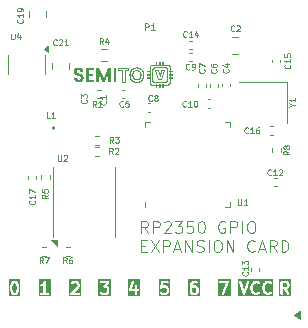
<source format=gbr>
%TF.GenerationSoftware,KiCad,Pcbnew,9.0.4*%
%TF.CreationDate,2025-09-10T10:40:01+02:00*%
%TF.ProjectId,rp2350_gpio_card,72703233-3530-45f6-9770-696f5f636172,X1*%
%TF.SameCoordinates,Original*%
%TF.FileFunction,Legend,Top*%
%TF.FilePolarity,Positive*%
%FSLAX46Y46*%
G04 Gerber Fmt 4.6, Leading zero omitted, Abs format (unit mm)*
G04 Created by KiCad (PCBNEW 9.0.4) date 2025-09-10 10:40:01*
%MOMM*%
%LPD*%
G01*
G04 APERTURE LIST*
%ADD10C,0.067397*%
%ADD11C,0.000000*%
%ADD12C,0.067349*%
%ADD13C,0.067351*%
%ADD14C,0.125000*%
%ADD15C,0.201600*%
%ADD16C,0.062500*%
%ADD17C,0.101600*%
%ADD18C,0.070000*%
%ADD19C,0.120000*%
%ADD20C,0.191421*%
G04 APERTURE END LIST*
D10*
X104400298Y-59361235D02*
X104544117Y-58840678D01*
X104778195Y-58840678D01*
X104542133Y-59597463D01*
X104257471Y-59597463D01*
X104021409Y-58840678D01*
X104255487Y-58840678D01*
X104400298Y-59361235D01*
D11*
G36*
X104732357Y-60008051D02*
G01*
X104733169Y-60008113D01*
X104733969Y-60008215D01*
X104734756Y-60008355D01*
X104735529Y-60008534D01*
X104736288Y-60008749D01*
X104737031Y-60009001D01*
X104737757Y-60009287D01*
X104738465Y-60009607D01*
X104739154Y-60009960D01*
X104739824Y-60010345D01*
X104740473Y-60010761D01*
X104741099Y-60011207D01*
X104741703Y-60011681D01*
X104742284Y-60012184D01*
X104742839Y-60012713D01*
X104743368Y-60013268D01*
X104743871Y-60013848D01*
X104744345Y-60014452D01*
X104744791Y-60015079D01*
X104745207Y-60015728D01*
X104745592Y-60016397D01*
X104745945Y-60017087D01*
X104746265Y-60017795D01*
X104746551Y-60018521D01*
X104746803Y-60019264D01*
X104747018Y-60020022D01*
X104747197Y-60020796D01*
X104747337Y-60021583D01*
X104747439Y-60022383D01*
X104747501Y-60023195D01*
X104747522Y-60024018D01*
X104747522Y-60295230D01*
X104747501Y-60296052D01*
X104747439Y-60296864D01*
X104747337Y-60297664D01*
X104747197Y-60298452D01*
X104747018Y-60299225D01*
X104746803Y-60299984D01*
X104746551Y-60300727D01*
X104746265Y-60301453D01*
X104745945Y-60302161D01*
X104745592Y-60302850D01*
X104745207Y-60303520D01*
X104744791Y-60304168D01*
X104744345Y-60304795D01*
X104743871Y-60305399D01*
X104743368Y-60305979D01*
X104742839Y-60306534D01*
X104742284Y-60307064D01*
X104741703Y-60307566D01*
X104741099Y-60308041D01*
X104740473Y-60308487D01*
X104739824Y-60308902D01*
X104739154Y-60309287D01*
X104738465Y-60309640D01*
X104737757Y-60309961D01*
X104737031Y-60310247D01*
X104736288Y-60310498D01*
X104735529Y-60310714D01*
X104734756Y-60310892D01*
X104733969Y-60311033D01*
X104733169Y-60311134D01*
X104732357Y-60311196D01*
X104731534Y-60311217D01*
X104616799Y-60311217D01*
X104615976Y-60311196D01*
X104615164Y-60311134D01*
X104614364Y-60311033D01*
X104613577Y-60310892D01*
X104612803Y-60310714D01*
X104612045Y-60310498D01*
X104611302Y-60310247D01*
X104610576Y-60309961D01*
X104609868Y-60309640D01*
X104609178Y-60309287D01*
X104608509Y-60308902D01*
X104607860Y-60308487D01*
X104607233Y-60308041D01*
X104606630Y-60307566D01*
X104606049Y-60307064D01*
X104605494Y-60306534D01*
X104604965Y-60305979D01*
X104604462Y-60305399D01*
X104603988Y-60304795D01*
X104603542Y-60304168D01*
X104603126Y-60303520D01*
X104602741Y-60302850D01*
X104602388Y-60302161D01*
X104602068Y-60301453D01*
X104601782Y-60300727D01*
X104601530Y-60299984D01*
X104601315Y-60299225D01*
X104601137Y-60298452D01*
X104600996Y-60297664D01*
X104600894Y-60296864D01*
X104600833Y-60296052D01*
X104600812Y-60295230D01*
X104600812Y-60024018D01*
X104600833Y-60023195D01*
X104600894Y-60022383D01*
X104600996Y-60021583D01*
X104601137Y-60020796D01*
X104601315Y-60020022D01*
X104601530Y-60019264D01*
X104601782Y-60018521D01*
X104602068Y-60017795D01*
X104602388Y-60017087D01*
X104602741Y-60016397D01*
X104603126Y-60015728D01*
X104603542Y-60015079D01*
X104603988Y-60014452D01*
X104604462Y-60013848D01*
X104604965Y-60013268D01*
X104605494Y-60012713D01*
X104606049Y-60012184D01*
X104606630Y-60011681D01*
X104607233Y-60011207D01*
X104607860Y-60010761D01*
X104608509Y-60010345D01*
X104609178Y-60009960D01*
X104609868Y-60009607D01*
X104610576Y-60009287D01*
X104611302Y-60009001D01*
X104612045Y-60008749D01*
X104612803Y-60008534D01*
X104613577Y-60008355D01*
X104614364Y-60008215D01*
X104615164Y-60008113D01*
X104615976Y-60008051D01*
X104616799Y-60008031D01*
X104731534Y-60008031D01*
X104732357Y-60008051D01*
G37*
G36*
X100731345Y-59817182D02*
G01*
X100496396Y-59817637D01*
X100496396Y-58623914D01*
X100731345Y-58623460D01*
X100731345Y-59817182D01*
G37*
D12*
X105000569Y-58356848D02*
X105014587Y-58357914D01*
X105028401Y-58359669D01*
X105041994Y-58362096D01*
X105055348Y-58365178D01*
X105068447Y-58368898D01*
X105081272Y-58373238D01*
X105093807Y-58378180D01*
X105106034Y-58383708D01*
X105117935Y-58389803D01*
X105129495Y-58396450D01*
X105140694Y-58403629D01*
X105151516Y-58411325D01*
X105161943Y-58419519D01*
X105171959Y-58428195D01*
X105181545Y-58437335D01*
X105190685Y-58446921D01*
X105199360Y-58456936D01*
X105207555Y-58467364D01*
X105215250Y-58478186D01*
X105222430Y-58489385D01*
X105229076Y-58500944D01*
X105235172Y-58512846D01*
X105240700Y-58525073D01*
X105245642Y-58537607D01*
X105249982Y-58550433D01*
X105253701Y-58563531D01*
X105256783Y-58576886D01*
X105259211Y-58590478D01*
X105260966Y-58604292D01*
X105262032Y-58618310D01*
X105262391Y-58632515D01*
X105262391Y-59805625D01*
X105262032Y-59819829D01*
X105260966Y-59833847D01*
X105259211Y-59847661D01*
X105256783Y-59861254D01*
X105253701Y-59874608D01*
X105249982Y-59887707D01*
X105245642Y-59900532D01*
X105240700Y-59913067D01*
X105235172Y-59925294D01*
X105229076Y-59937195D01*
X105222430Y-59948754D01*
X105215250Y-59959954D01*
X105207555Y-59970776D01*
X105199360Y-59981203D01*
X105190685Y-59991219D01*
X105181545Y-60000805D01*
X105171959Y-60009944D01*
X105161943Y-60018620D01*
X105151516Y-60026814D01*
X105140694Y-60034510D01*
X105129495Y-60041690D01*
X105117935Y-60048336D01*
X105106034Y-60054432D01*
X105093807Y-60059959D01*
X105081272Y-60064902D01*
X105068447Y-60069241D01*
X105055348Y-60072961D01*
X105041994Y-60076043D01*
X105028401Y-60078471D01*
X105014587Y-60080226D01*
X105000569Y-60081292D01*
X104986365Y-60081651D01*
X103813238Y-60081651D01*
X103799034Y-60081292D01*
X103785016Y-60080226D01*
X103771202Y-60078471D01*
X103757610Y-60076043D01*
X103744255Y-60072961D01*
X103731157Y-60069241D01*
X103718331Y-60064902D01*
X103705797Y-60059959D01*
X103693570Y-60054432D01*
X103681668Y-60048336D01*
X103670109Y-60041690D01*
X103658910Y-60034510D01*
X103648088Y-60026814D01*
X103637660Y-60018620D01*
X103627645Y-60009944D01*
X103618058Y-60000805D01*
X103608919Y-59991219D01*
X103600243Y-59981203D01*
X103592049Y-59970776D01*
X103584353Y-59959954D01*
X103577173Y-59948754D01*
X103570527Y-59937195D01*
X103564431Y-59925294D01*
X103558904Y-59913067D01*
X103553961Y-59900532D01*
X103549622Y-59887707D01*
X103545902Y-59874608D01*
X103542820Y-59861254D01*
X103540393Y-59847661D01*
X103538637Y-59833847D01*
X103537571Y-59819829D01*
X103537212Y-59805625D01*
X103537212Y-58632515D01*
X103537571Y-58618310D01*
X103538637Y-58604292D01*
X103540393Y-58590478D01*
X103542820Y-58576886D01*
X103545902Y-58563531D01*
X103549622Y-58550433D01*
X103553961Y-58537607D01*
X103558904Y-58525073D01*
X103564431Y-58512846D01*
X103570527Y-58500944D01*
X103577173Y-58489385D01*
X103584353Y-58478186D01*
X103592049Y-58467364D01*
X103600243Y-58456936D01*
X103608919Y-58446921D01*
X103618058Y-58437335D01*
X103627645Y-58428195D01*
X103637660Y-58419519D01*
X103648088Y-58411325D01*
X103658910Y-58403629D01*
X103670109Y-58396450D01*
X103681668Y-58389803D01*
X103693570Y-58383708D01*
X103705797Y-58378180D01*
X103718331Y-58373238D01*
X103731157Y-58368898D01*
X103744255Y-58365178D01*
X103757610Y-58362096D01*
X103771202Y-58359669D01*
X103785016Y-58357914D01*
X103799034Y-58356848D01*
X103813238Y-58356488D01*
X104986365Y-58356488D01*
X105000569Y-58356848D01*
D11*
G36*
X103594264Y-59139128D02*
G01*
X103595076Y-59139190D01*
X103595876Y-59139292D01*
X103596663Y-59139432D01*
X103597436Y-59139611D01*
X103598195Y-59139826D01*
X103598938Y-59140078D01*
X103599664Y-59140364D01*
X103600372Y-59140684D01*
X103601061Y-59141037D01*
X103601731Y-59141422D01*
X103602379Y-59141838D01*
X103603006Y-59142284D01*
X103603610Y-59142758D01*
X103604190Y-59143261D01*
X103604745Y-59143790D01*
X103605275Y-59144345D01*
X103605777Y-59144925D01*
X103606252Y-59145529D01*
X103606697Y-59146156D01*
X103607113Y-59146805D01*
X103607498Y-59147474D01*
X103607851Y-59148164D01*
X103608171Y-59148872D01*
X103608458Y-59149598D01*
X103608709Y-59150340D01*
X103608924Y-59151099D01*
X103609103Y-59151873D01*
X103609244Y-59152660D01*
X103609345Y-59153460D01*
X103609407Y-59154272D01*
X103609428Y-59155094D01*
X103609428Y-59269831D01*
X103609407Y-59270653D01*
X103609345Y-59271465D01*
X103609244Y-59272265D01*
X103609103Y-59273052D01*
X103608924Y-59273826D01*
X103608709Y-59274584D01*
X103608458Y-59275327D01*
X103608171Y-59276053D01*
X103607851Y-59276761D01*
X103607498Y-59277451D01*
X103607113Y-59278120D01*
X103606697Y-59278769D01*
X103606252Y-59279396D01*
X103605777Y-59280000D01*
X103605275Y-59280580D01*
X103604745Y-59281135D01*
X103604190Y-59281664D01*
X103603610Y-59282167D01*
X103603006Y-59282641D01*
X103602379Y-59283087D01*
X103601731Y-59283503D01*
X103601061Y-59283888D01*
X103600372Y-59284241D01*
X103599664Y-59284561D01*
X103598938Y-59284847D01*
X103598195Y-59285099D01*
X103597436Y-59285314D01*
X103596663Y-59285493D01*
X103595876Y-59285633D01*
X103595076Y-59285735D01*
X103594264Y-59285797D01*
X103593441Y-59285817D01*
X103322214Y-59285817D01*
X103321392Y-59285797D01*
X103320580Y-59285735D01*
X103319780Y-59285633D01*
X103318992Y-59285493D01*
X103318219Y-59285314D01*
X103317460Y-59285099D01*
X103316717Y-59284847D01*
X103315991Y-59284561D01*
X103315283Y-59284241D01*
X103314594Y-59283888D01*
X103313924Y-59283503D01*
X103313276Y-59283087D01*
X103312649Y-59282641D01*
X103312045Y-59282167D01*
X103311465Y-59281664D01*
X103310910Y-59281135D01*
X103310380Y-59280580D01*
X103309878Y-59280000D01*
X103309403Y-59279396D01*
X103308958Y-59278769D01*
X103308542Y-59278120D01*
X103308157Y-59277451D01*
X103307804Y-59276761D01*
X103307484Y-59276053D01*
X103307197Y-59275327D01*
X103306946Y-59274584D01*
X103306731Y-59273826D01*
X103306552Y-59273052D01*
X103306412Y-59272265D01*
X103306310Y-59271465D01*
X103306248Y-59270653D01*
X103306227Y-59269831D01*
X103306227Y-59155094D01*
X103306248Y-59154272D01*
X103306310Y-59153460D01*
X103306412Y-59152660D01*
X103306552Y-59151873D01*
X103306731Y-59151099D01*
X103306946Y-59150340D01*
X103307197Y-59149598D01*
X103307484Y-59148872D01*
X103307804Y-59148164D01*
X103308157Y-59147474D01*
X103308542Y-59146805D01*
X103308958Y-59146156D01*
X103309403Y-59145529D01*
X103309878Y-59144925D01*
X103310380Y-59144345D01*
X103310910Y-59143790D01*
X103311465Y-59143261D01*
X103312045Y-59142758D01*
X103312649Y-59142284D01*
X103313276Y-59141838D01*
X103313924Y-59141422D01*
X103314594Y-59141037D01*
X103315283Y-59140684D01*
X103315991Y-59140364D01*
X103316717Y-59140078D01*
X103317460Y-59139826D01*
X103318219Y-59139611D01*
X103318992Y-59139432D01*
X103319780Y-59139292D01*
X103320580Y-59139190D01*
X103321392Y-59139128D01*
X103322214Y-59139108D01*
X103593441Y-59139108D01*
X103594264Y-59139128D01*
G37*
G36*
X100283109Y-59818050D02*
G01*
X100049827Y-59818501D01*
X100049827Y-58995069D01*
X99751558Y-59819079D01*
X99548269Y-59819472D01*
X99250000Y-59000000D01*
X99250000Y-59820050D01*
X99015051Y-59820505D01*
X99015051Y-58640309D01*
X99299989Y-58639757D01*
X99653245Y-59526756D01*
X99999837Y-58638401D01*
X100283109Y-58637853D01*
X100283109Y-59818050D01*
G37*
G36*
X103597389Y-59420100D02*
G01*
X103598201Y-59420162D01*
X103599001Y-59420263D01*
X103599788Y-59420404D01*
X103600562Y-59420582D01*
X103601320Y-59420798D01*
X103602063Y-59421049D01*
X103602789Y-59421336D01*
X103603497Y-59421656D01*
X103604187Y-59422009D01*
X103604856Y-59422394D01*
X103605505Y-59422810D01*
X103606131Y-59423255D01*
X103606735Y-59423730D01*
X103607315Y-59424232D01*
X103607871Y-59424762D01*
X103608400Y-59425317D01*
X103608903Y-59425897D01*
X103609377Y-59426501D01*
X103609823Y-59427128D01*
X103610239Y-59427776D01*
X103610624Y-59428446D01*
X103610977Y-59429135D01*
X103611297Y-59429843D01*
X103611583Y-59430569D01*
X103611834Y-59431312D01*
X103612050Y-59432071D01*
X103612228Y-59432844D01*
X103612369Y-59433631D01*
X103612471Y-59434431D01*
X103612532Y-59435243D01*
X103612553Y-59436066D01*
X103612553Y-59550802D01*
X103612532Y-59551625D01*
X103612471Y-59552437D01*
X103612369Y-59553237D01*
X103612228Y-59554024D01*
X103612050Y-59554797D01*
X103611834Y-59555556D01*
X103611583Y-59556299D01*
X103611297Y-59557025D01*
X103610977Y-59557733D01*
X103610624Y-59558422D01*
X103610239Y-59559092D01*
X103609823Y-59559740D01*
X103609377Y-59560367D01*
X103608903Y-59560971D01*
X103608400Y-59561551D01*
X103607871Y-59562107D01*
X103607315Y-59562636D01*
X103606735Y-59563138D01*
X103606131Y-59563613D01*
X103605505Y-59564059D01*
X103604856Y-59564474D01*
X103604187Y-59564859D01*
X103603497Y-59565212D01*
X103602789Y-59565533D01*
X103602063Y-59565819D01*
X103601320Y-59566070D01*
X103600562Y-59566286D01*
X103599788Y-59566464D01*
X103599001Y-59566605D01*
X103598201Y-59566706D01*
X103597389Y-59566768D01*
X103596566Y-59566789D01*
X103325340Y-59566789D01*
X103324517Y-59566768D01*
X103323705Y-59566706D01*
X103322905Y-59566605D01*
X103322118Y-59566464D01*
X103321344Y-59566286D01*
X103320586Y-59566070D01*
X103319843Y-59565819D01*
X103319117Y-59565533D01*
X103318409Y-59565212D01*
X103317719Y-59564859D01*
X103317050Y-59564474D01*
X103316401Y-59564059D01*
X103315774Y-59563613D01*
X103315170Y-59563138D01*
X103314590Y-59562636D01*
X103314035Y-59562107D01*
X103313506Y-59561551D01*
X103313003Y-59560971D01*
X103312529Y-59560367D01*
X103312083Y-59559740D01*
X103311667Y-59559092D01*
X103311282Y-59558422D01*
X103310929Y-59557733D01*
X103310609Y-59557025D01*
X103310323Y-59556299D01*
X103310072Y-59555556D01*
X103309856Y-59554797D01*
X103309678Y-59554024D01*
X103309537Y-59553237D01*
X103309435Y-59552437D01*
X103309374Y-59551625D01*
X103309353Y-59550802D01*
X103309353Y-59436066D01*
X103309374Y-59435243D01*
X103309435Y-59434431D01*
X103309537Y-59433631D01*
X103309678Y-59432844D01*
X103309856Y-59432071D01*
X103310072Y-59431312D01*
X103310323Y-59430569D01*
X103310609Y-59429843D01*
X103310929Y-59429135D01*
X103311282Y-59428446D01*
X103311667Y-59427776D01*
X103312083Y-59427128D01*
X103312529Y-59426501D01*
X103313003Y-59425897D01*
X103313506Y-59425317D01*
X103314035Y-59424762D01*
X103314590Y-59424232D01*
X103315170Y-59423730D01*
X103315774Y-59423255D01*
X103316401Y-59422810D01*
X103317050Y-59422394D01*
X103317719Y-59422009D01*
X103318409Y-59421656D01*
X103319117Y-59421336D01*
X103319843Y-59421049D01*
X103320586Y-59420798D01*
X103321344Y-59420582D01*
X103322118Y-59420404D01*
X103322905Y-59420263D01*
X103323705Y-59420162D01*
X103324517Y-59420100D01*
X103325340Y-59420079D01*
X103596566Y-59420079D01*
X103597389Y-59420100D01*
G37*
G36*
X97543404Y-58613080D02*
G01*
X97565834Y-58614106D01*
X97587665Y-58615848D01*
X97608897Y-58618303D01*
X97629531Y-58621473D01*
X97649566Y-58625358D01*
X97669002Y-58629957D01*
X97687839Y-58635271D01*
X97706077Y-58641299D01*
X97723716Y-58648041D01*
X97740757Y-58655498D01*
X97757199Y-58663669D01*
X97773042Y-58672555D01*
X97788286Y-58682156D01*
X97802931Y-58692471D01*
X97816977Y-58703500D01*
X97830555Y-58715124D01*
X97843378Y-58727226D01*
X97855445Y-58739804D01*
X97866758Y-58752859D01*
X97877316Y-58766392D01*
X97887118Y-58780401D01*
X97896166Y-58794888D01*
X97904458Y-58809852D01*
X97911996Y-58825292D01*
X97918778Y-58841210D01*
X97924805Y-58857604D01*
X97930078Y-58874476D01*
X97934595Y-58891824D01*
X97938357Y-58909650D01*
X97941364Y-58927953D01*
X97943616Y-58946732D01*
X97690338Y-58947222D01*
X97688958Y-58939286D01*
X97687318Y-58931535D01*
X97685417Y-58923970D01*
X97683256Y-58916590D01*
X97680835Y-58909395D01*
X97678153Y-58902386D01*
X97675211Y-58895562D01*
X97672009Y-58888924D01*
X97668546Y-58882471D01*
X97664823Y-58876204D01*
X97660839Y-58870122D01*
X97656595Y-58864226D01*
X97652091Y-58858515D01*
X97647327Y-58852989D01*
X97642302Y-58847649D01*
X97637016Y-58842494D01*
X97631477Y-58837386D01*
X97625691Y-58832609D01*
X97619657Y-58828162D01*
X97613376Y-58824046D01*
X97606847Y-58820261D01*
X97600071Y-58816807D01*
X97593048Y-58813683D01*
X97585777Y-58810890D01*
X97578259Y-58808428D01*
X97570494Y-58806296D01*
X97562482Y-58804495D01*
X97554222Y-58803025D01*
X97545714Y-58801886D01*
X97536960Y-58801077D01*
X97527958Y-58800599D01*
X97518708Y-58800452D01*
X97510683Y-58800606D01*
X97502852Y-58801038D01*
X97495217Y-58801746D01*
X97487778Y-58802731D01*
X97480533Y-58803994D01*
X97473484Y-58805533D01*
X97466630Y-58807349D01*
X97459971Y-58809443D01*
X97453508Y-58811813D01*
X97447239Y-58814461D01*
X97441167Y-58817385D01*
X97435289Y-58820587D01*
X97429607Y-58824065D01*
X97424119Y-58827821D01*
X97418828Y-58831853D01*
X97413731Y-58836163D01*
X97408888Y-58840525D01*
X97404358Y-58845137D01*
X97400140Y-58850000D01*
X97396235Y-58855113D01*
X97392642Y-58860476D01*
X97389361Y-58866090D01*
X97386393Y-58871954D01*
X97383738Y-58878068D01*
X97381394Y-58884433D01*
X97379364Y-58891049D01*
X97377645Y-58897914D01*
X97376239Y-58905030D01*
X97375146Y-58912397D01*
X97374365Y-58920014D01*
X97373896Y-58927881D01*
X97373740Y-58935999D01*
X97373857Y-58942485D01*
X97374208Y-58948838D01*
X97374794Y-58955059D01*
X97375614Y-58961147D01*
X97376669Y-58967102D01*
X97377958Y-58972925D01*
X97379481Y-58978616D01*
X97381238Y-58984173D01*
X97383230Y-58989599D01*
X97385456Y-58994891D01*
X97387916Y-59000051D01*
X97390611Y-59005079D01*
X97393540Y-59009974D01*
X97396704Y-59014736D01*
X97400101Y-59019366D01*
X97403733Y-59023863D01*
X97407749Y-59028036D01*
X97411883Y-59032116D01*
X97416133Y-59036104D01*
X97420501Y-59039999D01*
X97424985Y-59043801D01*
X97429587Y-59047511D01*
X97434306Y-59051128D01*
X97439142Y-59054652D01*
X97444096Y-59058084D01*
X97449166Y-59061422D01*
X97454354Y-59064669D01*
X97459659Y-59067822D01*
X97465081Y-59070883D01*
X97470620Y-59073851D01*
X97476276Y-59076726D01*
X97482049Y-59079509D01*
X97494651Y-59085059D01*
X97508294Y-59090766D01*
X97522978Y-59096629D01*
X97538704Y-59102649D01*
X97555471Y-59108825D01*
X97573280Y-59115157D01*
X97592130Y-59121646D01*
X97612021Y-59128292D01*
X97639672Y-59138304D01*
X97665968Y-59148160D01*
X97690911Y-59157861D01*
X97714499Y-59167405D01*
X97736734Y-59176794D01*
X97757615Y-59186026D01*
X97777142Y-59195103D01*
X97795315Y-59204024D01*
X97804186Y-59208584D01*
X97812889Y-59213422D01*
X97821422Y-59218537D01*
X97829786Y-59223930D01*
X97837981Y-59229601D01*
X97846007Y-59235550D01*
X97853863Y-59241776D01*
X97861550Y-59248280D01*
X97869068Y-59255062D01*
X97876417Y-59262122D01*
X97883596Y-59269459D01*
X97890606Y-59277074D01*
X97897447Y-59284967D01*
X97904119Y-59293137D01*
X97910622Y-59301585D01*
X97916955Y-59310311D01*
X97923008Y-59319348D01*
X97928671Y-59328728D01*
X97933944Y-59338454D01*
X97938825Y-59348523D01*
X97943316Y-59358937D01*
X97947417Y-59369694D01*
X97951127Y-59380797D01*
X97954447Y-59392243D01*
X97957376Y-59404033D01*
X97959914Y-59416168D01*
X97962062Y-59428647D01*
X97963820Y-59441471D01*
X97965186Y-59454638D01*
X97966163Y-59468150D01*
X97966749Y-59482006D01*
X97966944Y-59496206D01*
X97966769Y-59507564D01*
X97966241Y-59518819D01*
X97965363Y-59529970D01*
X97964133Y-59541015D01*
X97962551Y-59551956D01*
X97960618Y-59562791D01*
X97958333Y-59573522D01*
X97955697Y-59584148D01*
X97952710Y-59594668D01*
X97949370Y-59605084D01*
X97945680Y-59615394D01*
X97941638Y-59625600D01*
X97937244Y-59635701D01*
X97932499Y-59645696D01*
X97927403Y-59655587D01*
X97921955Y-59665372D01*
X97916162Y-59674782D01*
X97910030Y-59683968D01*
X97903560Y-59692930D01*
X97896752Y-59701668D01*
X97889605Y-59710182D01*
X97882120Y-59718473D01*
X97874296Y-59726539D01*
X97866133Y-59734381D01*
X97857633Y-59742000D01*
X97848794Y-59749395D01*
X97839616Y-59756566D01*
X97830100Y-59763513D01*
X97820245Y-59770236D01*
X97810052Y-59776735D01*
X97799520Y-59783010D01*
X97788650Y-59789062D01*
X97777461Y-59794612D01*
X97765973Y-59799806D01*
X97754185Y-59804643D01*
X97742098Y-59809125D01*
X97729711Y-59813250D01*
X97717025Y-59817020D01*
X97704040Y-59820433D01*
X97690755Y-59823491D01*
X97677171Y-59826192D01*
X97663287Y-59828537D01*
X97649104Y-59830526D01*
X97634621Y-59832159D01*
X97619839Y-59833436D01*
X97604758Y-59834357D01*
X97589377Y-59834921D01*
X97573697Y-59835130D01*
X97558180Y-59834995D01*
X97542871Y-59834529D01*
X97527770Y-59833733D01*
X97512877Y-59832606D01*
X97498193Y-59831148D01*
X97483717Y-59829360D01*
X97469449Y-59827241D01*
X97455389Y-59824791D01*
X97441538Y-59822011D01*
X97427895Y-59818900D01*
X97414461Y-59815459D01*
X97401235Y-59811687D01*
X97388216Y-59807584D01*
X97375407Y-59803150D01*
X97362805Y-59798386D01*
X97350412Y-59793292D01*
X97338273Y-59787675D01*
X97326433Y-59781767D01*
X97314893Y-59775568D01*
X97303652Y-59769077D01*
X97292710Y-59762296D01*
X97282068Y-59755223D01*
X97271725Y-59747859D01*
X97261682Y-59740203D01*
X97251938Y-59732257D01*
X97242493Y-59724019D01*
X97233348Y-59715490D01*
X97224502Y-59706670D01*
X97215956Y-59697559D01*
X97207709Y-59688156D01*
X97199761Y-59678463D01*
X97192113Y-59668478D01*
X97185018Y-59658241D01*
X97178314Y-59647792D01*
X97172000Y-59637131D01*
X97166077Y-59626257D01*
X97160545Y-59615172D01*
X97155402Y-59603874D01*
X97150651Y-59592365D01*
X97146290Y-59580643D01*
X97142319Y-59568709D01*
X97138739Y-59556564D01*
X97135550Y-59544206D01*
X97132751Y-59531636D01*
X97130343Y-59518854D01*
X97128325Y-59505860D01*
X97126698Y-59492653D01*
X97125461Y-59479235D01*
X97375407Y-59478751D01*
X97376605Y-59487745D01*
X97378115Y-59496552D01*
X97379937Y-59505175D01*
X97382072Y-59513612D01*
X97384519Y-59521863D01*
X97387279Y-59529929D01*
X97390351Y-59537809D01*
X97393736Y-59545503D01*
X97397433Y-59553012D01*
X97401443Y-59560336D01*
X97405765Y-59567474D01*
X97410399Y-59574426D01*
X97415346Y-59581193D01*
X97420605Y-59587774D01*
X97426177Y-59594170D01*
X97432061Y-59600380D01*
X97438433Y-59606101D01*
X97445053Y-59611451D01*
X97451920Y-59616431D01*
X97459034Y-59621041D01*
X97466396Y-59625280D01*
X97474005Y-59629149D01*
X97481861Y-59632647D01*
X97489965Y-59635775D01*
X97498316Y-59638533D01*
X97506915Y-59640921D01*
X97515760Y-59642938D01*
X97524853Y-59644584D01*
X97534194Y-59645861D01*
X97543782Y-59646767D01*
X97553617Y-59647302D01*
X97563699Y-59647468D01*
X97572727Y-59647299D01*
X97581482Y-59646826D01*
X97589963Y-59646050D01*
X97598171Y-59644971D01*
X97606106Y-59643589D01*
X97613767Y-59641903D01*
X97621154Y-59639914D01*
X97628269Y-59637622D01*
X97635110Y-59635026D01*
X97641677Y-59632127D01*
X97647972Y-59628925D01*
X97653992Y-59625419D01*
X97659740Y-59621610D01*
X97665214Y-59617498D01*
X97670415Y-59613082D01*
X97675342Y-59608363D01*
X97680185Y-59603196D01*
X97684715Y-59597857D01*
X97688933Y-59592347D01*
X97692838Y-59586666D01*
X97696431Y-59580814D01*
X97699711Y-59574791D01*
X97702680Y-59568596D01*
X97705335Y-59562231D01*
X97707678Y-59555695D01*
X97709709Y-59548987D01*
X97711428Y-59542108D01*
X97712834Y-59535058D01*
X97713927Y-59527837D01*
X97714708Y-59520445D01*
X97715177Y-59512881D01*
X97715333Y-59505147D01*
X97715209Y-59498252D01*
X97714838Y-59491516D01*
X97714220Y-59484939D01*
X97713354Y-59478520D01*
X97712241Y-59472261D01*
X97710881Y-59466161D01*
X97709273Y-59460220D01*
X97707418Y-59454438D01*
X97705316Y-59448814D01*
X97702966Y-59443350D01*
X97700369Y-59438045D01*
X97697524Y-59432898D01*
X97694433Y-59427911D01*
X97691093Y-59423082D01*
X97687507Y-59418413D01*
X97683673Y-59413902D01*
X97679651Y-59409319D01*
X97675498Y-59404856D01*
X97671215Y-59400512D01*
X97666802Y-59396287D01*
X97662258Y-59392181D01*
X97657585Y-59388194D01*
X97652781Y-59384326D01*
X97647848Y-59380577D01*
X97642783Y-59376948D01*
X97637589Y-59373438D01*
X97632265Y-59370047D01*
X97626810Y-59366775D01*
X97621226Y-59363622D01*
X97615511Y-59360589D01*
X97609666Y-59357674D01*
X97603690Y-59354879D01*
X97591037Y-59349303D01*
X97577238Y-59343517D01*
X97562293Y-59337523D01*
X97546203Y-59331319D01*
X97528967Y-59324906D01*
X97510586Y-59318283D01*
X97491059Y-59311452D01*
X97470386Y-59304412D01*
X97443517Y-59295191D01*
X97417897Y-59286020D01*
X97393528Y-59276900D01*
X97370408Y-59267830D01*
X97348538Y-59258811D01*
X97327917Y-59249842D01*
X97308546Y-59240924D01*
X97290425Y-59232055D01*
X97281755Y-59227297D01*
X97273241Y-59222287D01*
X97264884Y-59217026D01*
X97256682Y-59211513D01*
X97248637Y-59205750D01*
X97240748Y-59199735D01*
X97233016Y-59193469D01*
X97225439Y-59186951D01*
X97218019Y-59180182D01*
X97210755Y-59173162D01*
X97203647Y-59165891D01*
X97196695Y-59158368D01*
X97189900Y-59150594D01*
X97183261Y-59142569D01*
X97176778Y-59134293D01*
X97170451Y-59125765D01*
X97164599Y-59116946D01*
X97159125Y-59107796D01*
X97154029Y-59098315D01*
X97149310Y-59088503D01*
X97144968Y-59078360D01*
X97141004Y-59067886D01*
X97137418Y-59057081D01*
X97134209Y-59045945D01*
X97131378Y-59034478D01*
X97128924Y-59022680D01*
X97126847Y-59010551D01*
X97125148Y-58998091D01*
X97123827Y-58985300D01*
X97122883Y-58972178D01*
X97122317Y-58958725D01*
X97122128Y-58944941D01*
X97122551Y-58925965D01*
X97123821Y-58907502D01*
X97125936Y-58889553D01*
X97128898Y-58872117D01*
X97132705Y-58855195D01*
X97137359Y-58838786D01*
X97142859Y-58822891D01*
X97149206Y-58807509D01*
X97156398Y-58792641D01*
X97164437Y-58778287D01*
X97173322Y-58764446D01*
X97183053Y-58751118D01*
X97193630Y-58738304D01*
X97205053Y-58726004D01*
X97217322Y-58714217D01*
X97230438Y-58702944D01*
X97244458Y-58692065D01*
X97259026Y-58681885D01*
X97274139Y-58672404D01*
X97289800Y-58663622D01*
X97306008Y-58655540D01*
X97322762Y-58648156D01*
X97340063Y-58641472D01*
X97357910Y-58635486D01*
X97376305Y-58630199D01*
X97395246Y-58625612D01*
X97414734Y-58621724D01*
X97434768Y-58618534D01*
X97455350Y-58616044D01*
X97476478Y-58614253D01*
X97498153Y-58613161D01*
X97520375Y-58612768D01*
X97543404Y-58613080D01*
G37*
G36*
X98841757Y-58816491D02*
G01*
X98375191Y-58817392D01*
X98375191Y-59126813D01*
X98791767Y-59126008D01*
X98791767Y-59308616D01*
X98375191Y-59309422D01*
X98375191Y-59630679D01*
X98841756Y-59629776D01*
X98841756Y-59820840D01*
X98140242Y-59822198D01*
X98140242Y-58628476D01*
X98841757Y-58627117D01*
X98841757Y-58816491D01*
G37*
G36*
X105478211Y-59139128D02*
G01*
X105479023Y-59139190D01*
X105479823Y-59139291D01*
X105480611Y-59139432D01*
X105481384Y-59139610D01*
X105482143Y-59139826D01*
X105482886Y-59140077D01*
X105483612Y-59140363D01*
X105484320Y-59140683D01*
X105485009Y-59141037D01*
X105485679Y-59141421D01*
X105486327Y-59141837D01*
X105486954Y-59142283D01*
X105487558Y-59142758D01*
X105488138Y-59143260D01*
X105488693Y-59143789D01*
X105489223Y-59144345D01*
X105489725Y-59144925D01*
X105490200Y-59145529D01*
X105490646Y-59146155D01*
X105491061Y-59146804D01*
X105491446Y-59147474D01*
X105491799Y-59148163D01*
X105492120Y-59148871D01*
X105492406Y-59149597D01*
X105492657Y-59150340D01*
X105492873Y-59151099D01*
X105493051Y-59151872D01*
X105493192Y-59152659D01*
X105493293Y-59153459D01*
X105493355Y-59154271D01*
X105493376Y-59155094D01*
X105493376Y-59269830D01*
X105493355Y-59270653D01*
X105493293Y-59271465D01*
X105493192Y-59272265D01*
X105493051Y-59273052D01*
X105492873Y-59273825D01*
X105492657Y-59274584D01*
X105492406Y-59275327D01*
X105492120Y-59276053D01*
X105491799Y-59276761D01*
X105491446Y-59277450D01*
X105491061Y-59278120D01*
X105490646Y-59278768D01*
X105490200Y-59279395D01*
X105489725Y-59279999D01*
X105489223Y-59280579D01*
X105488693Y-59281134D01*
X105488138Y-59281664D01*
X105487558Y-59282166D01*
X105486954Y-59282641D01*
X105486327Y-59283086D01*
X105485679Y-59283502D01*
X105485009Y-59283887D01*
X105484320Y-59284240D01*
X105483612Y-59284560D01*
X105482886Y-59284847D01*
X105482143Y-59285098D01*
X105481384Y-59285313D01*
X105480611Y-59285492D01*
X105479823Y-59285633D01*
X105479023Y-59285734D01*
X105478211Y-59285796D01*
X105477389Y-59285817D01*
X105206176Y-59285817D01*
X105205353Y-59285796D01*
X105204542Y-59285734D01*
X105203742Y-59285633D01*
X105202954Y-59285492D01*
X105202181Y-59285313D01*
X105201422Y-59285098D01*
X105200679Y-59284847D01*
X105199953Y-59284560D01*
X105199245Y-59284240D01*
X105198556Y-59283887D01*
X105197886Y-59283502D01*
X105197238Y-59283086D01*
X105196611Y-59282641D01*
X105196007Y-59282166D01*
X105195427Y-59281664D01*
X105194872Y-59281134D01*
X105194342Y-59280579D01*
X105193840Y-59279999D01*
X105193365Y-59279395D01*
X105192920Y-59278768D01*
X105192504Y-59278120D01*
X105192119Y-59277450D01*
X105191766Y-59276761D01*
X105191446Y-59276053D01*
X105191159Y-59275327D01*
X105190908Y-59274584D01*
X105190693Y-59273825D01*
X105190514Y-59273052D01*
X105190374Y-59272265D01*
X105190272Y-59271465D01*
X105190210Y-59270653D01*
X105190189Y-59269830D01*
X105190189Y-59155094D01*
X105190210Y-59154271D01*
X105190272Y-59153459D01*
X105190374Y-59152659D01*
X105190514Y-59151872D01*
X105190693Y-59151099D01*
X105190908Y-59150340D01*
X105191159Y-59149597D01*
X105191446Y-59148871D01*
X105191766Y-59148163D01*
X105192119Y-59147474D01*
X105192504Y-59146804D01*
X105192920Y-59146155D01*
X105193365Y-59145529D01*
X105193840Y-59144925D01*
X105194342Y-59144345D01*
X105194872Y-59143789D01*
X105195427Y-59143260D01*
X105196007Y-59142758D01*
X105196611Y-59142283D01*
X105197238Y-59141837D01*
X105197886Y-59141421D01*
X105198556Y-59141037D01*
X105199245Y-59140683D01*
X105199953Y-59140363D01*
X105200679Y-59140077D01*
X105201422Y-59139826D01*
X105202181Y-59139610D01*
X105202954Y-59139432D01*
X105203742Y-59139291D01*
X105204542Y-59139190D01*
X105205353Y-59139128D01*
X105206176Y-59139107D01*
X105477389Y-59139107D01*
X105478211Y-59139128D01*
G37*
G36*
X104732351Y-58126944D02*
G01*
X104733163Y-58127006D01*
X104733963Y-58127107D01*
X104734750Y-58127248D01*
X104735524Y-58127426D01*
X104736282Y-58127642D01*
X104737025Y-58127893D01*
X104737751Y-58128179D01*
X104738459Y-58128500D01*
X104739149Y-58128853D01*
X104739818Y-58129237D01*
X104740467Y-58129653D01*
X104741094Y-58130099D01*
X104741697Y-58130574D01*
X104742278Y-58131076D01*
X104742833Y-58131605D01*
X104743362Y-58132161D01*
X104743865Y-58132741D01*
X104744339Y-58133345D01*
X104744785Y-58133971D01*
X104745201Y-58134620D01*
X104745586Y-58135290D01*
X104745939Y-58135979D01*
X104746259Y-58136687D01*
X104746545Y-58137413D01*
X104746797Y-58138156D01*
X104747012Y-58138914D01*
X104747190Y-58139688D01*
X104747331Y-58140475D01*
X104747433Y-58141275D01*
X104747494Y-58142087D01*
X104747515Y-58142910D01*
X104747515Y-58414136D01*
X104747494Y-58414959D01*
X104747433Y-58415771D01*
X104747331Y-58416571D01*
X104747190Y-58417358D01*
X104747012Y-58418132D01*
X104746797Y-58418890D01*
X104746545Y-58419633D01*
X104746259Y-58420359D01*
X104745939Y-58421067D01*
X104745586Y-58421757D01*
X104745201Y-58422426D01*
X104744785Y-58423075D01*
X104744339Y-58423702D01*
X104743865Y-58424306D01*
X104743362Y-58424886D01*
X104742833Y-58425441D01*
X104742278Y-58425970D01*
X104741697Y-58426473D01*
X104741094Y-58426947D01*
X104740467Y-58427393D01*
X104739818Y-58427809D01*
X104739149Y-58428194D01*
X104738459Y-58428547D01*
X104737751Y-58428867D01*
X104737025Y-58429153D01*
X104736282Y-58429405D01*
X104735524Y-58429620D01*
X104734750Y-58429799D01*
X104733963Y-58429939D01*
X104733163Y-58430041D01*
X104732351Y-58430103D01*
X104731528Y-58430123D01*
X104616792Y-58430123D01*
X104615970Y-58430103D01*
X104615158Y-58430041D01*
X104614358Y-58429939D01*
X104613570Y-58429799D01*
X104612797Y-58429620D01*
X104612038Y-58429405D01*
X104611296Y-58429153D01*
X104610570Y-58428867D01*
X104609861Y-58428547D01*
X104609172Y-58428194D01*
X104608503Y-58427809D01*
X104607854Y-58427393D01*
X104607227Y-58426947D01*
X104606623Y-58426473D01*
X104606043Y-58425970D01*
X104605488Y-58425441D01*
X104604959Y-58424886D01*
X104604456Y-58424306D01*
X104603981Y-58423702D01*
X104603536Y-58423075D01*
X104603120Y-58422426D01*
X104602735Y-58421757D01*
X104602382Y-58421067D01*
X104602062Y-58420359D01*
X104601776Y-58419633D01*
X104601524Y-58418890D01*
X104601309Y-58418132D01*
X104601130Y-58417358D01*
X104600990Y-58416571D01*
X104600888Y-58415771D01*
X104600826Y-58414959D01*
X104600805Y-58414136D01*
X104600805Y-58142910D01*
X104600826Y-58142087D01*
X104600888Y-58141275D01*
X104600990Y-58140475D01*
X104601130Y-58139688D01*
X104601309Y-58138914D01*
X104601524Y-58138156D01*
X104601776Y-58137413D01*
X104602062Y-58136687D01*
X104602382Y-58135979D01*
X104602735Y-58135290D01*
X104603120Y-58134620D01*
X104603536Y-58133971D01*
X104603981Y-58133345D01*
X104604456Y-58132741D01*
X104604959Y-58132161D01*
X104605488Y-58131605D01*
X104606043Y-58131076D01*
X104606623Y-58130574D01*
X104607227Y-58130099D01*
X104607854Y-58129653D01*
X104608503Y-58129237D01*
X104609172Y-58128853D01*
X104609861Y-58128500D01*
X104610570Y-58128179D01*
X104611296Y-58127893D01*
X104612038Y-58127642D01*
X104612797Y-58127426D01*
X104613570Y-58127248D01*
X104614358Y-58127107D01*
X104615158Y-58127006D01*
X104615970Y-58126944D01*
X104616792Y-58126923D01*
X104731528Y-58126923D01*
X104732351Y-58126944D01*
G37*
D13*
X101744457Y-58810872D02*
X101419527Y-58811500D01*
X101419527Y-59815849D01*
X101184578Y-59816305D01*
X101184578Y-58811955D01*
X100861315Y-58812581D01*
X100861315Y-58623208D01*
X101744457Y-58621498D01*
X101744457Y-58810872D01*
D11*
G36*
X104183627Y-58128642D02*
G01*
X104184439Y-58128704D01*
X104185239Y-58128806D01*
X104186027Y-58128946D01*
X104186800Y-58129125D01*
X104187559Y-58129340D01*
X104188302Y-58129591D01*
X104189028Y-58129878D01*
X104189736Y-58130198D01*
X104190425Y-58130551D01*
X104191095Y-58130936D01*
X104191743Y-58131352D01*
X104192370Y-58131797D01*
X104192974Y-58132272D01*
X104193554Y-58132774D01*
X104194109Y-58133304D01*
X104194639Y-58133859D01*
X104195141Y-58134439D01*
X104195616Y-58135043D01*
X104196061Y-58135670D01*
X104196477Y-58136318D01*
X104196862Y-58136988D01*
X104197215Y-58137677D01*
X104197535Y-58138385D01*
X104197822Y-58139111D01*
X104198073Y-58139854D01*
X104198288Y-58140613D01*
X104198467Y-58141386D01*
X104198607Y-58142174D01*
X104198709Y-58142974D01*
X104198771Y-58143785D01*
X104198792Y-58144608D01*
X104198792Y-58415835D01*
X104198771Y-58416657D01*
X104198709Y-58417469D01*
X104198607Y-58418269D01*
X104198467Y-58419057D01*
X104198288Y-58419830D01*
X104198073Y-58420589D01*
X104197822Y-58421332D01*
X104197535Y-58422058D01*
X104197215Y-58422766D01*
X104196862Y-58423455D01*
X104196477Y-58424125D01*
X104196061Y-58424773D01*
X104195616Y-58425400D01*
X104195141Y-58426004D01*
X104194639Y-58426584D01*
X104194109Y-58427139D01*
X104193554Y-58427669D01*
X104192974Y-58428171D01*
X104192370Y-58428646D01*
X104191743Y-58429091D01*
X104191095Y-58429507D01*
X104190425Y-58429892D01*
X104189736Y-58430245D01*
X104189028Y-58430565D01*
X104188302Y-58430852D01*
X104187559Y-58431103D01*
X104186800Y-58431318D01*
X104186027Y-58431497D01*
X104185239Y-58431637D01*
X104184439Y-58431739D01*
X104183627Y-58431801D01*
X104182805Y-58431822D01*
X104068069Y-58431822D01*
X104067246Y-58431801D01*
X104066434Y-58431739D01*
X104065634Y-58431637D01*
X104064847Y-58431497D01*
X104064073Y-58431318D01*
X104063315Y-58431103D01*
X104062572Y-58430852D01*
X104061846Y-58430565D01*
X104061138Y-58430245D01*
X104060448Y-58429892D01*
X104059779Y-58429507D01*
X104059130Y-58429091D01*
X104058504Y-58428646D01*
X104057900Y-58428171D01*
X104057320Y-58427669D01*
X104056764Y-58427139D01*
X104056235Y-58426584D01*
X104055732Y-58426004D01*
X104055258Y-58425400D01*
X104054812Y-58424773D01*
X104054396Y-58424125D01*
X104054011Y-58423455D01*
X104053658Y-58422766D01*
X104053338Y-58422058D01*
X104053052Y-58421332D01*
X104052801Y-58420589D01*
X104052585Y-58419830D01*
X104052407Y-58419057D01*
X104052266Y-58418269D01*
X104052164Y-58417469D01*
X104052103Y-58416657D01*
X104052082Y-58415835D01*
X104052082Y-58144608D01*
X104052103Y-58143785D01*
X104052164Y-58142974D01*
X104052266Y-58142174D01*
X104052407Y-58141386D01*
X104052585Y-58140613D01*
X104052801Y-58139854D01*
X104053052Y-58139111D01*
X104053338Y-58138385D01*
X104053658Y-58137677D01*
X104054011Y-58136988D01*
X104054396Y-58136318D01*
X104054812Y-58135670D01*
X104055258Y-58135043D01*
X104055732Y-58134439D01*
X104056235Y-58133859D01*
X104056764Y-58133304D01*
X104057320Y-58132774D01*
X104057900Y-58132272D01*
X104058504Y-58131797D01*
X104059130Y-58131352D01*
X104059779Y-58130936D01*
X104060448Y-58130551D01*
X104061138Y-58130198D01*
X104061846Y-58129878D01*
X104062572Y-58129591D01*
X104063315Y-58129340D01*
X104064073Y-58129125D01*
X104064847Y-58128946D01*
X104065634Y-58128806D01*
X104066434Y-58128704D01*
X104067246Y-58128642D01*
X104068069Y-58128621D01*
X104182805Y-58128621D01*
X104183627Y-58128642D01*
G37*
G36*
X104464590Y-60009479D02*
G01*
X104465402Y-60009541D01*
X104466202Y-60009642D01*
X104466989Y-60009783D01*
X104467763Y-60009961D01*
X104468521Y-60010177D01*
X104469264Y-60010428D01*
X104469990Y-60010714D01*
X104470698Y-60011034D01*
X104471387Y-60011387D01*
X104472057Y-60011772D01*
X104472705Y-60012188D01*
X104473332Y-60012634D01*
X104473936Y-60013108D01*
X104474516Y-60013611D01*
X104475071Y-60014140D01*
X104475600Y-60014695D01*
X104476103Y-60015275D01*
X104476577Y-60015879D01*
X104477023Y-60016506D01*
X104477439Y-60017155D01*
X104477824Y-60017824D01*
X104478177Y-60018513D01*
X104478497Y-60019222D01*
X104478783Y-60019948D01*
X104479035Y-60020690D01*
X104479250Y-60021449D01*
X104479428Y-60022222D01*
X104479569Y-60023010D01*
X104479671Y-60023810D01*
X104479732Y-60024621D01*
X104479753Y-60025444D01*
X104479753Y-60296658D01*
X104479732Y-60297481D01*
X104479671Y-60298293D01*
X104479569Y-60299093D01*
X104479428Y-60299880D01*
X104479250Y-60300653D01*
X104479035Y-60301412D01*
X104478783Y-60302155D01*
X104478497Y-60302881D01*
X104478177Y-60303589D01*
X104477824Y-60304278D01*
X104477439Y-60304948D01*
X104477023Y-60305596D01*
X104476577Y-60306223D01*
X104476103Y-60306827D01*
X104475600Y-60307407D01*
X104475071Y-60307962D01*
X104474516Y-60308491D01*
X104473936Y-60308994D01*
X104473332Y-60309468D01*
X104472705Y-60309914D01*
X104472057Y-60310330D01*
X104471387Y-60310715D01*
X104470698Y-60311068D01*
X104469990Y-60311388D01*
X104469264Y-60311674D01*
X104468521Y-60311926D01*
X104467763Y-60312141D01*
X104466989Y-60312319D01*
X104466202Y-60312460D01*
X104465402Y-60312562D01*
X104464590Y-60312623D01*
X104463768Y-60312644D01*
X104349040Y-60312644D01*
X104348217Y-60312623D01*
X104347406Y-60312562D01*
X104346606Y-60312460D01*
X104345818Y-60312319D01*
X104345045Y-60312141D01*
X104344286Y-60311926D01*
X104343544Y-60311674D01*
X104342818Y-60311388D01*
X104342110Y-60311068D01*
X104341420Y-60310715D01*
X104340751Y-60310330D01*
X104340102Y-60309914D01*
X104339476Y-60309468D01*
X104338872Y-60308994D01*
X104338292Y-60308491D01*
X104337736Y-60307962D01*
X104337207Y-60307407D01*
X104336705Y-60306827D01*
X104336230Y-60306223D01*
X104335784Y-60305596D01*
X104335369Y-60304948D01*
X104334984Y-60304278D01*
X104334631Y-60303589D01*
X104334311Y-60302881D01*
X104334024Y-60302155D01*
X104333773Y-60301412D01*
X104333558Y-60300653D01*
X104333379Y-60299880D01*
X104333239Y-60299093D01*
X104333137Y-60298293D01*
X104333075Y-60297481D01*
X104333054Y-60296658D01*
X104333054Y-60025444D01*
X104333075Y-60024621D01*
X104333137Y-60023810D01*
X104333239Y-60023010D01*
X104333379Y-60022222D01*
X104333558Y-60021449D01*
X104333773Y-60020690D01*
X104334024Y-60019948D01*
X104334311Y-60019222D01*
X104334631Y-60018513D01*
X104334984Y-60017824D01*
X104335369Y-60017155D01*
X104335784Y-60016506D01*
X104336230Y-60015879D01*
X104336705Y-60015275D01*
X104337207Y-60014695D01*
X104337736Y-60014140D01*
X104338292Y-60013611D01*
X104338872Y-60013108D01*
X104339476Y-60012634D01*
X104340102Y-60012188D01*
X104340751Y-60011772D01*
X104341420Y-60011387D01*
X104342110Y-60011034D01*
X104342818Y-60010714D01*
X104343544Y-60010428D01*
X104344286Y-60010177D01*
X104345045Y-60009961D01*
X104345818Y-60009783D01*
X104346606Y-60009642D01*
X104347406Y-60009541D01*
X104348217Y-60009479D01*
X104349040Y-60009458D01*
X104463768Y-60009458D01*
X104464590Y-60009479D01*
G37*
G36*
X105475086Y-59420087D02*
G01*
X105475898Y-59420149D01*
X105476698Y-59420250D01*
X105477485Y-59420391D01*
X105478258Y-59420569D01*
X105479017Y-59420785D01*
X105479760Y-59421036D01*
X105480486Y-59421322D01*
X105481194Y-59421643D01*
X105481883Y-59421996D01*
X105482553Y-59422381D01*
X105483201Y-59422797D01*
X105483828Y-59423242D01*
X105484432Y-59423717D01*
X105485012Y-59424219D01*
X105485567Y-59424749D01*
X105486097Y-59425304D01*
X105486599Y-59425884D01*
X105487074Y-59426488D01*
X105487520Y-59427115D01*
X105487935Y-59427764D01*
X105488320Y-59428433D01*
X105488673Y-59429122D01*
X105488994Y-59429831D01*
X105489280Y-59430557D01*
X105489531Y-59431299D01*
X105489747Y-59432058D01*
X105489925Y-59432832D01*
X105490066Y-59433619D01*
X105490167Y-59434419D01*
X105490229Y-59435231D01*
X105490250Y-59436053D01*
X105490250Y-59550789D01*
X105490229Y-59551612D01*
X105490167Y-59552424D01*
X105490066Y-59553224D01*
X105489925Y-59554011D01*
X105489747Y-59554784D01*
X105489531Y-59555543D01*
X105489280Y-59556286D01*
X105488994Y-59557012D01*
X105488673Y-59557720D01*
X105488320Y-59558409D01*
X105487935Y-59559079D01*
X105487520Y-59559727D01*
X105487074Y-59560354D01*
X105486599Y-59560958D01*
X105486097Y-59561538D01*
X105485567Y-59562093D01*
X105485012Y-59562623D01*
X105484432Y-59563125D01*
X105483828Y-59563600D01*
X105483201Y-59564045D01*
X105482553Y-59564461D01*
X105481883Y-59564846D01*
X105481194Y-59565199D01*
X105480486Y-59565519D01*
X105479760Y-59565806D01*
X105479017Y-59566057D01*
X105478258Y-59566273D01*
X105477485Y-59566451D01*
X105476698Y-59566592D01*
X105475898Y-59566693D01*
X105475086Y-59566755D01*
X105474263Y-59566776D01*
X105203051Y-59566776D01*
X105202228Y-59566755D01*
X105201416Y-59566693D01*
X105200616Y-59566592D01*
X105199829Y-59566451D01*
X105199055Y-59566273D01*
X105198297Y-59566057D01*
X105197554Y-59565806D01*
X105196828Y-59565519D01*
X105196120Y-59565199D01*
X105195431Y-59564846D01*
X105194761Y-59564461D01*
X105194112Y-59564045D01*
X105193486Y-59563600D01*
X105192882Y-59563125D01*
X105192302Y-59562623D01*
X105191746Y-59562093D01*
X105191217Y-59561538D01*
X105190715Y-59560958D01*
X105190240Y-59560354D01*
X105189794Y-59559727D01*
X105189378Y-59559079D01*
X105188993Y-59558409D01*
X105188640Y-59557720D01*
X105188320Y-59557012D01*
X105188034Y-59556286D01*
X105187783Y-59555543D01*
X105187567Y-59554784D01*
X105187389Y-59554011D01*
X105187248Y-59553224D01*
X105187146Y-59552424D01*
X105187085Y-59551612D01*
X105187064Y-59550789D01*
X105187064Y-59436053D01*
X105187085Y-59435231D01*
X105187146Y-59434419D01*
X105187248Y-59433619D01*
X105187389Y-59432832D01*
X105187567Y-59432058D01*
X105187783Y-59431299D01*
X105188034Y-59430557D01*
X105188320Y-59429831D01*
X105188640Y-59429122D01*
X105188993Y-59428433D01*
X105189378Y-59427764D01*
X105189794Y-59427115D01*
X105190240Y-59426488D01*
X105190715Y-59425884D01*
X105191217Y-59425304D01*
X105191746Y-59424749D01*
X105192302Y-59424219D01*
X105192882Y-59423717D01*
X105193486Y-59423242D01*
X105194112Y-59422797D01*
X105194761Y-59422381D01*
X105195431Y-59421996D01*
X105196120Y-59421643D01*
X105196828Y-59421322D01*
X105197554Y-59421036D01*
X105198297Y-59420785D01*
X105199055Y-59420569D01*
X105199829Y-59420391D01*
X105200616Y-59420250D01*
X105201416Y-59420149D01*
X105202228Y-59420087D01*
X105203051Y-59420066D01*
X105474263Y-59420066D01*
X105475086Y-59420087D01*
G37*
G36*
X103595691Y-58871376D02*
G01*
X103596503Y-58871438D01*
X103597303Y-58871540D01*
X103598090Y-58871680D01*
X103598863Y-58871859D01*
X103599622Y-58872074D01*
X103600365Y-58872326D01*
X103601091Y-58872612D01*
X103601799Y-58872932D01*
X103602488Y-58873285D01*
X103603158Y-58873670D01*
X103603806Y-58874086D01*
X103604433Y-58874532D01*
X103605037Y-58875006D01*
X103605617Y-58875509D01*
X103606172Y-58876038D01*
X103606702Y-58876593D01*
X103607204Y-58877173D01*
X103607679Y-58877777D01*
X103608125Y-58878404D01*
X103608540Y-58879053D01*
X103608925Y-58879722D01*
X103609278Y-58880412D01*
X103609599Y-58881120D01*
X103609885Y-58881846D01*
X103610136Y-58882589D01*
X103610352Y-58883347D01*
X103610530Y-58884121D01*
X103610671Y-58884908D01*
X103610772Y-58885708D01*
X103610834Y-58886520D01*
X103610855Y-58887342D01*
X103610855Y-59002079D01*
X103610834Y-59002901D01*
X103610772Y-59003713D01*
X103610671Y-59004513D01*
X103610530Y-59005300D01*
X103610352Y-59006074D01*
X103610136Y-59006833D01*
X103609885Y-59007575D01*
X103609599Y-59008301D01*
X103609278Y-59009009D01*
X103608925Y-59009699D01*
X103608540Y-59010368D01*
X103608125Y-59011017D01*
X103607679Y-59011644D01*
X103607204Y-59012248D01*
X103606702Y-59012828D01*
X103606172Y-59013383D01*
X103605617Y-59013912D01*
X103605037Y-59014415D01*
X103604433Y-59014889D01*
X103603806Y-59015335D01*
X103603158Y-59015751D01*
X103602488Y-59016136D01*
X103601799Y-59016489D01*
X103601091Y-59016809D01*
X103600365Y-59017095D01*
X103599622Y-59017347D01*
X103598863Y-59017562D01*
X103598090Y-59017741D01*
X103597303Y-59017881D01*
X103596503Y-59017983D01*
X103595691Y-59018045D01*
X103594868Y-59018065D01*
X103323641Y-59018065D01*
X103322819Y-59018045D01*
X103322007Y-59017983D01*
X103321207Y-59017881D01*
X103320419Y-59017741D01*
X103319646Y-59017562D01*
X103318887Y-59017347D01*
X103318144Y-59017095D01*
X103317418Y-59016809D01*
X103316710Y-59016489D01*
X103316021Y-59016136D01*
X103315351Y-59015751D01*
X103314703Y-59015335D01*
X103314076Y-59014889D01*
X103313472Y-59014415D01*
X103312892Y-59013912D01*
X103312337Y-59013383D01*
X103311807Y-59012828D01*
X103311305Y-59012248D01*
X103310830Y-59011644D01*
X103310385Y-59011017D01*
X103309969Y-59010368D01*
X103309584Y-59009699D01*
X103309231Y-59009009D01*
X103308911Y-59008301D01*
X103308625Y-59007575D01*
X103308373Y-59006833D01*
X103308158Y-59006074D01*
X103307979Y-59005300D01*
X103307839Y-59004513D01*
X103307737Y-59003713D01*
X103307675Y-59002901D01*
X103307655Y-59002079D01*
X103307655Y-58887342D01*
X103307675Y-58886520D01*
X103307737Y-58885708D01*
X103307839Y-58884908D01*
X103307979Y-58884121D01*
X103308158Y-58883347D01*
X103308373Y-58882589D01*
X103308625Y-58881846D01*
X103308911Y-58881120D01*
X103309231Y-58880412D01*
X103309584Y-58879722D01*
X103309969Y-58879053D01*
X103310385Y-58878404D01*
X103310830Y-58877777D01*
X103311305Y-58877173D01*
X103311807Y-58876593D01*
X103312337Y-58876038D01*
X103312892Y-58875509D01*
X103313472Y-58875006D01*
X103314076Y-58874532D01*
X103314703Y-58874086D01*
X103315351Y-58873670D01*
X103316021Y-58873285D01*
X103316710Y-58872932D01*
X103317418Y-58872612D01*
X103318144Y-58872326D01*
X103318887Y-58872074D01*
X103319646Y-58871859D01*
X103320419Y-58871680D01*
X103321207Y-58871540D01*
X103322007Y-58871438D01*
X103322819Y-58871376D01*
X103323641Y-58871356D01*
X103594868Y-58871356D01*
X103595691Y-58871376D01*
G37*
G36*
X104464599Y-58125517D02*
G01*
X104465411Y-58125579D01*
X104466211Y-58125680D01*
X104466999Y-58125821D01*
X104467772Y-58125999D01*
X104468531Y-58126215D01*
X104469273Y-58126466D01*
X104469999Y-58126752D01*
X104470708Y-58127072D01*
X104471397Y-58127425D01*
X104472066Y-58127810D01*
X104472715Y-58128226D01*
X104473342Y-58128672D01*
X104473946Y-58129147D01*
X104474526Y-58129649D01*
X104475081Y-58130178D01*
X104475610Y-58130734D01*
X104476113Y-58131314D01*
X104476588Y-58131918D01*
X104477033Y-58132544D01*
X104477449Y-58133193D01*
X104477834Y-58133862D01*
X104478187Y-58134552D01*
X104478507Y-58135260D01*
X104478793Y-58135986D01*
X104479045Y-58136729D01*
X104479260Y-58137487D01*
X104479439Y-58138261D01*
X104479579Y-58139048D01*
X104479681Y-58139848D01*
X104479743Y-58140660D01*
X104479764Y-58141483D01*
X104479764Y-58412709D01*
X104479743Y-58413532D01*
X104479681Y-58414344D01*
X104479579Y-58415144D01*
X104479439Y-58415931D01*
X104479260Y-58416705D01*
X104479045Y-58417463D01*
X104478793Y-58418206D01*
X104478507Y-58418932D01*
X104478187Y-58419640D01*
X104477834Y-58420330D01*
X104477449Y-58420999D01*
X104477033Y-58421648D01*
X104476588Y-58422275D01*
X104476113Y-58422879D01*
X104475610Y-58423459D01*
X104475081Y-58424014D01*
X104474526Y-58424543D01*
X104473946Y-58425046D01*
X104473342Y-58425520D01*
X104472715Y-58425966D01*
X104472066Y-58426382D01*
X104471397Y-58426767D01*
X104470708Y-58427120D01*
X104469999Y-58427440D01*
X104469273Y-58427726D01*
X104468531Y-58427978D01*
X104467772Y-58428193D01*
X104466999Y-58428371D01*
X104466211Y-58428512D01*
X104465411Y-58428614D01*
X104464599Y-58428675D01*
X104463777Y-58428696D01*
X104349041Y-58428696D01*
X104348218Y-58428675D01*
X104347406Y-58428614D01*
X104346606Y-58428512D01*
X104345819Y-58428371D01*
X104345045Y-58428193D01*
X104344287Y-58427978D01*
X104343544Y-58427726D01*
X104342818Y-58427440D01*
X104342110Y-58427120D01*
X104341420Y-58426767D01*
X104340751Y-58426382D01*
X104340102Y-58425966D01*
X104339475Y-58425520D01*
X104338872Y-58425046D01*
X104338291Y-58424543D01*
X104337736Y-58424014D01*
X104337207Y-58423459D01*
X104336704Y-58422879D01*
X104336230Y-58422275D01*
X104335784Y-58421648D01*
X104335368Y-58420999D01*
X104334983Y-58420330D01*
X104334630Y-58419640D01*
X104334310Y-58418932D01*
X104334024Y-58418206D01*
X104333772Y-58417463D01*
X104333557Y-58416705D01*
X104333379Y-58415931D01*
X104333238Y-58415144D01*
X104333136Y-58414344D01*
X104333075Y-58413532D01*
X104333054Y-58412709D01*
X104333054Y-58141483D01*
X104333075Y-58140660D01*
X104333136Y-58139848D01*
X104333238Y-58139048D01*
X104333379Y-58138261D01*
X104333557Y-58137487D01*
X104333772Y-58136729D01*
X104334024Y-58135986D01*
X104334310Y-58135260D01*
X104334630Y-58134552D01*
X104334983Y-58133862D01*
X104335368Y-58133193D01*
X104335784Y-58132544D01*
X104336230Y-58131918D01*
X104336704Y-58131314D01*
X104337207Y-58130734D01*
X104337736Y-58130178D01*
X104338291Y-58129649D01*
X104338872Y-58129147D01*
X104339475Y-58128672D01*
X104340102Y-58128226D01*
X104340751Y-58127810D01*
X104341420Y-58127425D01*
X104342110Y-58127072D01*
X104342818Y-58126752D01*
X104343544Y-58126466D01*
X104344287Y-58126215D01*
X104345045Y-58125999D01*
X104345819Y-58125821D01*
X104346606Y-58125680D01*
X104347406Y-58125579D01*
X104348218Y-58125517D01*
X104349041Y-58125496D01*
X104463777Y-58125496D01*
X104464599Y-58125517D01*
G37*
D12*
X104769579Y-58566582D02*
X104784736Y-58567734D01*
X104799673Y-58569632D01*
X104814370Y-58572257D01*
X104828810Y-58575590D01*
X104842973Y-58579612D01*
X104856840Y-58584304D01*
X104870394Y-58589648D01*
X104883614Y-58595625D01*
X104896483Y-58602216D01*
X104908982Y-58609402D01*
X104921091Y-58617165D01*
X104932792Y-58625486D01*
X104944067Y-58634347D01*
X104954897Y-58643727D01*
X104965262Y-58653610D01*
X104975144Y-58663975D01*
X104984525Y-58674804D01*
X104993385Y-58686079D01*
X105001706Y-58697781D01*
X105009469Y-58709890D01*
X105016656Y-58722389D01*
X105023247Y-58735257D01*
X105029224Y-58748478D01*
X105034568Y-58762031D01*
X105039260Y-58775899D01*
X105043282Y-58790062D01*
X105046615Y-58804502D01*
X105049239Y-58819199D01*
X105051137Y-58834136D01*
X105052290Y-58849293D01*
X105052678Y-58864651D01*
X105052678Y-59573489D01*
X105052290Y-59588847D01*
X105051137Y-59604004D01*
X105049239Y-59618941D01*
X105046615Y-59633638D01*
X105043282Y-59648078D01*
X105039260Y-59662241D01*
X105034568Y-59676108D01*
X105029224Y-59689662D01*
X105023247Y-59702882D01*
X105016656Y-59715751D01*
X105009469Y-59728250D01*
X105001706Y-59740359D01*
X104993385Y-59752060D01*
X104984525Y-59763335D01*
X104975144Y-59774165D01*
X104965262Y-59784530D01*
X104954897Y-59794412D01*
X104944067Y-59803793D01*
X104932792Y-59812653D01*
X104921091Y-59820974D01*
X104908982Y-59828737D01*
X104896483Y-59835924D01*
X104883614Y-59842515D01*
X104870394Y-59848492D01*
X104856840Y-59853836D01*
X104842973Y-59858528D01*
X104828810Y-59862550D01*
X104814370Y-59865882D01*
X104799673Y-59868507D01*
X104784736Y-59870405D01*
X104769579Y-59871558D01*
X104754221Y-59871946D01*
X104045383Y-59871946D01*
X104030024Y-59871558D01*
X104014868Y-59870405D01*
X103999931Y-59868507D01*
X103985234Y-59865882D01*
X103970794Y-59862550D01*
X103956631Y-59858528D01*
X103942763Y-59853836D01*
X103929210Y-59848492D01*
X103915990Y-59842515D01*
X103903121Y-59835924D01*
X103890622Y-59828737D01*
X103878513Y-59820974D01*
X103866811Y-59812653D01*
X103855537Y-59803793D01*
X103844707Y-59794412D01*
X103834342Y-59784530D01*
X103824460Y-59774165D01*
X103815079Y-59763335D01*
X103806219Y-59752060D01*
X103797898Y-59740359D01*
X103790134Y-59728250D01*
X103782948Y-59715751D01*
X103776357Y-59702882D01*
X103770380Y-59689662D01*
X103765036Y-59676108D01*
X103760344Y-59662241D01*
X103756322Y-59648078D01*
X103752989Y-59633638D01*
X103750365Y-59618941D01*
X103748467Y-59604004D01*
X103747314Y-59588847D01*
X103746926Y-59573489D01*
X103746926Y-58864651D01*
X103747314Y-58849293D01*
X103748467Y-58834136D01*
X103750365Y-58819199D01*
X103752989Y-58804502D01*
X103756322Y-58790062D01*
X103760344Y-58775899D01*
X103765036Y-58762031D01*
X103770380Y-58748478D01*
X103776357Y-58735257D01*
X103782948Y-58722389D01*
X103790134Y-58709890D01*
X103797898Y-58697781D01*
X103806219Y-58686079D01*
X103815079Y-58674804D01*
X103824460Y-58663975D01*
X103834342Y-58653610D01*
X103844707Y-58643727D01*
X103855537Y-58634347D01*
X103866811Y-58625486D01*
X103878513Y-58617165D01*
X103890622Y-58609402D01*
X103903121Y-58602216D01*
X103915990Y-58595625D01*
X103929210Y-58589648D01*
X103942763Y-58584304D01*
X103956631Y-58579612D01*
X103970794Y-58575590D01*
X103985234Y-58572257D01*
X103999931Y-58569632D01*
X104014868Y-58567734D01*
X104030024Y-58566582D01*
X104045383Y-58566193D01*
X104754221Y-58566193D01*
X104769579Y-58566582D01*
D11*
G36*
X104183640Y-60006353D02*
G01*
X104184452Y-60006415D01*
X104185252Y-60006517D01*
X104186039Y-60006657D01*
X104186813Y-60006836D01*
X104187571Y-60007051D01*
X104188314Y-60007303D01*
X104189040Y-60007589D01*
X104189748Y-60007909D01*
X104190438Y-60008262D01*
X104191107Y-60008647D01*
X104191756Y-60009063D01*
X104192383Y-60009509D01*
X104192987Y-60009983D01*
X104193567Y-60010486D01*
X104194122Y-60011015D01*
X104194651Y-60011570D01*
X104195154Y-60012150D01*
X104195629Y-60012754D01*
X104196074Y-60013381D01*
X104196490Y-60014030D01*
X104196875Y-60014699D01*
X104197228Y-60015388D01*
X104197548Y-60016097D01*
X104197835Y-60016823D01*
X104198086Y-60017565D01*
X104198301Y-60018324D01*
X104198480Y-60019098D01*
X104198621Y-60019885D01*
X104198722Y-60020685D01*
X104198784Y-60021497D01*
X104198805Y-60022320D01*
X104198805Y-60293532D01*
X104198784Y-60294354D01*
X104198722Y-60295166D01*
X104198621Y-60295966D01*
X104198480Y-60296754D01*
X104198301Y-60297527D01*
X104198086Y-60298286D01*
X104197835Y-60299029D01*
X104197548Y-60299755D01*
X104197228Y-60300463D01*
X104196875Y-60301152D01*
X104196490Y-60301822D01*
X104196074Y-60302470D01*
X104195629Y-60303097D01*
X104195154Y-60303701D01*
X104194651Y-60304281D01*
X104194122Y-60304836D01*
X104193567Y-60305366D01*
X104192987Y-60305868D01*
X104192383Y-60306343D01*
X104191756Y-60306788D01*
X104191107Y-60307204D01*
X104190438Y-60307589D01*
X104189748Y-60307942D01*
X104189040Y-60308262D01*
X104188314Y-60308549D01*
X104187571Y-60308800D01*
X104186813Y-60309015D01*
X104186039Y-60309194D01*
X104185252Y-60309334D01*
X104184452Y-60309436D01*
X104183640Y-60309498D01*
X104182817Y-60309519D01*
X104068082Y-60309519D01*
X104067259Y-60309498D01*
X104066447Y-60309436D01*
X104065647Y-60309334D01*
X104064860Y-60309194D01*
X104064087Y-60309015D01*
X104063328Y-60308800D01*
X104062585Y-60308549D01*
X104061859Y-60308262D01*
X104061151Y-60307942D01*
X104060462Y-60307589D01*
X104059792Y-60307204D01*
X104059144Y-60306788D01*
X104058517Y-60306343D01*
X104057913Y-60305868D01*
X104057333Y-60305366D01*
X104056777Y-60304836D01*
X104056248Y-60304281D01*
X104055746Y-60303701D01*
X104055271Y-60303097D01*
X104054825Y-60302470D01*
X104054409Y-60301822D01*
X104054025Y-60301152D01*
X104053671Y-60300463D01*
X104053351Y-60299755D01*
X104053065Y-60299029D01*
X104052814Y-60298286D01*
X104052598Y-60297527D01*
X104052420Y-60296754D01*
X104052279Y-60295966D01*
X104052178Y-60295166D01*
X104052116Y-60294354D01*
X104052095Y-60293532D01*
X104052095Y-60022320D01*
X104052116Y-60021497D01*
X104052178Y-60020685D01*
X104052279Y-60019885D01*
X104052420Y-60019098D01*
X104052598Y-60018324D01*
X104052814Y-60017565D01*
X104053065Y-60016823D01*
X104053351Y-60016097D01*
X104053671Y-60015388D01*
X104054025Y-60014699D01*
X104054409Y-60014030D01*
X104054825Y-60013381D01*
X104055271Y-60012754D01*
X104055746Y-60012150D01*
X104056248Y-60011570D01*
X104056777Y-60011015D01*
X104057333Y-60010486D01*
X104057913Y-60009983D01*
X104058517Y-60009509D01*
X104059144Y-60009063D01*
X104059792Y-60008647D01*
X104060462Y-60008262D01*
X104061151Y-60007909D01*
X104061859Y-60007589D01*
X104062585Y-60007303D01*
X104063328Y-60007051D01*
X104064087Y-60006836D01*
X104064860Y-60006657D01*
X104065647Y-60006517D01*
X104066447Y-60006415D01*
X104067259Y-60006353D01*
X104068082Y-60006333D01*
X104182817Y-60006333D01*
X104183640Y-60006353D01*
G37*
G36*
X105476784Y-58871370D02*
G01*
X105477596Y-58871432D01*
X105478396Y-58871534D01*
X105479183Y-58871674D01*
X105479957Y-58871853D01*
X105480715Y-58872068D01*
X105481458Y-58872320D01*
X105482184Y-58872606D01*
X105482892Y-58872926D01*
X105483582Y-58873279D01*
X105484251Y-58873664D01*
X105484900Y-58874080D01*
X105485527Y-58874526D01*
X105486130Y-58875000D01*
X105486711Y-58875503D01*
X105487266Y-58876032D01*
X105487795Y-58876587D01*
X105488298Y-58877167D01*
X105488772Y-58877771D01*
X105489218Y-58878398D01*
X105489634Y-58879047D01*
X105490019Y-58879716D01*
X105490372Y-58880406D01*
X105490692Y-58881114D01*
X105490978Y-58881840D01*
X105491230Y-58882583D01*
X105491445Y-58883341D01*
X105491623Y-58884115D01*
X105491764Y-58884902D01*
X105491866Y-58885702D01*
X105491927Y-58886514D01*
X105491948Y-58887337D01*
X105491948Y-59002072D01*
X105491927Y-59002895D01*
X105491866Y-59003707D01*
X105491764Y-59004507D01*
X105491623Y-59005294D01*
X105491445Y-59006068D01*
X105491230Y-59006826D01*
X105490978Y-59007569D01*
X105490692Y-59008295D01*
X105490372Y-59009003D01*
X105490019Y-59009692D01*
X105489634Y-59010362D01*
X105489218Y-59011011D01*
X105488772Y-59011637D01*
X105488298Y-59012241D01*
X105487795Y-59012821D01*
X105487266Y-59013377D01*
X105486711Y-59013906D01*
X105486130Y-59014408D01*
X105485527Y-59014883D01*
X105484900Y-59015329D01*
X105484251Y-59015745D01*
X105483582Y-59016130D01*
X105482892Y-59016483D01*
X105482184Y-59016803D01*
X105481458Y-59017089D01*
X105480715Y-59017340D01*
X105479957Y-59017556D01*
X105479183Y-59017734D01*
X105478396Y-59017875D01*
X105477596Y-59017977D01*
X105476784Y-59018038D01*
X105475961Y-59018059D01*
X105204749Y-59018059D01*
X105203926Y-59018038D01*
X105203114Y-59017977D01*
X105202314Y-59017875D01*
X105201527Y-59017734D01*
X105200754Y-59017556D01*
X105199995Y-59017340D01*
X105199252Y-59017089D01*
X105198526Y-59016803D01*
X105197818Y-59016483D01*
X105197128Y-59016130D01*
X105196459Y-59015745D01*
X105195810Y-59015329D01*
X105195184Y-59014883D01*
X105194580Y-59014408D01*
X105193999Y-59013906D01*
X105193444Y-59013377D01*
X105192915Y-59012821D01*
X105192412Y-59012241D01*
X105191938Y-59011637D01*
X105191492Y-59011011D01*
X105191076Y-59010362D01*
X105190691Y-59009692D01*
X105190338Y-59009003D01*
X105190018Y-59008295D01*
X105189732Y-59007569D01*
X105189480Y-59006826D01*
X105189265Y-59006068D01*
X105189086Y-59005294D01*
X105188946Y-59004507D01*
X105188844Y-59003707D01*
X105188782Y-59002895D01*
X105188762Y-59002072D01*
X105188762Y-58887337D01*
X105188782Y-58886514D01*
X105188844Y-58885702D01*
X105188946Y-58884902D01*
X105189086Y-58884115D01*
X105189265Y-58883341D01*
X105189480Y-58882583D01*
X105189732Y-58881840D01*
X105190018Y-58881114D01*
X105190338Y-58880406D01*
X105190691Y-58879716D01*
X105191076Y-58879047D01*
X105191492Y-58878398D01*
X105191938Y-58877771D01*
X105192412Y-58877167D01*
X105192915Y-58876587D01*
X105193444Y-58876032D01*
X105193999Y-58875503D01*
X105194580Y-58875000D01*
X105195184Y-58874526D01*
X105195810Y-58874080D01*
X105196459Y-58873664D01*
X105197128Y-58873279D01*
X105197818Y-58872926D01*
X105198526Y-58872606D01*
X105199252Y-58872320D01*
X105199995Y-58872068D01*
X105200754Y-58871853D01*
X105201527Y-58871674D01*
X105202314Y-58871534D01*
X105203114Y-58871432D01*
X105203926Y-58871370D01*
X105204749Y-58871349D01*
X105475961Y-58871349D01*
X105476784Y-58871370D01*
G37*
D13*
X102425977Y-58603270D02*
X102446473Y-58603534D01*
X102466723Y-58604407D01*
X102486725Y-58605887D01*
X102506480Y-58607975D01*
X102525987Y-58610672D01*
X102545248Y-58613977D01*
X102564260Y-58617890D01*
X102583026Y-58622411D01*
X102601544Y-58627540D01*
X102619815Y-58633277D01*
X102637838Y-58639622D01*
X102655615Y-58646576D01*
X102673143Y-58654137D01*
X102690425Y-58662307D01*
X102707459Y-58671085D01*
X102724246Y-58680471D01*
X102740889Y-58690405D01*
X102757077Y-58700829D01*
X102772809Y-58711743D01*
X102788086Y-58723146D01*
X102802907Y-58735039D01*
X102817272Y-58747422D01*
X102831182Y-58760294D01*
X102844636Y-58773656D01*
X102857635Y-58787507D01*
X102870177Y-58801848D01*
X102882265Y-58816679D01*
X102893896Y-58831999D01*
X102905072Y-58847809D01*
X102915793Y-58864109D01*
X102926057Y-58880898D01*
X102935866Y-58898176D01*
X102945350Y-58915634D01*
X102954222Y-58933384D01*
X102962482Y-58951426D01*
X102970130Y-58969759D01*
X102977166Y-58988384D01*
X102983591Y-59007301D01*
X102989403Y-59026510D01*
X102994604Y-59046011D01*
X102999193Y-59065803D01*
X103003170Y-59085887D01*
X103006535Y-59106263D01*
X103009288Y-59126931D01*
X103011430Y-59147890D01*
X103012959Y-59169141D01*
X103013877Y-59190684D01*
X103014183Y-59212519D01*
X103013877Y-59234362D01*
X103012959Y-59255928D01*
X103011430Y-59277218D01*
X103009288Y-59298232D01*
X103006535Y-59318970D01*
X103003170Y-59339432D01*
X102999193Y-59359617D01*
X102994604Y-59379526D01*
X102989403Y-59399159D01*
X102983591Y-59418515D01*
X102977166Y-59437596D01*
X102970130Y-59456400D01*
X102962482Y-59474928D01*
X102954222Y-59493180D01*
X102945350Y-59511155D01*
X102935866Y-59528854D01*
X102926057Y-59546171D01*
X102915793Y-59563001D01*
X102905072Y-59579342D01*
X102893896Y-59595195D01*
X102882265Y-59610561D01*
X102870177Y-59625438D01*
X102857635Y-59639828D01*
X102844636Y-59653730D01*
X102831182Y-59667144D01*
X102817272Y-59680070D01*
X102802907Y-59692508D01*
X102788086Y-59704458D01*
X102772809Y-59715921D01*
X102757077Y-59726895D01*
X102740889Y-59737382D01*
X102724246Y-59747380D01*
X102707459Y-59756831D01*
X102690425Y-59765675D01*
X102673143Y-59773912D01*
X102655615Y-59781542D01*
X102637838Y-59788564D01*
X102619815Y-59794979D01*
X102601544Y-59800787D01*
X102583026Y-59805988D01*
X102564260Y-59810582D01*
X102545248Y-59814568D01*
X102525987Y-59817948D01*
X102506480Y-59820720D01*
X102486725Y-59822885D01*
X102466723Y-59824443D01*
X102446473Y-59825393D01*
X102425977Y-59825737D01*
X102405473Y-59825473D01*
X102385204Y-59824601D01*
X102365169Y-59823120D01*
X102345369Y-59821032D01*
X102325803Y-59818335D01*
X102306471Y-59815030D01*
X102287373Y-59811118D01*
X102268510Y-59806597D01*
X102249881Y-59801468D01*
X102231487Y-59795731D01*
X102213327Y-59789386D01*
X102195401Y-59782432D01*
X102177709Y-59774871D01*
X102160252Y-59766702D01*
X102143029Y-59757924D01*
X102126041Y-59748538D01*
X102109592Y-59738604D01*
X102093574Y-59728180D01*
X102077985Y-59717266D01*
X102062826Y-59705862D01*
X102048096Y-59693969D01*
X102033796Y-59681587D01*
X102019925Y-59668714D01*
X102006484Y-59655352D01*
X101993472Y-59641501D01*
X101980891Y-59627160D01*
X101968738Y-59612329D01*
X101957016Y-59597009D01*
X101945722Y-59581199D01*
X101934859Y-59564900D01*
X101924425Y-59548111D01*
X101914420Y-59530832D01*
X101905139Y-59513169D01*
X101896456Y-59495228D01*
X101888371Y-59477007D01*
X101880886Y-59458509D01*
X101874000Y-59439731D01*
X101867712Y-59420676D01*
X101862023Y-59401341D01*
X101856933Y-59381728D01*
X101852442Y-59361836D01*
X101848550Y-59341666D01*
X101845256Y-59321217D01*
X101842561Y-59300490D01*
X101840465Y-59279484D01*
X101838968Y-59258200D01*
X101838070Y-59236637D01*
X101837771Y-59214795D01*
X101837777Y-59214331D01*
X102077719Y-59214331D01*
X102077888Y-59229013D01*
X102078396Y-59243470D01*
X102079242Y-59257701D01*
X102080427Y-59271707D01*
X102081950Y-59285489D01*
X102083811Y-59299045D01*
X102086011Y-59312375D01*
X102088550Y-59325481D01*
X102091427Y-59338361D01*
X102094642Y-59351016D01*
X102098196Y-59363446D01*
X102102088Y-59375651D01*
X102106319Y-59387631D01*
X102110888Y-59399385D01*
X102115796Y-59410914D01*
X102121042Y-59422218D01*
X102126796Y-59433039D01*
X102132811Y-59443542D01*
X102139085Y-59453728D01*
X102145620Y-59463596D01*
X102152416Y-59473146D01*
X102159472Y-59482379D01*
X102166788Y-59491295D01*
X102174364Y-59499892D01*
X102182201Y-59508173D01*
X102190298Y-59516136D01*
X102198656Y-59523781D01*
X102207274Y-59531109D01*
X102216152Y-59538119D01*
X102225291Y-59544812D01*
X102234690Y-59551188D01*
X102244349Y-59557246D01*
X102254236Y-59562960D01*
X102264319Y-59568304D01*
X102274596Y-59573277D01*
X102285069Y-59577880D01*
X102295738Y-59582113D01*
X102306601Y-59585976D01*
X102317660Y-59589468D01*
X102328914Y-59592590D01*
X102340364Y-59595342D01*
X102352008Y-59597723D01*
X102363848Y-59599735D01*
X102375883Y-59601376D01*
X102388114Y-59602647D01*
X102400539Y-59603547D01*
X102413160Y-59604078D01*
X102425977Y-59604238D01*
X102438793Y-59604028D01*
X102451414Y-59603449D01*
X102463839Y-59602500D01*
X102476070Y-59601182D01*
X102488105Y-59599494D01*
X102499945Y-59597437D01*
X102511589Y-59595010D01*
X102523039Y-59592214D01*
X102534293Y-59589048D01*
X102545351Y-59585513D01*
X102556215Y-59581609D01*
X102566883Y-59577334D01*
X102577356Y-59572691D01*
X102587634Y-59567677D01*
X102597716Y-59562295D01*
X102607603Y-59556542D01*
X102617256Y-59550447D01*
X102626636Y-59544036D01*
X102635742Y-59537308D01*
X102644574Y-59530263D01*
X102653134Y-59522902D01*
X102661420Y-59515225D01*
X102669432Y-59507231D01*
X102677171Y-59498920D01*
X102684637Y-59490293D01*
X102691830Y-59481349D01*
X102698749Y-59472089D01*
X102705394Y-59462512D01*
X102711767Y-59452619D01*
X102717866Y-59442410D01*
X102723691Y-59431883D01*
X102729243Y-59421041D01*
X102734691Y-59409716D01*
X102739788Y-59398168D01*
X102744533Y-59386395D01*
X102748927Y-59374399D01*
X102752969Y-59362179D01*
X102756659Y-59349735D01*
X102759998Y-59337067D01*
X102762986Y-59324176D01*
X102765622Y-59311060D01*
X102767907Y-59297721D01*
X102769840Y-59284157D01*
X102771422Y-59270370D01*
X102772652Y-59256359D01*
X102773530Y-59242124D01*
X102774058Y-59227665D01*
X102774233Y-59212983D01*
X102774058Y-59198307D01*
X102773530Y-59183870D01*
X102772652Y-59169672D01*
X102771422Y-59155712D01*
X102769840Y-59141990D01*
X102767907Y-59128507D01*
X102765622Y-59115262D01*
X102762986Y-59102256D01*
X102759998Y-59089488D01*
X102756659Y-59076959D01*
X102752969Y-59064668D01*
X102748927Y-59052615D01*
X102744533Y-59040801D01*
X102739788Y-59029226D01*
X102734691Y-59017889D01*
X102729243Y-59006790D01*
X102723691Y-58995764D01*
X102717866Y-58985069D01*
X102711767Y-58974704D01*
X102705394Y-58964671D01*
X102698749Y-58954968D01*
X102691830Y-58945596D01*
X102684637Y-58936555D01*
X102677171Y-58927844D01*
X102669432Y-58919464D01*
X102661420Y-58911415D01*
X102653134Y-58903697D01*
X102644574Y-58896309D01*
X102635742Y-58889253D01*
X102626636Y-58882527D01*
X102617256Y-58876132D01*
X102607603Y-58870067D01*
X102597716Y-58864354D01*
X102587634Y-58859010D01*
X102577356Y-58854037D01*
X102566883Y-58849434D01*
X102556215Y-58845201D01*
X102545351Y-58841339D01*
X102534292Y-58837846D01*
X102523038Y-58834724D01*
X102511589Y-58831973D01*
X102499944Y-58829591D01*
X102488104Y-58827580D01*
X102476069Y-58825938D01*
X102463839Y-58824668D01*
X102451413Y-58823767D01*
X102438793Y-58823237D01*
X102425977Y-58823077D01*
X102413160Y-58823286D01*
X102400539Y-58823866D01*
X102388113Y-58824814D01*
X102375883Y-58826132D01*
X102363848Y-58827820D01*
X102352008Y-58829877D01*
X102340363Y-58832304D01*
X102328914Y-58835100D01*
X102317660Y-58838266D01*
X102306601Y-58841801D01*
X102295738Y-58845706D01*
X102285069Y-58849980D01*
X102274596Y-58854624D01*
X102264319Y-58859637D01*
X102254236Y-58865019D01*
X102244349Y-58870771D01*
X102234690Y-58876873D01*
X102225291Y-58883304D01*
X102216152Y-58890065D01*
X102207274Y-58897156D01*
X102198656Y-58904577D01*
X102190298Y-58912327D01*
X102182201Y-58920407D01*
X102174364Y-58928817D01*
X102166788Y-58937557D01*
X102159472Y-58946626D01*
X102152416Y-58956026D01*
X102145620Y-58965754D01*
X102139085Y-58975813D01*
X102132811Y-58986201D01*
X102126796Y-58996920D01*
X102121042Y-59007967D01*
X102115796Y-59019087D01*
X102110888Y-59030443D01*
X102106319Y-59042037D01*
X102102088Y-59053867D01*
X102098196Y-59065935D01*
X102094642Y-59078240D01*
X102091427Y-59090782D01*
X102088550Y-59103561D01*
X102086011Y-59116577D01*
X102083811Y-59129831D01*
X102081950Y-59143321D01*
X102080427Y-59157049D01*
X102079242Y-59171014D01*
X102078396Y-59185216D01*
X102077888Y-59199655D01*
X102077719Y-59214331D01*
X101837777Y-59214331D01*
X101838070Y-59192959D01*
X101838968Y-59171413D01*
X101840465Y-59150156D01*
X101842561Y-59129188D01*
X101845256Y-59108510D01*
X101848550Y-59088121D01*
X101852442Y-59068022D01*
X101856933Y-59048212D01*
X101862023Y-59028692D01*
X101867712Y-59009461D01*
X101874000Y-58990519D01*
X101880886Y-58971867D01*
X101888371Y-58953505D01*
X101896456Y-58935432D01*
X101905139Y-58917648D01*
X101914420Y-58900154D01*
X101924425Y-58882836D01*
X101934859Y-58866007D01*
X101945722Y-58849665D01*
X101957016Y-58833812D01*
X101968738Y-58818446D01*
X101980891Y-58803568D01*
X101993472Y-58789178D01*
X102006484Y-58775276D01*
X102019925Y-58761863D01*
X102033796Y-58748937D01*
X102048096Y-58736499D01*
X102062826Y-58724548D01*
X102077985Y-58713086D01*
X102093574Y-58702112D01*
X102109592Y-58691626D01*
X102126041Y-58681628D01*
X102143029Y-58672176D01*
X102160252Y-58663332D01*
X102177709Y-58655095D01*
X102195401Y-58647465D01*
X102213327Y-58640443D01*
X102231487Y-58634027D01*
X102249881Y-58628219D01*
X102268510Y-58623018D01*
X102287373Y-58618424D01*
X102306471Y-58614438D01*
X102325803Y-58611058D01*
X102345369Y-58608286D01*
X102365169Y-58606121D01*
X102385204Y-58604563D01*
X102405473Y-58603612D01*
X102425977Y-58603269D01*
X102425977Y-58603270D01*
D14*
X103391759Y-72611175D02*
X103058426Y-72134984D01*
X102820331Y-72611175D02*
X102820331Y-71611175D01*
X102820331Y-71611175D02*
X103201283Y-71611175D01*
X103201283Y-71611175D02*
X103296521Y-71658794D01*
X103296521Y-71658794D02*
X103344140Y-71706413D01*
X103344140Y-71706413D02*
X103391759Y-71801651D01*
X103391759Y-71801651D02*
X103391759Y-71944508D01*
X103391759Y-71944508D02*
X103344140Y-72039746D01*
X103344140Y-72039746D02*
X103296521Y-72087365D01*
X103296521Y-72087365D02*
X103201283Y-72134984D01*
X103201283Y-72134984D02*
X102820331Y-72134984D01*
X103820331Y-72611175D02*
X103820331Y-71611175D01*
X103820331Y-71611175D02*
X104201283Y-71611175D01*
X104201283Y-71611175D02*
X104296521Y-71658794D01*
X104296521Y-71658794D02*
X104344140Y-71706413D01*
X104344140Y-71706413D02*
X104391759Y-71801651D01*
X104391759Y-71801651D02*
X104391759Y-71944508D01*
X104391759Y-71944508D02*
X104344140Y-72039746D01*
X104344140Y-72039746D02*
X104296521Y-72087365D01*
X104296521Y-72087365D02*
X104201283Y-72134984D01*
X104201283Y-72134984D02*
X103820331Y-72134984D01*
X104772712Y-71706413D02*
X104820331Y-71658794D01*
X104820331Y-71658794D02*
X104915569Y-71611175D01*
X104915569Y-71611175D02*
X105153664Y-71611175D01*
X105153664Y-71611175D02*
X105248902Y-71658794D01*
X105248902Y-71658794D02*
X105296521Y-71706413D01*
X105296521Y-71706413D02*
X105344140Y-71801651D01*
X105344140Y-71801651D02*
X105344140Y-71896889D01*
X105344140Y-71896889D02*
X105296521Y-72039746D01*
X105296521Y-72039746D02*
X104725093Y-72611175D01*
X104725093Y-72611175D02*
X105344140Y-72611175D01*
X105677474Y-71611175D02*
X106296521Y-71611175D01*
X106296521Y-71611175D02*
X105963188Y-71992127D01*
X105963188Y-71992127D02*
X106106045Y-71992127D01*
X106106045Y-71992127D02*
X106201283Y-72039746D01*
X106201283Y-72039746D02*
X106248902Y-72087365D01*
X106248902Y-72087365D02*
X106296521Y-72182603D01*
X106296521Y-72182603D02*
X106296521Y-72420698D01*
X106296521Y-72420698D02*
X106248902Y-72515936D01*
X106248902Y-72515936D02*
X106201283Y-72563556D01*
X106201283Y-72563556D02*
X106106045Y-72611175D01*
X106106045Y-72611175D02*
X105820331Y-72611175D01*
X105820331Y-72611175D02*
X105725093Y-72563556D01*
X105725093Y-72563556D02*
X105677474Y-72515936D01*
X107201283Y-71611175D02*
X106725093Y-71611175D01*
X106725093Y-71611175D02*
X106677474Y-72087365D01*
X106677474Y-72087365D02*
X106725093Y-72039746D01*
X106725093Y-72039746D02*
X106820331Y-71992127D01*
X106820331Y-71992127D02*
X107058426Y-71992127D01*
X107058426Y-71992127D02*
X107153664Y-72039746D01*
X107153664Y-72039746D02*
X107201283Y-72087365D01*
X107201283Y-72087365D02*
X107248902Y-72182603D01*
X107248902Y-72182603D02*
X107248902Y-72420698D01*
X107248902Y-72420698D02*
X107201283Y-72515936D01*
X107201283Y-72515936D02*
X107153664Y-72563556D01*
X107153664Y-72563556D02*
X107058426Y-72611175D01*
X107058426Y-72611175D02*
X106820331Y-72611175D01*
X106820331Y-72611175D02*
X106725093Y-72563556D01*
X106725093Y-72563556D02*
X106677474Y-72515936D01*
X107867950Y-71611175D02*
X107963188Y-71611175D01*
X107963188Y-71611175D02*
X108058426Y-71658794D01*
X108058426Y-71658794D02*
X108106045Y-71706413D01*
X108106045Y-71706413D02*
X108153664Y-71801651D01*
X108153664Y-71801651D02*
X108201283Y-71992127D01*
X108201283Y-71992127D02*
X108201283Y-72230222D01*
X108201283Y-72230222D02*
X108153664Y-72420698D01*
X108153664Y-72420698D02*
X108106045Y-72515936D01*
X108106045Y-72515936D02*
X108058426Y-72563556D01*
X108058426Y-72563556D02*
X107963188Y-72611175D01*
X107963188Y-72611175D02*
X107867950Y-72611175D01*
X107867950Y-72611175D02*
X107772712Y-72563556D01*
X107772712Y-72563556D02*
X107725093Y-72515936D01*
X107725093Y-72515936D02*
X107677474Y-72420698D01*
X107677474Y-72420698D02*
X107629855Y-72230222D01*
X107629855Y-72230222D02*
X107629855Y-71992127D01*
X107629855Y-71992127D02*
X107677474Y-71801651D01*
X107677474Y-71801651D02*
X107725093Y-71706413D01*
X107725093Y-71706413D02*
X107772712Y-71658794D01*
X107772712Y-71658794D02*
X107867950Y-71611175D01*
X109915569Y-71658794D02*
X109820331Y-71611175D01*
X109820331Y-71611175D02*
X109677474Y-71611175D01*
X109677474Y-71611175D02*
X109534617Y-71658794D01*
X109534617Y-71658794D02*
X109439379Y-71754032D01*
X109439379Y-71754032D02*
X109391760Y-71849270D01*
X109391760Y-71849270D02*
X109344141Y-72039746D01*
X109344141Y-72039746D02*
X109344141Y-72182603D01*
X109344141Y-72182603D02*
X109391760Y-72373079D01*
X109391760Y-72373079D02*
X109439379Y-72468317D01*
X109439379Y-72468317D02*
X109534617Y-72563556D01*
X109534617Y-72563556D02*
X109677474Y-72611175D01*
X109677474Y-72611175D02*
X109772712Y-72611175D01*
X109772712Y-72611175D02*
X109915569Y-72563556D01*
X109915569Y-72563556D02*
X109963188Y-72515936D01*
X109963188Y-72515936D02*
X109963188Y-72182603D01*
X109963188Y-72182603D02*
X109772712Y-72182603D01*
X110391760Y-72611175D02*
X110391760Y-71611175D01*
X110391760Y-71611175D02*
X110772712Y-71611175D01*
X110772712Y-71611175D02*
X110867950Y-71658794D01*
X110867950Y-71658794D02*
X110915569Y-71706413D01*
X110915569Y-71706413D02*
X110963188Y-71801651D01*
X110963188Y-71801651D02*
X110963188Y-71944508D01*
X110963188Y-71944508D02*
X110915569Y-72039746D01*
X110915569Y-72039746D02*
X110867950Y-72087365D01*
X110867950Y-72087365D02*
X110772712Y-72134984D01*
X110772712Y-72134984D02*
X110391760Y-72134984D01*
X111391760Y-72611175D02*
X111391760Y-71611175D01*
X112058426Y-71611175D02*
X112248902Y-71611175D01*
X112248902Y-71611175D02*
X112344140Y-71658794D01*
X112344140Y-71658794D02*
X112439378Y-71754032D01*
X112439378Y-71754032D02*
X112486997Y-71944508D01*
X112486997Y-71944508D02*
X112486997Y-72277841D01*
X112486997Y-72277841D02*
X112439378Y-72468317D01*
X112439378Y-72468317D02*
X112344140Y-72563556D01*
X112344140Y-72563556D02*
X112248902Y-72611175D01*
X112248902Y-72611175D02*
X112058426Y-72611175D01*
X112058426Y-72611175D02*
X111963188Y-72563556D01*
X111963188Y-72563556D02*
X111867950Y-72468317D01*
X111867950Y-72468317D02*
X111820331Y-72277841D01*
X111820331Y-72277841D02*
X111820331Y-71944508D01*
X111820331Y-71944508D02*
X111867950Y-71754032D01*
X111867950Y-71754032D02*
X111963188Y-71658794D01*
X111963188Y-71658794D02*
X112058426Y-71611175D01*
X102820331Y-73697309D02*
X103153664Y-73697309D01*
X103296521Y-74221119D02*
X102820331Y-74221119D01*
X102820331Y-74221119D02*
X102820331Y-73221119D01*
X102820331Y-73221119D02*
X103296521Y-73221119D01*
X103629855Y-73221119D02*
X104296521Y-74221119D01*
X104296521Y-73221119D02*
X103629855Y-74221119D01*
X104677474Y-74221119D02*
X104677474Y-73221119D01*
X104677474Y-73221119D02*
X105058426Y-73221119D01*
X105058426Y-73221119D02*
X105153664Y-73268738D01*
X105153664Y-73268738D02*
X105201283Y-73316357D01*
X105201283Y-73316357D02*
X105248902Y-73411595D01*
X105248902Y-73411595D02*
X105248902Y-73554452D01*
X105248902Y-73554452D02*
X105201283Y-73649690D01*
X105201283Y-73649690D02*
X105153664Y-73697309D01*
X105153664Y-73697309D02*
X105058426Y-73744928D01*
X105058426Y-73744928D02*
X104677474Y-73744928D01*
X105629855Y-73935404D02*
X106106045Y-73935404D01*
X105534617Y-74221119D02*
X105867950Y-73221119D01*
X105867950Y-73221119D02*
X106201283Y-74221119D01*
X106534617Y-74221119D02*
X106534617Y-73221119D01*
X106534617Y-73221119D02*
X107106045Y-74221119D01*
X107106045Y-74221119D02*
X107106045Y-73221119D01*
X107534617Y-74173500D02*
X107677474Y-74221119D01*
X107677474Y-74221119D02*
X107915569Y-74221119D01*
X107915569Y-74221119D02*
X108010807Y-74173500D01*
X108010807Y-74173500D02*
X108058426Y-74125880D01*
X108058426Y-74125880D02*
X108106045Y-74030642D01*
X108106045Y-74030642D02*
X108106045Y-73935404D01*
X108106045Y-73935404D02*
X108058426Y-73840166D01*
X108058426Y-73840166D02*
X108010807Y-73792547D01*
X108010807Y-73792547D02*
X107915569Y-73744928D01*
X107915569Y-73744928D02*
X107725093Y-73697309D01*
X107725093Y-73697309D02*
X107629855Y-73649690D01*
X107629855Y-73649690D02*
X107582236Y-73602071D01*
X107582236Y-73602071D02*
X107534617Y-73506833D01*
X107534617Y-73506833D02*
X107534617Y-73411595D01*
X107534617Y-73411595D02*
X107582236Y-73316357D01*
X107582236Y-73316357D02*
X107629855Y-73268738D01*
X107629855Y-73268738D02*
X107725093Y-73221119D01*
X107725093Y-73221119D02*
X107963188Y-73221119D01*
X107963188Y-73221119D02*
X108106045Y-73268738D01*
X108534617Y-74221119D02*
X108534617Y-73221119D01*
X109201283Y-73221119D02*
X109391759Y-73221119D01*
X109391759Y-73221119D02*
X109486997Y-73268738D01*
X109486997Y-73268738D02*
X109582235Y-73363976D01*
X109582235Y-73363976D02*
X109629854Y-73554452D01*
X109629854Y-73554452D02*
X109629854Y-73887785D01*
X109629854Y-73887785D02*
X109582235Y-74078261D01*
X109582235Y-74078261D02*
X109486997Y-74173500D01*
X109486997Y-74173500D02*
X109391759Y-74221119D01*
X109391759Y-74221119D02*
X109201283Y-74221119D01*
X109201283Y-74221119D02*
X109106045Y-74173500D01*
X109106045Y-74173500D02*
X109010807Y-74078261D01*
X109010807Y-74078261D02*
X108963188Y-73887785D01*
X108963188Y-73887785D02*
X108963188Y-73554452D01*
X108963188Y-73554452D02*
X109010807Y-73363976D01*
X109010807Y-73363976D02*
X109106045Y-73268738D01*
X109106045Y-73268738D02*
X109201283Y-73221119D01*
X110058426Y-74221119D02*
X110058426Y-73221119D01*
X110058426Y-73221119D02*
X110629854Y-74221119D01*
X110629854Y-74221119D02*
X110629854Y-73221119D01*
X112439378Y-74125880D02*
X112391759Y-74173500D01*
X112391759Y-74173500D02*
X112248902Y-74221119D01*
X112248902Y-74221119D02*
X112153664Y-74221119D01*
X112153664Y-74221119D02*
X112010807Y-74173500D01*
X112010807Y-74173500D02*
X111915569Y-74078261D01*
X111915569Y-74078261D02*
X111867950Y-73983023D01*
X111867950Y-73983023D02*
X111820331Y-73792547D01*
X111820331Y-73792547D02*
X111820331Y-73649690D01*
X111820331Y-73649690D02*
X111867950Y-73459214D01*
X111867950Y-73459214D02*
X111915569Y-73363976D01*
X111915569Y-73363976D02*
X112010807Y-73268738D01*
X112010807Y-73268738D02*
X112153664Y-73221119D01*
X112153664Y-73221119D02*
X112248902Y-73221119D01*
X112248902Y-73221119D02*
X112391759Y-73268738D01*
X112391759Y-73268738D02*
X112439378Y-73316357D01*
X112820331Y-73935404D02*
X113296521Y-73935404D01*
X112725093Y-74221119D02*
X113058426Y-73221119D01*
X113058426Y-73221119D02*
X113391759Y-74221119D01*
X114296521Y-74221119D02*
X113963188Y-73744928D01*
X113725093Y-74221119D02*
X113725093Y-73221119D01*
X113725093Y-73221119D02*
X114106045Y-73221119D01*
X114106045Y-73221119D02*
X114201283Y-73268738D01*
X114201283Y-73268738D02*
X114248902Y-73316357D01*
X114248902Y-73316357D02*
X114296521Y-73411595D01*
X114296521Y-73411595D02*
X114296521Y-73554452D01*
X114296521Y-73554452D02*
X114248902Y-73649690D01*
X114248902Y-73649690D02*
X114201283Y-73697309D01*
X114201283Y-73697309D02*
X114106045Y-73744928D01*
X114106045Y-73744928D02*
X113725093Y-73744928D01*
X114725093Y-74221119D02*
X114725093Y-73221119D01*
X114725093Y-73221119D02*
X114963188Y-73221119D01*
X114963188Y-73221119D02*
X115106045Y-73268738D01*
X115106045Y-73268738D02*
X115201283Y-73363976D01*
X115201283Y-73363976D02*
X115248902Y-73459214D01*
X115248902Y-73459214D02*
X115296521Y-73649690D01*
X115296521Y-73649690D02*
X115296521Y-73792547D01*
X115296521Y-73792547D02*
X115248902Y-73983023D01*
X115248902Y-73983023D02*
X115201283Y-74078261D01*
X115201283Y-74078261D02*
X115106045Y-74173500D01*
X115106045Y-74173500D02*
X114963188Y-74221119D01*
X114963188Y-74221119D02*
X114725093Y-74221119D01*
D15*
G36*
X100256446Y-77979046D02*
G01*
X99215514Y-77979046D01*
X99215514Y-76747470D01*
X99326625Y-76747470D01*
X99326625Y-76786800D01*
X99341676Y-76823136D01*
X99369487Y-76850947D01*
X99405823Y-76865998D01*
X99425488Y-76867935D01*
X99822395Y-76867935D01*
X99635342Y-77081710D01*
X99629265Y-77090210D01*
X99627390Y-77092086D01*
X99626653Y-77093865D01*
X99623851Y-77097785D01*
X99618606Y-77113292D01*
X99612339Y-77128422D01*
X99612339Y-77131821D01*
X99611250Y-77135041D01*
X99612339Y-77151377D01*
X99612339Y-77167752D01*
X99613639Y-77170892D01*
X99613866Y-77174285D01*
X99621124Y-77188961D01*
X99627390Y-77204088D01*
X99629794Y-77206492D01*
X99631301Y-77209539D01*
X99643620Y-77220318D01*
X99655201Y-77231899D01*
X99658342Y-77233200D01*
X99660900Y-77235438D01*
X99676407Y-77240682D01*
X99691537Y-77246950D01*
X99696332Y-77247422D01*
X99698156Y-77248039D01*
X99700802Y-77247862D01*
X99711202Y-77248887D01*
X99830264Y-77248887D01*
X99889587Y-77278548D01*
X99914073Y-77303035D01*
X99943735Y-77362358D01*
X99943735Y-77552863D01*
X99914073Y-77612185D01*
X99889585Y-77636674D01*
X99830264Y-77666335D01*
X99592140Y-77666335D01*
X99532818Y-77636674D01*
X99496765Y-77600620D01*
X99481490Y-77588085D01*
X99445154Y-77573033D01*
X99405824Y-77573033D01*
X99369487Y-77588083D01*
X99341677Y-77615894D01*
X99326625Y-77652230D01*
X99326625Y-77691560D01*
X99341675Y-77727897D01*
X99354211Y-77743172D01*
X99401830Y-77790792D01*
X99409561Y-77797136D01*
X99411305Y-77799147D01*
X99414337Y-77801055D01*
X99417105Y-77803327D01*
X99419562Y-77804344D01*
X99428028Y-77809674D01*
X99523266Y-77857293D01*
X99541721Y-77864355D01*
X99545333Y-77864611D01*
X99548680Y-77865998D01*
X99568345Y-77867935D01*
X99854059Y-77867935D01*
X99873724Y-77865998D01*
X99877070Y-77864611D01*
X99880683Y-77864355D01*
X99899138Y-77857293D01*
X99994376Y-77809674D01*
X100002841Y-77804344D01*
X100005299Y-77803327D01*
X100008066Y-77801055D01*
X100011099Y-77799147D01*
X100012842Y-77797136D01*
X100020574Y-77790792D01*
X100068193Y-77743172D01*
X100074537Y-77735441D01*
X100076547Y-77733698D01*
X100078455Y-77730666D01*
X100080728Y-77727897D01*
X100081746Y-77725438D01*
X100087074Y-77716975D01*
X100134693Y-77621737D01*
X100141755Y-77603282D01*
X100142011Y-77599669D01*
X100143398Y-77596323D01*
X100145335Y-77576658D01*
X100145335Y-77338563D01*
X100143398Y-77318898D01*
X100142011Y-77315551D01*
X100141755Y-77311939D01*
X100134693Y-77293484D01*
X100087074Y-77198246D01*
X100081747Y-77189784D01*
X100080728Y-77187323D01*
X100078453Y-77184551D01*
X100076547Y-77181523D01*
X100074538Y-77179780D01*
X100068192Y-77172048D01*
X100020573Y-77124430D01*
X100012843Y-77118086D01*
X100011099Y-77116075D01*
X100008066Y-77114166D01*
X100005298Y-77111894D01*
X100002839Y-77110875D01*
X99994376Y-77105548D01*
X99916454Y-77066587D01*
X100120395Y-76833512D01*
X100126473Y-76825009D01*
X100128347Y-76823136D01*
X100129082Y-76821359D01*
X100131887Y-76817437D01*
X100137133Y-76801924D01*
X100143398Y-76786800D01*
X100143398Y-76783400D01*
X100144487Y-76780180D01*
X100143398Y-76763843D01*
X100143398Y-76747470D01*
X100142097Y-76744329D01*
X100141871Y-76740937D01*
X100134611Y-76726257D01*
X100128347Y-76711134D01*
X100125943Y-76708730D01*
X100124436Y-76705682D01*
X100112108Y-76694895D01*
X100100536Y-76683323D01*
X100097396Y-76682022D01*
X100094837Y-76679783D01*
X100079322Y-76674535D01*
X100064200Y-76668272D01*
X100059404Y-76667799D01*
X100057581Y-76667183D01*
X100054934Y-76667359D01*
X100044535Y-76666335D01*
X99425488Y-76666335D01*
X99405823Y-76668272D01*
X99369487Y-76683323D01*
X99341676Y-76711134D01*
X99326625Y-76747470D01*
X99215514Y-76747470D01*
X99215514Y-76555224D01*
X100256446Y-76555224D01*
X100256446Y-77979046D01*
G37*
G36*
X102752128Y-77977109D02*
G01*
X101711988Y-77977109D01*
X101711988Y-77421194D01*
X101823099Y-77421194D01*
X101824244Y-77437305D01*
X101824244Y-77453466D01*
X101825630Y-77456812D01*
X101825887Y-77460425D01*
X101833111Y-77474874D01*
X101839295Y-77489802D01*
X101841856Y-77492363D01*
X101843476Y-77495603D01*
X101855683Y-77506190D01*
X101867106Y-77517613D01*
X101870451Y-77518998D01*
X101873188Y-77521372D01*
X101888513Y-77526480D01*
X101903442Y-77532664D01*
X101908584Y-77533170D01*
X101910500Y-77533809D01*
X101913152Y-77533620D01*
X101923107Y-77534601D01*
X102298497Y-77534601D01*
X102298497Y-77767135D01*
X102300434Y-77786800D01*
X102315485Y-77823136D01*
X102343296Y-77850947D01*
X102379632Y-77865998D01*
X102418962Y-77865998D01*
X102455298Y-77850947D01*
X102483109Y-77823136D01*
X102498160Y-77786800D01*
X102500097Y-77767135D01*
X102500097Y-77534601D01*
X102542154Y-77534601D01*
X102561819Y-77532664D01*
X102598155Y-77517613D01*
X102625966Y-77489802D01*
X102641017Y-77453466D01*
X102641017Y-77414136D01*
X102625966Y-77377800D01*
X102598155Y-77349989D01*
X102561819Y-77334938D01*
X102542154Y-77333001D01*
X102500097Y-77333001D01*
X102500097Y-77100468D01*
X102498160Y-77080803D01*
X102483109Y-77044467D01*
X102455298Y-77016656D01*
X102418962Y-77001605D01*
X102379632Y-77001605D01*
X102343296Y-77016656D01*
X102315485Y-77044467D01*
X102300434Y-77080803D01*
X102298497Y-77100468D01*
X102298497Y-77333001D01*
X102062959Y-77333001D01*
X102256829Y-76751392D01*
X102261210Y-76732124D01*
X102258422Y-76692893D01*
X102240833Y-76657715D01*
X102211121Y-76631945D01*
X102173809Y-76619508D01*
X102134578Y-76622296D01*
X102099400Y-76639886D01*
X102073631Y-76669597D01*
X102065575Y-76687641D01*
X101827480Y-77401925D01*
X101825263Y-77411675D01*
X101824244Y-77414136D01*
X101824244Y-77416157D01*
X101823099Y-77421194D01*
X101711988Y-77421194D01*
X101711988Y-76508397D01*
X102752128Y-76508397D01*
X102752128Y-77977109D01*
G37*
G36*
X110402360Y-77977341D02*
G01*
X109315514Y-77977341D01*
X109315514Y-76747470D01*
X109426625Y-76747470D01*
X109426625Y-76786800D01*
X109441676Y-76823136D01*
X109469487Y-76850947D01*
X109505823Y-76865998D01*
X109525488Y-76867935D01*
X110039287Y-76867935D01*
X109670933Y-77727428D01*
X109664967Y-77746266D01*
X109664488Y-77785593D01*
X109679095Y-77822111D01*
X109706564Y-77850258D01*
X109742714Y-77865751D01*
X109782041Y-77866230D01*
X109818559Y-77851623D01*
X109846706Y-77824154D01*
X109856233Y-77806842D01*
X110284804Y-76806842D01*
X110290770Y-76788004D01*
X110290777Y-76787377D01*
X110291017Y-76786800D01*
X110291017Y-76767724D01*
X110291249Y-76748677D01*
X110291017Y-76748097D01*
X110291017Y-76747470D01*
X110283707Y-76729822D01*
X110276642Y-76712160D01*
X110276205Y-76711713D01*
X110275966Y-76711134D01*
X110262482Y-76697650D01*
X110249173Y-76684012D01*
X110248597Y-76683765D01*
X110248155Y-76683323D01*
X110230518Y-76676017D01*
X110213023Y-76668520D01*
X110212399Y-76668512D01*
X110211819Y-76668272D01*
X110192154Y-76666335D01*
X109525488Y-76666335D01*
X109505823Y-76668272D01*
X109469487Y-76683323D01*
X109441676Y-76711134D01*
X109426625Y-76747470D01*
X109315514Y-76747470D01*
X109315514Y-76555224D01*
X110402360Y-76555224D01*
X110402360Y-77977341D01*
G37*
G36*
X105306446Y-77979046D02*
G01*
X104311667Y-77979046D01*
X104311667Y-77253055D01*
X104422778Y-77253055D01*
X104424244Y-77257913D01*
X104424244Y-77262990D01*
X104429884Y-77276606D01*
X104434139Y-77290708D01*
X104437351Y-77294635D01*
X104439295Y-77299326D01*
X104449713Y-77309744D01*
X104459044Y-77321149D01*
X104463518Y-77323549D01*
X104467106Y-77327137D01*
X104480713Y-77332773D01*
X104493702Y-77339741D01*
X104498753Y-77340246D01*
X104503442Y-77342188D01*
X104518175Y-77342188D01*
X104532837Y-77343654D01*
X104537696Y-77342188D01*
X104542772Y-77342188D01*
X104556388Y-77336547D01*
X104570490Y-77332293D01*
X104574417Y-77329080D01*
X104579108Y-77327137D01*
X104594383Y-77314601D01*
X104630436Y-77278548D01*
X104689759Y-77248887D01*
X104880264Y-77248887D01*
X104939587Y-77278548D01*
X104964073Y-77303035D01*
X104993735Y-77362358D01*
X104993735Y-77552863D01*
X104964073Y-77612185D01*
X104939585Y-77636674D01*
X104880264Y-77666335D01*
X104689759Y-77666335D01*
X104630437Y-77636674D01*
X104594384Y-77600620D01*
X104579109Y-77588085D01*
X104542773Y-77573033D01*
X104503443Y-77573033D01*
X104467106Y-77588083D01*
X104439296Y-77615894D01*
X104424244Y-77652230D01*
X104424244Y-77691560D01*
X104439294Y-77727897D01*
X104451830Y-77743172D01*
X104499449Y-77790792D01*
X104507180Y-77797136D01*
X104508924Y-77799147D01*
X104511956Y-77801055D01*
X104514724Y-77803327D01*
X104517181Y-77804344D01*
X104525647Y-77809674D01*
X104620885Y-77857293D01*
X104639340Y-77864355D01*
X104642952Y-77864611D01*
X104646299Y-77865998D01*
X104665964Y-77867935D01*
X104904059Y-77867935D01*
X104923724Y-77865998D01*
X104927070Y-77864611D01*
X104930683Y-77864355D01*
X104949138Y-77857293D01*
X105044376Y-77809674D01*
X105052841Y-77804344D01*
X105055299Y-77803327D01*
X105058066Y-77801055D01*
X105061099Y-77799147D01*
X105062842Y-77797136D01*
X105070574Y-77790792D01*
X105118193Y-77743172D01*
X105124537Y-77735441D01*
X105126547Y-77733698D01*
X105128455Y-77730666D01*
X105130728Y-77727897D01*
X105131746Y-77725438D01*
X105137074Y-77716975D01*
X105184693Y-77621737D01*
X105191755Y-77603282D01*
X105192011Y-77599669D01*
X105193398Y-77596323D01*
X105195335Y-77576658D01*
X105195335Y-77338563D01*
X105193398Y-77318898D01*
X105192011Y-77315551D01*
X105191755Y-77311939D01*
X105184693Y-77293484D01*
X105137074Y-77198246D01*
X105131747Y-77189784D01*
X105130728Y-77187323D01*
X105128453Y-77184551D01*
X105126547Y-77181523D01*
X105124538Y-77179780D01*
X105118192Y-77172048D01*
X105070573Y-77124430D01*
X105062843Y-77118086D01*
X105061099Y-77116075D01*
X105058066Y-77114166D01*
X105055298Y-77111894D01*
X105052839Y-77110875D01*
X105044376Y-77105548D01*
X104949138Y-77057929D01*
X104930683Y-77050867D01*
X104927070Y-77050610D01*
X104923724Y-77049224D01*
X104904059Y-77047287D01*
X104665964Y-77047287D01*
X104646299Y-77049224D01*
X104643712Y-77050295D01*
X104661949Y-76867935D01*
X105046916Y-76867935D01*
X105066581Y-76865998D01*
X105102917Y-76850947D01*
X105130728Y-76823136D01*
X105145779Y-76786800D01*
X105145779Y-76747470D01*
X105130728Y-76711134D01*
X105102917Y-76683323D01*
X105066581Y-76668272D01*
X105046916Y-76666335D01*
X104570726Y-76666335D01*
X104563451Y-76667051D01*
X104560996Y-76666806D01*
X104558597Y-76667529D01*
X104551061Y-76668272D01*
X104537444Y-76673912D01*
X104523343Y-76678167D01*
X104519415Y-76681379D01*
X104514725Y-76683323D01*
X104504306Y-76693741D01*
X104492902Y-76703072D01*
X104490501Y-76707546D01*
X104486914Y-76711134D01*
X104481277Y-76724741D01*
X104474310Y-76737730D01*
X104472821Y-76745156D01*
X104471863Y-76747470D01*
X104471863Y-76749936D01*
X104470426Y-76757105D01*
X104422807Y-77233295D01*
X104422778Y-77253055D01*
X104311667Y-77253055D01*
X104311667Y-76555224D01*
X105306446Y-76555224D01*
X105306446Y-77979046D01*
G37*
G36*
X107439587Y-77278548D02*
G01*
X107464073Y-77303035D01*
X107493735Y-77362358D01*
X107493735Y-77552863D01*
X107464073Y-77612185D01*
X107439585Y-77636674D01*
X107380264Y-77666335D01*
X107237378Y-77666335D01*
X107178056Y-77636674D01*
X107153568Y-77612185D01*
X107123907Y-77552863D01*
X107123907Y-77362358D01*
X107153568Y-77303034D01*
X107178055Y-77278548D01*
X107237378Y-77248887D01*
X107380264Y-77248887D01*
X107439587Y-77278548D01*
G37*
G36*
X107806446Y-77979046D02*
G01*
X106811196Y-77979046D01*
X106811196Y-77195706D01*
X106922307Y-77195706D01*
X106922307Y-77576658D01*
X106924244Y-77596323D01*
X106925630Y-77599669D01*
X106925887Y-77603282D01*
X106932949Y-77621737D01*
X106980568Y-77716975D01*
X106985892Y-77725434D01*
X106986913Y-77727897D01*
X106989189Y-77730670D01*
X106991095Y-77733698D01*
X106993102Y-77735439D01*
X106999449Y-77743172D01*
X107047068Y-77790792D01*
X107054799Y-77797136D01*
X107056543Y-77799147D01*
X107059575Y-77801055D01*
X107062343Y-77803327D01*
X107064800Y-77804344D01*
X107073266Y-77809674D01*
X107168504Y-77857293D01*
X107186959Y-77864355D01*
X107190571Y-77864611D01*
X107193918Y-77865998D01*
X107213583Y-77867935D01*
X107404059Y-77867935D01*
X107423724Y-77865998D01*
X107427070Y-77864611D01*
X107430683Y-77864355D01*
X107449138Y-77857293D01*
X107544376Y-77809674D01*
X107552841Y-77804344D01*
X107555299Y-77803327D01*
X107558066Y-77801055D01*
X107561099Y-77799147D01*
X107562842Y-77797136D01*
X107570574Y-77790792D01*
X107618193Y-77743172D01*
X107624537Y-77735441D01*
X107626547Y-77733698D01*
X107628455Y-77730666D01*
X107630728Y-77727897D01*
X107631746Y-77725438D01*
X107637074Y-77716975D01*
X107684693Y-77621737D01*
X107691755Y-77603282D01*
X107692011Y-77599669D01*
X107693398Y-77596323D01*
X107695335Y-77576658D01*
X107695335Y-77338563D01*
X107693398Y-77318898D01*
X107692011Y-77315551D01*
X107691755Y-77311939D01*
X107684693Y-77293484D01*
X107637074Y-77198246D01*
X107631747Y-77189784D01*
X107630728Y-77187323D01*
X107628453Y-77184551D01*
X107626547Y-77181523D01*
X107624538Y-77179780D01*
X107618192Y-77172048D01*
X107570573Y-77124430D01*
X107562843Y-77118086D01*
X107561099Y-77116075D01*
X107558066Y-77114166D01*
X107555298Y-77111894D01*
X107552839Y-77110875D01*
X107544376Y-77105548D01*
X107449138Y-77057929D01*
X107430683Y-77050867D01*
X107427070Y-77050610D01*
X107423724Y-77049224D01*
X107404059Y-77047287D01*
X107213583Y-77047287D01*
X107193918Y-77049224D01*
X107190571Y-77050610D01*
X107186959Y-77050867D01*
X107168504Y-77057929D01*
X107160446Y-77061958D01*
X107164281Y-77046618D01*
X107244300Y-76926588D01*
X107273293Y-76897596D01*
X107332616Y-76867935D01*
X107499297Y-76867935D01*
X107518962Y-76865998D01*
X107555298Y-76850947D01*
X107583109Y-76823136D01*
X107598160Y-76786800D01*
X107598160Y-76747470D01*
X107583109Y-76711134D01*
X107555298Y-76683323D01*
X107518962Y-76668272D01*
X107499297Y-76666335D01*
X107308821Y-76666335D01*
X107289156Y-76668272D01*
X107285809Y-76669658D01*
X107282197Y-76669915D01*
X107263742Y-76676977D01*
X107168504Y-76724596D01*
X107160042Y-76729922D01*
X107157581Y-76730942D01*
X107154809Y-76733216D01*
X107151781Y-76735123D01*
X107150038Y-76737131D01*
X107142306Y-76743478D01*
X107094688Y-76791097D01*
X107094644Y-76791149D01*
X107094613Y-76791171D01*
X107087914Y-76799350D01*
X107082152Y-76806372D01*
X107082139Y-76806402D01*
X107082093Y-76806459D01*
X106986855Y-76949316D01*
X106981065Y-76960175D01*
X106979584Y-76962175D01*
X106978739Y-76964538D01*
X106977559Y-76966753D01*
X106977075Y-76969195D01*
X106972936Y-76980783D01*
X106925317Y-77171258D01*
X106924812Y-77174668D01*
X106924244Y-77176041D01*
X106923514Y-77183443D01*
X106922426Y-77190806D01*
X106922644Y-77192276D01*
X106922307Y-77195706D01*
X106811196Y-77195706D01*
X106811196Y-76555224D01*
X107806446Y-76555224D01*
X107806446Y-77979046D01*
G37*
G36*
X92191968Y-76897596D02*
G01*
X92216454Y-76922083D01*
X92251809Y-76992793D01*
X92293735Y-77160494D01*
X92293735Y-77373774D01*
X92251809Y-77541475D01*
X92216454Y-77612185D01*
X92191966Y-77636674D01*
X92132645Y-77666335D01*
X92084997Y-77666335D01*
X92025675Y-77636674D01*
X92001187Y-77612185D01*
X91965832Y-77541476D01*
X91923907Y-77373774D01*
X91923907Y-77160495D01*
X91965832Y-76992793D01*
X92001187Y-76922082D01*
X92025674Y-76897596D01*
X92084997Y-76867935D01*
X92132645Y-76867935D01*
X92191968Y-76897596D01*
G37*
G36*
X92606446Y-77979046D02*
G01*
X91611196Y-77979046D01*
X91611196Y-77148087D01*
X91722307Y-77148087D01*
X91722307Y-77386182D01*
X91722644Y-77389611D01*
X91722426Y-77391082D01*
X91723514Y-77398444D01*
X91724244Y-77405847D01*
X91724812Y-77407219D01*
X91725317Y-77410630D01*
X91772936Y-77601105D01*
X91773454Y-77602556D01*
X91773506Y-77603282D01*
X91776636Y-77611463D01*
X91779584Y-77619713D01*
X91780017Y-77620297D01*
X91780568Y-77621737D01*
X91828187Y-77716975D01*
X91833511Y-77725434D01*
X91834532Y-77727897D01*
X91836808Y-77730670D01*
X91838714Y-77733698D01*
X91840721Y-77735439D01*
X91847068Y-77743172D01*
X91894687Y-77790792D01*
X91902418Y-77797136D01*
X91904162Y-77799147D01*
X91907194Y-77801055D01*
X91909962Y-77803327D01*
X91912419Y-77804344D01*
X91920885Y-77809674D01*
X92016123Y-77857293D01*
X92034578Y-77864355D01*
X92038190Y-77864611D01*
X92041537Y-77865998D01*
X92061202Y-77867935D01*
X92156440Y-77867935D01*
X92176105Y-77865998D01*
X92179451Y-77864611D01*
X92183064Y-77864355D01*
X92201519Y-77857293D01*
X92296757Y-77809674D01*
X92305222Y-77804344D01*
X92307680Y-77803327D01*
X92310447Y-77801055D01*
X92313480Y-77799147D01*
X92315223Y-77797136D01*
X92322955Y-77790792D01*
X92370574Y-77743172D01*
X92376918Y-77735441D01*
X92378928Y-77733698D01*
X92380836Y-77730666D01*
X92383109Y-77727897D01*
X92384127Y-77725438D01*
X92389455Y-77716975D01*
X92437074Y-77621737D01*
X92437623Y-77620299D01*
X92438058Y-77619714D01*
X92441010Y-77611449D01*
X92444136Y-77603282D01*
X92444187Y-77602557D01*
X92444706Y-77601106D01*
X92492325Y-77410630D01*
X92492829Y-77407219D01*
X92493398Y-77405847D01*
X92494127Y-77398444D01*
X92495216Y-77391082D01*
X92494997Y-77389611D01*
X92495335Y-77386182D01*
X92495335Y-77148087D01*
X92494997Y-77144657D01*
X92495216Y-77143187D01*
X92494127Y-77135824D01*
X92493398Y-77128422D01*
X92492829Y-77127049D01*
X92492325Y-77123639D01*
X92444706Y-76933163D01*
X92444187Y-76931711D01*
X92444136Y-76930987D01*
X92441010Y-76922819D01*
X92438058Y-76914555D01*
X92437623Y-76913969D01*
X92437074Y-76912532D01*
X92389455Y-76817294D01*
X92384128Y-76808832D01*
X92383109Y-76806371D01*
X92380834Y-76803599D01*
X92378928Y-76800571D01*
X92376919Y-76798828D01*
X92370573Y-76791096D01*
X92322954Y-76743478D01*
X92315224Y-76737134D01*
X92313480Y-76735123D01*
X92310447Y-76733214D01*
X92307679Y-76730942D01*
X92305220Y-76729923D01*
X92296757Y-76724596D01*
X92201519Y-76676977D01*
X92183064Y-76669915D01*
X92179451Y-76669658D01*
X92176105Y-76668272D01*
X92156440Y-76666335D01*
X92061202Y-76666335D01*
X92041537Y-76668272D01*
X92038190Y-76669658D01*
X92034578Y-76669915D01*
X92016123Y-76676977D01*
X91920885Y-76724596D01*
X91912423Y-76729922D01*
X91909962Y-76730942D01*
X91907190Y-76733216D01*
X91904162Y-76735123D01*
X91902419Y-76737131D01*
X91894687Y-76743478D01*
X91847069Y-76791097D01*
X91840725Y-76798826D01*
X91838714Y-76800571D01*
X91836805Y-76803603D01*
X91834533Y-76806372D01*
X91833514Y-76808830D01*
X91828187Y-76817294D01*
X91780568Y-76912532D01*
X91780017Y-76913971D01*
X91779584Y-76914556D01*
X91776636Y-76922805D01*
X91773506Y-76930987D01*
X91773454Y-76931712D01*
X91772936Y-76933164D01*
X91725317Y-77123639D01*
X91724812Y-77127049D01*
X91724244Y-77128422D01*
X91723514Y-77135824D01*
X91722426Y-77143187D01*
X91722644Y-77144657D01*
X91722307Y-77148087D01*
X91611196Y-77148087D01*
X91611196Y-76555224D01*
X92606446Y-76555224D01*
X92606446Y-77979046D01*
G37*
G36*
X95154509Y-77979046D02*
G01*
X94161988Y-77979046D01*
X94161988Y-77040242D01*
X94273099Y-77040242D01*
X94275887Y-77079473D01*
X94293476Y-77114651D01*
X94323188Y-77140420D01*
X94360500Y-77152857D01*
X94399731Y-77150069D01*
X94418186Y-77143007D01*
X94513424Y-77095388D01*
X94521887Y-77090060D01*
X94524346Y-77089042D01*
X94527114Y-77086769D01*
X94530147Y-77084861D01*
X94531891Y-77082849D01*
X94539621Y-77076506D01*
X94558021Y-77058106D01*
X94558021Y-77666335D01*
X94373107Y-77666335D01*
X94353442Y-77668272D01*
X94317106Y-77683323D01*
X94289295Y-77711134D01*
X94274244Y-77747470D01*
X94274244Y-77786800D01*
X94289295Y-77823136D01*
X94317106Y-77850947D01*
X94353442Y-77865998D01*
X94373107Y-77867935D01*
X94944535Y-77867935D01*
X94964200Y-77865998D01*
X95000536Y-77850947D01*
X95028347Y-77823136D01*
X95043398Y-77786800D01*
X95043398Y-77747470D01*
X95028347Y-77711134D01*
X95000536Y-77683323D01*
X94964200Y-77668272D01*
X94944535Y-77666335D01*
X94759621Y-77666335D01*
X94759621Y-76767135D01*
X94759614Y-76767064D01*
X94759621Y-76767030D01*
X94759600Y-76766928D01*
X94757684Y-76747470D01*
X94753864Y-76738248D01*
X94751907Y-76728463D01*
X94746412Y-76720257D01*
X94742633Y-76711134D01*
X94735577Y-76704078D01*
X94730023Y-76695784D01*
X94721803Y-76690304D01*
X94714822Y-76683323D01*
X94705602Y-76679504D01*
X94697298Y-76673968D01*
X94687610Y-76672051D01*
X94678486Y-76668272D01*
X94668507Y-76668272D01*
X94658716Y-76666335D01*
X94649032Y-76668272D01*
X94639156Y-76668272D01*
X94629934Y-76672091D01*
X94620149Y-76674049D01*
X94611943Y-76679543D01*
X94602820Y-76683323D01*
X94595764Y-76690378D01*
X94587470Y-76695933D01*
X94575076Y-76711066D01*
X94575009Y-76711134D01*
X94574996Y-76711164D01*
X94574950Y-76711221D01*
X94485246Y-76845777D01*
X94408636Y-76922387D01*
X94328028Y-76962691D01*
X94311305Y-76973218D01*
X94285536Y-77002930D01*
X94273099Y-77040242D01*
X94161988Y-77040242D01*
X94161988Y-76555224D01*
X95154509Y-76555224D01*
X95154509Y-77979046D01*
G37*
G36*
X115137206Y-76897596D02*
G01*
X115161692Y-76922083D01*
X115191354Y-76981406D01*
X115191354Y-77076673D01*
X115161692Y-77135995D01*
X115137206Y-77160482D01*
X115077883Y-77190144D01*
X114821526Y-77190144D01*
X114821526Y-76867935D01*
X115077883Y-76867935D01*
X115137206Y-76897596D01*
G37*
G36*
X115504065Y-77979022D02*
G01*
X114508815Y-77979022D01*
X114508815Y-76767135D01*
X114619926Y-76767135D01*
X114619926Y-77767135D01*
X114621863Y-77786800D01*
X114636914Y-77823136D01*
X114664725Y-77850947D01*
X114701061Y-77865998D01*
X114740391Y-77865998D01*
X114776727Y-77850947D01*
X114804538Y-77823136D01*
X114819589Y-77786800D01*
X114821526Y-77767135D01*
X114821526Y-77391744D01*
X114906338Y-77391744D01*
X115209575Y-77824940D01*
X115222439Y-77839940D01*
X115255607Y-77861076D01*
X115294339Y-77867911D01*
X115332738Y-77859404D01*
X115364958Y-77836850D01*
X115386095Y-77803682D01*
X115392930Y-77764950D01*
X115384423Y-77726551D01*
X115374733Y-77709330D01*
X115145350Y-77381640D01*
X115146757Y-77381102D01*
X115241995Y-77333483D01*
X115250458Y-77328155D01*
X115252917Y-77327137D01*
X115255685Y-77324864D01*
X115258718Y-77322956D01*
X115260462Y-77320944D01*
X115268192Y-77314601D01*
X115315811Y-77266983D01*
X115322157Y-77259250D01*
X115324166Y-77257508D01*
X115326072Y-77254479D01*
X115328347Y-77251708D01*
X115329366Y-77249246D01*
X115334693Y-77240785D01*
X115382312Y-77145547D01*
X115389374Y-77127092D01*
X115389630Y-77123479D01*
X115391017Y-77120133D01*
X115392954Y-77100468D01*
X115392954Y-76957611D01*
X115391017Y-76937946D01*
X115389630Y-76934599D01*
X115389374Y-76930987D01*
X115382312Y-76912532D01*
X115334693Y-76817294D01*
X115329366Y-76808832D01*
X115328347Y-76806371D01*
X115326072Y-76803599D01*
X115324166Y-76800571D01*
X115322157Y-76798828D01*
X115315811Y-76791096D01*
X115268192Y-76743478D01*
X115260462Y-76737134D01*
X115258718Y-76735123D01*
X115255685Y-76733214D01*
X115252917Y-76730942D01*
X115250458Y-76729923D01*
X115241995Y-76724596D01*
X115146757Y-76676977D01*
X115128302Y-76669915D01*
X115124689Y-76669658D01*
X115121343Y-76668272D01*
X115101678Y-76666335D01*
X114720726Y-76666335D01*
X114701061Y-76668272D01*
X114664725Y-76683323D01*
X114636914Y-76711134D01*
X114621863Y-76747470D01*
X114619926Y-76767135D01*
X114508815Y-76767135D01*
X114508815Y-76555224D01*
X115504065Y-76555224D01*
X115504065Y-77979022D01*
G37*
G36*
X97756446Y-77979046D02*
G01*
X96715514Y-77979046D01*
X96715514Y-77747470D01*
X96826625Y-77747470D01*
X96826625Y-77786800D01*
X96841676Y-77823137D01*
X96856951Y-77838411D01*
X96869487Y-77850947D01*
X96905823Y-77865998D01*
X96925488Y-77867935D01*
X97544535Y-77867935D01*
X97564200Y-77865998D01*
X97600536Y-77850947D01*
X97628347Y-77823136D01*
X97643398Y-77786800D01*
X97643398Y-77747470D01*
X97628347Y-77711134D01*
X97600536Y-77683323D01*
X97564200Y-77668272D01*
X97544535Y-77666335D01*
X97168840Y-77666335D01*
X97568192Y-77266982D01*
X97580728Y-77251707D01*
X97582113Y-77248361D01*
X97584487Y-77245625D01*
X97592543Y-77227582D01*
X97640162Y-77084725D01*
X97642379Y-77074973D01*
X97643398Y-77072514D01*
X97643749Y-77068947D01*
X97644543Y-77065457D01*
X97644354Y-77062803D01*
X97645335Y-77052849D01*
X97645335Y-76957611D01*
X97643398Y-76937946D01*
X97642011Y-76934599D01*
X97641755Y-76930987D01*
X97634693Y-76912532D01*
X97587074Y-76817294D01*
X97581747Y-76808832D01*
X97580728Y-76806371D01*
X97578453Y-76803599D01*
X97576547Y-76800571D01*
X97574538Y-76798828D01*
X97568192Y-76791096D01*
X97520573Y-76743478D01*
X97512843Y-76737134D01*
X97511099Y-76735123D01*
X97508066Y-76733214D01*
X97505298Y-76730942D01*
X97502839Y-76729923D01*
X97494376Y-76724596D01*
X97399138Y-76676977D01*
X97380683Y-76669915D01*
X97377070Y-76669658D01*
X97373724Y-76668272D01*
X97354059Y-76666335D01*
X97115964Y-76666335D01*
X97096299Y-76668272D01*
X97092952Y-76669658D01*
X97089340Y-76669915D01*
X97070885Y-76676977D01*
X96975647Y-76724596D01*
X96967185Y-76729922D01*
X96964724Y-76730942D01*
X96961952Y-76733216D01*
X96958924Y-76735123D01*
X96957181Y-76737131D01*
X96949449Y-76743478D01*
X96901831Y-76791097D01*
X96889295Y-76806372D01*
X96874244Y-76842708D01*
X96874244Y-76882038D01*
X96889295Y-76918374D01*
X96917106Y-76946185D01*
X96953442Y-76961236D01*
X96992772Y-76961236D01*
X97029108Y-76946185D01*
X97044383Y-76933649D01*
X97080436Y-76897596D01*
X97139759Y-76867935D01*
X97330264Y-76867935D01*
X97389587Y-76897596D01*
X97414073Y-76922083D01*
X97443735Y-76981406D01*
X97443735Y-77036492D01*
X97408813Y-77141256D01*
X96854212Y-77695859D01*
X96841676Y-77711134D01*
X96826625Y-77747470D01*
X96715514Y-77747470D01*
X96715514Y-76555224D01*
X97756446Y-76555224D01*
X97756446Y-77979046D01*
G37*
G36*
X114009271Y-77979046D02*
G01*
X111016750Y-77979046D01*
X111016750Y-76779742D01*
X111127861Y-76779742D01*
X111132242Y-76799011D01*
X111465575Y-77799010D01*
X111473631Y-77817054D01*
X111478349Y-77822494D01*
X111481571Y-77828937D01*
X111491121Y-77837220D01*
X111499400Y-77846765D01*
X111505839Y-77849984D01*
X111511283Y-77854706D01*
X111523275Y-77858703D01*
X111534578Y-77864355D01*
X111541762Y-77864865D01*
X111548595Y-77867143D01*
X111561202Y-77866247D01*
X111573809Y-77867143D01*
X111580641Y-77864865D01*
X111587826Y-77864355D01*
X111599130Y-77858702D01*
X111611121Y-77854706D01*
X111616562Y-77849986D01*
X111623004Y-77846766D01*
X111631284Y-77837217D01*
X111640833Y-77828937D01*
X111644053Y-77822495D01*
X111648773Y-77817054D01*
X111656829Y-77799011D01*
X111857930Y-77195706D01*
X112079450Y-77195706D01*
X112079450Y-77338563D01*
X112079787Y-77341992D01*
X112079569Y-77343463D01*
X112080657Y-77350825D01*
X112081387Y-77358228D01*
X112081955Y-77359600D01*
X112082460Y-77363011D01*
X112130079Y-77553486D01*
X112130597Y-77554937D01*
X112130649Y-77555663D01*
X112133779Y-77563844D01*
X112136727Y-77572094D01*
X112137160Y-77572678D01*
X112137711Y-77574118D01*
X112185330Y-77669356D01*
X112190657Y-77677819D01*
X112191676Y-77680278D01*
X112193948Y-77683047D01*
X112195857Y-77686079D01*
X112197866Y-77687821D01*
X112204211Y-77695553D01*
X112299450Y-77790792D01*
X112314724Y-77803328D01*
X112318071Y-77804714D01*
X112320807Y-77807087D01*
X112338850Y-77815143D01*
X112481707Y-77862762D01*
X112491458Y-77864979D01*
X112493918Y-77865998D01*
X112497484Y-77866349D01*
X112500975Y-77867143D01*
X112503628Y-77866954D01*
X112513583Y-77867935D01*
X112608821Y-77867935D01*
X112618775Y-77866954D01*
X112621428Y-77867143D01*
X112624918Y-77866349D01*
X112628486Y-77865998D01*
X112630946Y-77864978D01*
X112640697Y-77862762D01*
X112783553Y-77815143D01*
X112801597Y-77807087D01*
X112804334Y-77804712D01*
X112807680Y-77803327D01*
X112822955Y-77790792D01*
X112870574Y-77743172D01*
X112883109Y-77727897D01*
X112898160Y-77691560D01*
X112898159Y-77652230D01*
X112883108Y-77615894D01*
X112855297Y-77588084D01*
X112818961Y-77573033D01*
X112779631Y-77573034D01*
X112743295Y-77588085D01*
X112728020Y-77600620D01*
X112697226Y-77631414D01*
X112592464Y-77666335D01*
X112529939Y-77666335D01*
X112425177Y-77631414D01*
X112358330Y-77564566D01*
X112322975Y-77493857D01*
X112281050Y-77326155D01*
X112281050Y-77208114D01*
X112284152Y-77195706D01*
X113079450Y-77195706D01*
X113079450Y-77338563D01*
X113079787Y-77341992D01*
X113079569Y-77343463D01*
X113080657Y-77350825D01*
X113081387Y-77358228D01*
X113081955Y-77359600D01*
X113082460Y-77363011D01*
X113130079Y-77553486D01*
X113130597Y-77554937D01*
X113130649Y-77555663D01*
X113133779Y-77563844D01*
X113136727Y-77572094D01*
X113137160Y-77572678D01*
X113137711Y-77574118D01*
X113185330Y-77669356D01*
X113190657Y-77677819D01*
X113191676Y-77680278D01*
X113193948Y-77683047D01*
X113195857Y-77686079D01*
X113197866Y-77687821D01*
X113204211Y-77695553D01*
X113299450Y-77790792D01*
X113314724Y-77803328D01*
X113318071Y-77804714D01*
X113320807Y-77807087D01*
X113338850Y-77815143D01*
X113481707Y-77862762D01*
X113491458Y-77864979D01*
X113493918Y-77865998D01*
X113497484Y-77866349D01*
X113500975Y-77867143D01*
X113503628Y-77866954D01*
X113513583Y-77867935D01*
X113608821Y-77867935D01*
X113618775Y-77866954D01*
X113621428Y-77867143D01*
X113624918Y-77866349D01*
X113628486Y-77865998D01*
X113630946Y-77864978D01*
X113640697Y-77862762D01*
X113783553Y-77815143D01*
X113801597Y-77807087D01*
X113804334Y-77804712D01*
X113807680Y-77803327D01*
X113822955Y-77790792D01*
X113870574Y-77743172D01*
X113883109Y-77727897D01*
X113898160Y-77691560D01*
X113898159Y-77652230D01*
X113883108Y-77615894D01*
X113855297Y-77588084D01*
X113818961Y-77573033D01*
X113779631Y-77573034D01*
X113743295Y-77588085D01*
X113728020Y-77600620D01*
X113697226Y-77631414D01*
X113592464Y-77666335D01*
X113529939Y-77666335D01*
X113425177Y-77631414D01*
X113358330Y-77564566D01*
X113322975Y-77493857D01*
X113281050Y-77326155D01*
X113281050Y-77208114D01*
X113322975Y-77040412D01*
X113358331Y-76969701D01*
X113425175Y-76902856D01*
X113529939Y-76867935D01*
X113592464Y-76867935D01*
X113697227Y-76902856D01*
X113728020Y-76933649D01*
X113743295Y-76946185D01*
X113779631Y-76961235D01*
X113818962Y-76961235D01*
X113855298Y-76946185D01*
X113883109Y-76918374D01*
X113898159Y-76882038D01*
X113898159Y-76842707D01*
X113883109Y-76806371D01*
X113870573Y-76791096D01*
X113822954Y-76743478D01*
X113807679Y-76730942D01*
X113804333Y-76729556D01*
X113801597Y-76727183D01*
X113783553Y-76719127D01*
X113640697Y-76671508D01*
X113630946Y-76669291D01*
X113628486Y-76668272D01*
X113624918Y-76667920D01*
X113621428Y-76667127D01*
X113618775Y-76667315D01*
X113608821Y-76666335D01*
X113513583Y-76666335D01*
X113503628Y-76667315D01*
X113500975Y-76667127D01*
X113497484Y-76667920D01*
X113493918Y-76668272D01*
X113491458Y-76669290D01*
X113481707Y-76671508D01*
X113338850Y-76719127D01*
X113320807Y-76727183D01*
X113318070Y-76729556D01*
X113314725Y-76730942D01*
X113299450Y-76743478D01*
X113204212Y-76838716D01*
X113197868Y-76846445D01*
X113195857Y-76848190D01*
X113193948Y-76851222D01*
X113191676Y-76853991D01*
X113190657Y-76856449D01*
X113185330Y-76864913D01*
X113137711Y-76960151D01*
X113137160Y-76961590D01*
X113136727Y-76962175D01*
X113133779Y-76970424D01*
X113130649Y-76978606D01*
X113130597Y-76979331D01*
X113130079Y-76980783D01*
X113082460Y-77171258D01*
X113081955Y-77174668D01*
X113081387Y-77176041D01*
X113080657Y-77183443D01*
X113079569Y-77190806D01*
X113079787Y-77192276D01*
X113079450Y-77195706D01*
X112284152Y-77195706D01*
X112322975Y-77040412D01*
X112358331Y-76969701D01*
X112425175Y-76902856D01*
X112529939Y-76867935D01*
X112592464Y-76867935D01*
X112697227Y-76902856D01*
X112728020Y-76933649D01*
X112743295Y-76946185D01*
X112779631Y-76961235D01*
X112818962Y-76961235D01*
X112855298Y-76946185D01*
X112883109Y-76918374D01*
X112898159Y-76882038D01*
X112898159Y-76842707D01*
X112883109Y-76806371D01*
X112870573Y-76791096D01*
X112822954Y-76743478D01*
X112807679Y-76730942D01*
X112804333Y-76729556D01*
X112801597Y-76727183D01*
X112783553Y-76719127D01*
X112640697Y-76671508D01*
X112630946Y-76669291D01*
X112628486Y-76668272D01*
X112624918Y-76667920D01*
X112621428Y-76667127D01*
X112618775Y-76667315D01*
X112608821Y-76666335D01*
X112513583Y-76666335D01*
X112503628Y-76667315D01*
X112500975Y-76667127D01*
X112497484Y-76667920D01*
X112493918Y-76668272D01*
X112491458Y-76669290D01*
X112481707Y-76671508D01*
X112338850Y-76719127D01*
X112320807Y-76727183D01*
X112318070Y-76729556D01*
X112314725Y-76730942D01*
X112299450Y-76743478D01*
X112204212Y-76838716D01*
X112197868Y-76846445D01*
X112195857Y-76848190D01*
X112193948Y-76851222D01*
X112191676Y-76853991D01*
X112190657Y-76856449D01*
X112185330Y-76864913D01*
X112137711Y-76960151D01*
X112137160Y-76961590D01*
X112136727Y-76962175D01*
X112133779Y-76970424D01*
X112130649Y-76978606D01*
X112130597Y-76979331D01*
X112130079Y-76980783D01*
X112082460Y-77171258D01*
X112081955Y-77174668D01*
X112081387Y-77176041D01*
X112080657Y-77183443D01*
X112079569Y-77190806D01*
X112079787Y-77192276D01*
X112079450Y-77195706D01*
X111857930Y-77195706D01*
X111990162Y-76799011D01*
X111994543Y-76779743D01*
X111991755Y-76740512D01*
X111974166Y-76705333D01*
X111944454Y-76679564D01*
X111907142Y-76667127D01*
X111867911Y-76669915D01*
X111832733Y-76687505D01*
X111806964Y-76717216D01*
X111798908Y-76735260D01*
X111561202Y-77448377D01*
X111323496Y-76735259D01*
X111315440Y-76717216D01*
X111289671Y-76687504D01*
X111254493Y-76669915D01*
X111215262Y-76667127D01*
X111177950Y-76679564D01*
X111148238Y-76705333D01*
X111130649Y-76740511D01*
X111127861Y-76779742D01*
X111016750Y-76779742D01*
X111016750Y-76555224D01*
X114009271Y-76555224D01*
X114009271Y-77979046D01*
G37*
D16*
X99616666Y-56628059D02*
X99450000Y-56389964D01*
X99330952Y-56628059D02*
X99330952Y-56128059D01*
X99330952Y-56128059D02*
X99521428Y-56128059D01*
X99521428Y-56128059D02*
X99569047Y-56151869D01*
X99569047Y-56151869D02*
X99592857Y-56175678D01*
X99592857Y-56175678D02*
X99616666Y-56223297D01*
X99616666Y-56223297D02*
X99616666Y-56294726D01*
X99616666Y-56294726D02*
X99592857Y-56342345D01*
X99592857Y-56342345D02*
X99569047Y-56366154D01*
X99569047Y-56366154D02*
X99521428Y-56389964D01*
X99521428Y-56389964D02*
X99330952Y-56389964D01*
X100045238Y-56294726D02*
X100045238Y-56628059D01*
X99926190Y-56104250D02*
X99807143Y-56461392D01*
X99807143Y-56461392D02*
X100116666Y-56461392D01*
D17*
X103123988Y-55464978D02*
X103123988Y-54880778D01*
X103123988Y-54880778D02*
X103346540Y-54880778D01*
X103346540Y-54880778D02*
X103402178Y-54908597D01*
X103402178Y-54908597D02*
X103429997Y-54936416D01*
X103429997Y-54936416D02*
X103457816Y-54992054D01*
X103457816Y-54992054D02*
X103457816Y-55075511D01*
X103457816Y-55075511D02*
X103429997Y-55131149D01*
X103429997Y-55131149D02*
X103402178Y-55158968D01*
X103402178Y-55158968D02*
X103346540Y-55186787D01*
X103346540Y-55186787D02*
X103123988Y-55186787D01*
X104014197Y-55464978D02*
X103680369Y-55464978D01*
X103847283Y-55464978D02*
X103847283Y-54880778D01*
X103847283Y-54880778D02*
X103791645Y-54964235D01*
X103791645Y-54964235D02*
X103736007Y-55019873D01*
X103736007Y-55019873D02*
X103680369Y-55047692D01*
D16*
X115378059Y-65683333D02*
X115139964Y-65849999D01*
X115378059Y-65969047D02*
X114878059Y-65969047D01*
X114878059Y-65969047D02*
X114878059Y-65778571D01*
X114878059Y-65778571D02*
X114901869Y-65730952D01*
X114901869Y-65730952D02*
X114925678Y-65707142D01*
X114925678Y-65707142D02*
X114973297Y-65683333D01*
X114973297Y-65683333D02*
X115044726Y-65683333D01*
X115044726Y-65683333D02*
X115092345Y-65707142D01*
X115092345Y-65707142D02*
X115116154Y-65730952D01*
X115116154Y-65730952D02*
X115139964Y-65778571D01*
X115139964Y-65778571D02*
X115139964Y-65969047D01*
X115092345Y-65397618D02*
X115068535Y-65445237D01*
X115068535Y-65445237D02*
X115044726Y-65469047D01*
X115044726Y-65469047D02*
X114997107Y-65492856D01*
X114997107Y-65492856D02*
X114973297Y-65492856D01*
X114973297Y-65492856D02*
X114925678Y-65469047D01*
X114925678Y-65469047D02*
X114901869Y-65445237D01*
X114901869Y-65445237D02*
X114878059Y-65397618D01*
X114878059Y-65397618D02*
X114878059Y-65302380D01*
X114878059Y-65302380D02*
X114901869Y-65254761D01*
X114901869Y-65254761D02*
X114925678Y-65230952D01*
X114925678Y-65230952D02*
X114973297Y-65207142D01*
X114973297Y-65207142D02*
X114997107Y-65207142D01*
X114997107Y-65207142D02*
X115044726Y-65230952D01*
X115044726Y-65230952D02*
X115068535Y-65254761D01*
X115068535Y-65254761D02*
X115092345Y-65302380D01*
X115092345Y-65302380D02*
X115092345Y-65397618D01*
X115092345Y-65397618D02*
X115116154Y-65445237D01*
X115116154Y-65445237D02*
X115139964Y-65469047D01*
X115139964Y-65469047D02*
X115187583Y-65492856D01*
X115187583Y-65492856D02*
X115282821Y-65492856D01*
X115282821Y-65492856D02*
X115330440Y-65469047D01*
X115330440Y-65469047D02*
X115354250Y-65445237D01*
X115354250Y-65445237D02*
X115378059Y-65397618D01*
X115378059Y-65397618D02*
X115378059Y-65302380D01*
X115378059Y-65302380D02*
X115354250Y-65254761D01*
X115354250Y-65254761D02*
X115330440Y-65230952D01*
X115330440Y-65230952D02*
X115282821Y-65207142D01*
X115282821Y-65207142D02*
X115187583Y-65207142D01*
X115187583Y-65207142D02*
X115139964Y-65230952D01*
X115139964Y-65230952D02*
X115116154Y-65254761D01*
X115116154Y-65254761D02*
X115092345Y-65302380D01*
X92780440Y-54521428D02*
X92804250Y-54545237D01*
X92804250Y-54545237D02*
X92828059Y-54616666D01*
X92828059Y-54616666D02*
X92828059Y-54664285D01*
X92828059Y-54664285D02*
X92804250Y-54735713D01*
X92804250Y-54735713D02*
X92756630Y-54783332D01*
X92756630Y-54783332D02*
X92709011Y-54807142D01*
X92709011Y-54807142D02*
X92613773Y-54830951D01*
X92613773Y-54830951D02*
X92542345Y-54830951D01*
X92542345Y-54830951D02*
X92447107Y-54807142D01*
X92447107Y-54807142D02*
X92399488Y-54783332D01*
X92399488Y-54783332D02*
X92351869Y-54735713D01*
X92351869Y-54735713D02*
X92328059Y-54664285D01*
X92328059Y-54664285D02*
X92328059Y-54616666D01*
X92328059Y-54616666D02*
X92351869Y-54545237D01*
X92351869Y-54545237D02*
X92375678Y-54521428D01*
X92828059Y-54045237D02*
X92828059Y-54330951D01*
X92828059Y-54188094D02*
X92328059Y-54188094D01*
X92328059Y-54188094D02*
X92399488Y-54235713D01*
X92399488Y-54235713D02*
X92447107Y-54283332D01*
X92447107Y-54283332D02*
X92470916Y-54330951D01*
X92828059Y-53807142D02*
X92828059Y-53711904D01*
X92828059Y-53711904D02*
X92804250Y-53664285D01*
X92804250Y-53664285D02*
X92780440Y-53640476D01*
X92780440Y-53640476D02*
X92709011Y-53592857D01*
X92709011Y-53592857D02*
X92613773Y-53569047D01*
X92613773Y-53569047D02*
X92423297Y-53569047D01*
X92423297Y-53569047D02*
X92375678Y-53592857D01*
X92375678Y-53592857D02*
X92351869Y-53616666D01*
X92351869Y-53616666D02*
X92328059Y-53664285D01*
X92328059Y-53664285D02*
X92328059Y-53759523D01*
X92328059Y-53759523D02*
X92351869Y-53807142D01*
X92351869Y-53807142D02*
X92375678Y-53830952D01*
X92375678Y-53830952D02*
X92423297Y-53854761D01*
X92423297Y-53854761D02*
X92542345Y-53854761D01*
X92542345Y-53854761D02*
X92589964Y-53830952D01*
X92589964Y-53830952D02*
X92613773Y-53807142D01*
X92613773Y-53807142D02*
X92637583Y-53759523D01*
X92637583Y-53759523D02*
X92637583Y-53664285D01*
X92637583Y-53664285D02*
X92613773Y-53616666D01*
X92613773Y-53616666D02*
X92589964Y-53592857D01*
X92589964Y-53592857D02*
X92542345Y-53569047D01*
D18*
X94927669Y-69383333D02*
X94689574Y-69549999D01*
X94927669Y-69669047D02*
X94427669Y-69669047D01*
X94427669Y-69669047D02*
X94427669Y-69478571D01*
X94427669Y-69478571D02*
X94451479Y-69430952D01*
X94451479Y-69430952D02*
X94475288Y-69407142D01*
X94475288Y-69407142D02*
X94522907Y-69383333D01*
X94522907Y-69383333D02*
X94594336Y-69383333D01*
X94594336Y-69383333D02*
X94641955Y-69407142D01*
X94641955Y-69407142D02*
X94665764Y-69430952D01*
X94665764Y-69430952D02*
X94689574Y-69478571D01*
X94689574Y-69478571D02*
X94689574Y-69669047D01*
X94427669Y-68930952D02*
X94427669Y-69169047D01*
X94427669Y-69169047D02*
X94665764Y-69192856D01*
X94665764Y-69192856D02*
X94641955Y-69169047D01*
X94641955Y-69169047D02*
X94618145Y-69121428D01*
X94618145Y-69121428D02*
X94618145Y-69002380D01*
X94618145Y-69002380D02*
X94641955Y-68954761D01*
X94641955Y-68954761D02*
X94665764Y-68930952D01*
X94665764Y-68930952D02*
X94713383Y-68907142D01*
X94713383Y-68907142D02*
X94832431Y-68907142D01*
X94832431Y-68907142D02*
X94880050Y-68930952D01*
X94880050Y-68930952D02*
X94903860Y-68954761D01*
X94903860Y-68954761D02*
X94927669Y-69002380D01*
X94927669Y-69002380D02*
X94927669Y-69121428D01*
X94927669Y-69121428D02*
X94903860Y-69169047D01*
X94903860Y-69169047D02*
X94880050Y-69192856D01*
D16*
X115639964Y-61788094D02*
X115878059Y-61788094D01*
X115378059Y-61954760D02*
X115639964Y-61788094D01*
X115639964Y-61788094D02*
X115378059Y-61621427D01*
X115878059Y-61192856D02*
X115878059Y-61478570D01*
X115878059Y-61335713D02*
X115378059Y-61335713D01*
X115378059Y-61335713D02*
X115449488Y-61383332D01*
X115449488Y-61383332D02*
X115497107Y-61430951D01*
X115497107Y-61430951D02*
X115520916Y-61478570D01*
X99830440Y-61433333D02*
X99854250Y-61457142D01*
X99854250Y-61457142D02*
X99878059Y-61528571D01*
X99878059Y-61528571D02*
X99878059Y-61576190D01*
X99878059Y-61576190D02*
X99854250Y-61647618D01*
X99854250Y-61647618D02*
X99806630Y-61695237D01*
X99806630Y-61695237D02*
X99759011Y-61719047D01*
X99759011Y-61719047D02*
X99663773Y-61742856D01*
X99663773Y-61742856D02*
X99592345Y-61742856D01*
X99592345Y-61742856D02*
X99497107Y-61719047D01*
X99497107Y-61719047D02*
X99449488Y-61695237D01*
X99449488Y-61695237D02*
X99401869Y-61647618D01*
X99401869Y-61647618D02*
X99378059Y-61576190D01*
X99378059Y-61576190D02*
X99378059Y-61528571D01*
X99378059Y-61528571D02*
X99401869Y-61457142D01*
X99401869Y-61457142D02*
X99425678Y-61433333D01*
X99878059Y-60957142D02*
X99878059Y-61242856D01*
X99878059Y-61099999D02*
X99378059Y-61099999D01*
X99378059Y-61099999D02*
X99449488Y-61147618D01*
X99449488Y-61147618D02*
X99497107Y-61195237D01*
X99497107Y-61195237D02*
X99520916Y-61242856D01*
X106916666Y-58730440D02*
X106892857Y-58754250D01*
X106892857Y-58754250D02*
X106821428Y-58778059D01*
X106821428Y-58778059D02*
X106773809Y-58778059D01*
X106773809Y-58778059D02*
X106702381Y-58754250D01*
X106702381Y-58754250D02*
X106654762Y-58706630D01*
X106654762Y-58706630D02*
X106630952Y-58659011D01*
X106630952Y-58659011D02*
X106607143Y-58563773D01*
X106607143Y-58563773D02*
X106607143Y-58492345D01*
X106607143Y-58492345D02*
X106630952Y-58397107D01*
X106630952Y-58397107D02*
X106654762Y-58349488D01*
X106654762Y-58349488D02*
X106702381Y-58301869D01*
X106702381Y-58301869D02*
X106773809Y-58278059D01*
X106773809Y-58278059D02*
X106821428Y-58278059D01*
X106821428Y-58278059D02*
X106892857Y-58301869D01*
X106892857Y-58301869D02*
X106916666Y-58325678D01*
X107154762Y-58778059D02*
X107250000Y-58778059D01*
X107250000Y-58778059D02*
X107297619Y-58754250D01*
X107297619Y-58754250D02*
X107321428Y-58730440D01*
X107321428Y-58730440D02*
X107369047Y-58659011D01*
X107369047Y-58659011D02*
X107392857Y-58563773D01*
X107392857Y-58563773D02*
X107392857Y-58373297D01*
X107392857Y-58373297D02*
X107369047Y-58325678D01*
X107369047Y-58325678D02*
X107345238Y-58301869D01*
X107345238Y-58301869D02*
X107297619Y-58278059D01*
X107297619Y-58278059D02*
X107202381Y-58278059D01*
X107202381Y-58278059D02*
X107154762Y-58301869D01*
X107154762Y-58301869D02*
X107130952Y-58325678D01*
X107130952Y-58325678D02*
X107107143Y-58373297D01*
X107107143Y-58373297D02*
X107107143Y-58492345D01*
X107107143Y-58492345D02*
X107130952Y-58539964D01*
X107130952Y-58539964D02*
X107154762Y-58563773D01*
X107154762Y-58563773D02*
X107202381Y-58587583D01*
X107202381Y-58587583D02*
X107297619Y-58587583D01*
X107297619Y-58587583D02*
X107345238Y-58563773D01*
X107345238Y-58563773D02*
X107369047Y-58539964D01*
X107369047Y-58539964D02*
X107392857Y-58492345D01*
X110716666Y-55480440D02*
X110692857Y-55504250D01*
X110692857Y-55504250D02*
X110621428Y-55528059D01*
X110621428Y-55528059D02*
X110573809Y-55528059D01*
X110573809Y-55528059D02*
X110502381Y-55504250D01*
X110502381Y-55504250D02*
X110454762Y-55456630D01*
X110454762Y-55456630D02*
X110430952Y-55409011D01*
X110430952Y-55409011D02*
X110407143Y-55313773D01*
X110407143Y-55313773D02*
X110407143Y-55242345D01*
X110407143Y-55242345D02*
X110430952Y-55147107D01*
X110430952Y-55147107D02*
X110454762Y-55099488D01*
X110454762Y-55099488D02*
X110502381Y-55051869D01*
X110502381Y-55051869D02*
X110573809Y-55028059D01*
X110573809Y-55028059D02*
X110621428Y-55028059D01*
X110621428Y-55028059D02*
X110692857Y-55051869D01*
X110692857Y-55051869D02*
X110716666Y-55075678D01*
X110907143Y-55075678D02*
X110930952Y-55051869D01*
X110930952Y-55051869D02*
X110978571Y-55028059D01*
X110978571Y-55028059D02*
X111097619Y-55028059D01*
X111097619Y-55028059D02*
X111145238Y-55051869D01*
X111145238Y-55051869D02*
X111169047Y-55075678D01*
X111169047Y-55075678D02*
X111192857Y-55123297D01*
X111192857Y-55123297D02*
X111192857Y-55170916D01*
X111192857Y-55170916D02*
X111169047Y-55242345D01*
X111169047Y-55242345D02*
X110883333Y-55528059D01*
X110883333Y-55528059D02*
X111192857Y-55528059D01*
X106628571Y-61880440D02*
X106604762Y-61904250D01*
X106604762Y-61904250D02*
X106533333Y-61928059D01*
X106533333Y-61928059D02*
X106485714Y-61928059D01*
X106485714Y-61928059D02*
X106414286Y-61904250D01*
X106414286Y-61904250D02*
X106366667Y-61856630D01*
X106366667Y-61856630D02*
X106342857Y-61809011D01*
X106342857Y-61809011D02*
X106319048Y-61713773D01*
X106319048Y-61713773D02*
X106319048Y-61642345D01*
X106319048Y-61642345D02*
X106342857Y-61547107D01*
X106342857Y-61547107D02*
X106366667Y-61499488D01*
X106366667Y-61499488D02*
X106414286Y-61451869D01*
X106414286Y-61451869D02*
X106485714Y-61428059D01*
X106485714Y-61428059D02*
X106533333Y-61428059D01*
X106533333Y-61428059D02*
X106604762Y-61451869D01*
X106604762Y-61451869D02*
X106628571Y-61475678D01*
X107104762Y-61928059D02*
X106819048Y-61928059D01*
X106961905Y-61928059D02*
X106961905Y-61428059D01*
X106961905Y-61428059D02*
X106914286Y-61499488D01*
X106914286Y-61499488D02*
X106866667Y-61547107D01*
X106866667Y-61547107D02*
X106819048Y-61570916D01*
X107414285Y-61428059D02*
X107461904Y-61428059D01*
X107461904Y-61428059D02*
X107509523Y-61451869D01*
X107509523Y-61451869D02*
X107533333Y-61475678D01*
X107533333Y-61475678D02*
X107557142Y-61523297D01*
X107557142Y-61523297D02*
X107580952Y-61618535D01*
X107580952Y-61618535D02*
X107580952Y-61737583D01*
X107580952Y-61737583D02*
X107557142Y-61832821D01*
X107557142Y-61832821D02*
X107533333Y-61880440D01*
X107533333Y-61880440D02*
X107509523Y-61904250D01*
X107509523Y-61904250D02*
X107461904Y-61928059D01*
X107461904Y-61928059D02*
X107414285Y-61928059D01*
X107414285Y-61928059D02*
X107366666Y-61904250D01*
X107366666Y-61904250D02*
X107342857Y-61880440D01*
X107342857Y-61880440D02*
X107319047Y-61832821D01*
X107319047Y-61832821D02*
X107295238Y-61737583D01*
X107295238Y-61737583D02*
X107295238Y-61618535D01*
X107295238Y-61618535D02*
X107319047Y-61523297D01*
X107319047Y-61523297D02*
X107342857Y-61475678D01*
X107342857Y-61475678D02*
X107366666Y-61451869D01*
X107366666Y-61451869D02*
X107414285Y-61428059D01*
D18*
X93780050Y-69871428D02*
X93803860Y-69895237D01*
X93803860Y-69895237D02*
X93827669Y-69966666D01*
X93827669Y-69966666D02*
X93827669Y-70014285D01*
X93827669Y-70014285D02*
X93803860Y-70085713D01*
X93803860Y-70085713D02*
X93756240Y-70133332D01*
X93756240Y-70133332D02*
X93708621Y-70157142D01*
X93708621Y-70157142D02*
X93613383Y-70180951D01*
X93613383Y-70180951D02*
X93541955Y-70180951D01*
X93541955Y-70180951D02*
X93446717Y-70157142D01*
X93446717Y-70157142D02*
X93399098Y-70133332D01*
X93399098Y-70133332D02*
X93351479Y-70085713D01*
X93351479Y-70085713D02*
X93327669Y-70014285D01*
X93327669Y-70014285D02*
X93327669Y-69966666D01*
X93327669Y-69966666D02*
X93351479Y-69895237D01*
X93351479Y-69895237D02*
X93375288Y-69871428D01*
X93827669Y-69395237D02*
X93827669Y-69680951D01*
X93827669Y-69538094D02*
X93327669Y-69538094D01*
X93327669Y-69538094D02*
X93399098Y-69585713D01*
X93399098Y-69585713D02*
X93446717Y-69633332D01*
X93446717Y-69633332D02*
X93470526Y-69680951D01*
X93327669Y-69228571D02*
X93327669Y-68895238D01*
X93327669Y-68895238D02*
X93827669Y-69109523D01*
D16*
X103746666Y-61390440D02*
X103722857Y-61414250D01*
X103722857Y-61414250D02*
X103651428Y-61438059D01*
X103651428Y-61438059D02*
X103603809Y-61438059D01*
X103603809Y-61438059D02*
X103532381Y-61414250D01*
X103532381Y-61414250D02*
X103484762Y-61366630D01*
X103484762Y-61366630D02*
X103460952Y-61319011D01*
X103460952Y-61319011D02*
X103437143Y-61223773D01*
X103437143Y-61223773D02*
X103437143Y-61152345D01*
X103437143Y-61152345D02*
X103460952Y-61057107D01*
X103460952Y-61057107D02*
X103484762Y-61009488D01*
X103484762Y-61009488D02*
X103532381Y-60961869D01*
X103532381Y-60961869D02*
X103603809Y-60938059D01*
X103603809Y-60938059D02*
X103651428Y-60938059D01*
X103651428Y-60938059D02*
X103722857Y-60961869D01*
X103722857Y-60961869D02*
X103746666Y-60985678D01*
X104032381Y-61152345D02*
X103984762Y-61128535D01*
X103984762Y-61128535D02*
X103960952Y-61104726D01*
X103960952Y-61104726D02*
X103937143Y-61057107D01*
X103937143Y-61057107D02*
X103937143Y-61033297D01*
X103937143Y-61033297D02*
X103960952Y-60985678D01*
X103960952Y-60985678D02*
X103984762Y-60961869D01*
X103984762Y-60961869D02*
X104032381Y-60938059D01*
X104032381Y-60938059D02*
X104127619Y-60938059D01*
X104127619Y-60938059D02*
X104175238Y-60961869D01*
X104175238Y-60961869D02*
X104199047Y-60985678D01*
X104199047Y-60985678D02*
X104222857Y-61033297D01*
X104222857Y-61033297D02*
X104222857Y-61057107D01*
X104222857Y-61057107D02*
X104199047Y-61104726D01*
X104199047Y-61104726D02*
X104175238Y-61128535D01*
X104175238Y-61128535D02*
X104127619Y-61152345D01*
X104127619Y-61152345D02*
X104032381Y-61152345D01*
X104032381Y-61152345D02*
X103984762Y-61176154D01*
X103984762Y-61176154D02*
X103960952Y-61199964D01*
X103960952Y-61199964D02*
X103937143Y-61247583D01*
X103937143Y-61247583D02*
X103937143Y-61342821D01*
X103937143Y-61342821D02*
X103960952Y-61390440D01*
X103960952Y-61390440D02*
X103984762Y-61414250D01*
X103984762Y-61414250D02*
X104032381Y-61438059D01*
X104032381Y-61438059D02*
X104127619Y-61438059D01*
X104127619Y-61438059D02*
X104175238Y-61414250D01*
X104175238Y-61414250D02*
X104199047Y-61390440D01*
X104199047Y-61390440D02*
X104222857Y-61342821D01*
X104222857Y-61342821D02*
X104222857Y-61247583D01*
X104222857Y-61247583D02*
X104199047Y-61199964D01*
X104199047Y-61199964D02*
X104175238Y-61176154D01*
X104175238Y-61176154D02*
X104127619Y-61152345D01*
X98180440Y-61333333D02*
X98204250Y-61357142D01*
X98204250Y-61357142D02*
X98228059Y-61428571D01*
X98228059Y-61428571D02*
X98228059Y-61476190D01*
X98228059Y-61476190D02*
X98204250Y-61547618D01*
X98204250Y-61547618D02*
X98156630Y-61595237D01*
X98156630Y-61595237D02*
X98109011Y-61619047D01*
X98109011Y-61619047D02*
X98013773Y-61642856D01*
X98013773Y-61642856D02*
X97942345Y-61642856D01*
X97942345Y-61642856D02*
X97847107Y-61619047D01*
X97847107Y-61619047D02*
X97799488Y-61595237D01*
X97799488Y-61595237D02*
X97751869Y-61547618D01*
X97751869Y-61547618D02*
X97728059Y-61476190D01*
X97728059Y-61476190D02*
X97728059Y-61428571D01*
X97728059Y-61428571D02*
X97751869Y-61357142D01*
X97751869Y-61357142D02*
X97775678Y-61333333D01*
X97728059Y-61166666D02*
X97728059Y-60857142D01*
X97728059Y-60857142D02*
X97918535Y-61023809D01*
X97918535Y-61023809D02*
X97918535Y-60952380D01*
X97918535Y-60952380D02*
X97942345Y-60904761D01*
X97942345Y-60904761D02*
X97966154Y-60880952D01*
X97966154Y-60880952D02*
X98013773Y-60857142D01*
X98013773Y-60857142D02*
X98132821Y-60857142D01*
X98132821Y-60857142D02*
X98180440Y-60880952D01*
X98180440Y-60880952D02*
X98204250Y-60904761D01*
X98204250Y-60904761D02*
X98228059Y-60952380D01*
X98228059Y-60952380D02*
X98228059Y-61095237D01*
X98228059Y-61095237D02*
X98204250Y-61142856D01*
X98204250Y-61142856D02*
X98180440Y-61166666D01*
X101296666Y-61885440D02*
X101272857Y-61909250D01*
X101272857Y-61909250D02*
X101201428Y-61933059D01*
X101201428Y-61933059D02*
X101153809Y-61933059D01*
X101153809Y-61933059D02*
X101082381Y-61909250D01*
X101082381Y-61909250D02*
X101034762Y-61861630D01*
X101034762Y-61861630D02*
X101010952Y-61814011D01*
X101010952Y-61814011D02*
X100987143Y-61718773D01*
X100987143Y-61718773D02*
X100987143Y-61647345D01*
X100987143Y-61647345D02*
X101010952Y-61552107D01*
X101010952Y-61552107D02*
X101034762Y-61504488D01*
X101034762Y-61504488D02*
X101082381Y-61456869D01*
X101082381Y-61456869D02*
X101153809Y-61433059D01*
X101153809Y-61433059D02*
X101201428Y-61433059D01*
X101201428Y-61433059D02*
X101272857Y-61456869D01*
X101272857Y-61456869D02*
X101296666Y-61480678D01*
X101749047Y-61433059D02*
X101510952Y-61433059D01*
X101510952Y-61433059D02*
X101487143Y-61671154D01*
X101487143Y-61671154D02*
X101510952Y-61647345D01*
X101510952Y-61647345D02*
X101558571Y-61623535D01*
X101558571Y-61623535D02*
X101677619Y-61623535D01*
X101677619Y-61623535D02*
X101725238Y-61647345D01*
X101725238Y-61647345D02*
X101749047Y-61671154D01*
X101749047Y-61671154D02*
X101772857Y-61718773D01*
X101772857Y-61718773D02*
X101772857Y-61837821D01*
X101772857Y-61837821D02*
X101749047Y-61885440D01*
X101749047Y-61885440D02*
X101725238Y-61909250D01*
X101725238Y-61909250D02*
X101677619Y-61933059D01*
X101677619Y-61933059D02*
X101558571Y-61933059D01*
X101558571Y-61933059D02*
X101510952Y-61909250D01*
X101510952Y-61909250D02*
X101487143Y-61885440D01*
X100466666Y-64978059D02*
X100300000Y-64739964D01*
X100180952Y-64978059D02*
X100180952Y-64478059D01*
X100180952Y-64478059D02*
X100371428Y-64478059D01*
X100371428Y-64478059D02*
X100419047Y-64501869D01*
X100419047Y-64501869D02*
X100442857Y-64525678D01*
X100442857Y-64525678D02*
X100466666Y-64573297D01*
X100466666Y-64573297D02*
X100466666Y-64644726D01*
X100466666Y-64644726D02*
X100442857Y-64692345D01*
X100442857Y-64692345D02*
X100419047Y-64716154D01*
X100419047Y-64716154D02*
X100371428Y-64739964D01*
X100371428Y-64739964D02*
X100180952Y-64739964D01*
X100633333Y-64478059D02*
X100942857Y-64478059D01*
X100942857Y-64478059D02*
X100776190Y-64668535D01*
X100776190Y-64668535D02*
X100847619Y-64668535D01*
X100847619Y-64668535D02*
X100895238Y-64692345D01*
X100895238Y-64692345D02*
X100919047Y-64716154D01*
X100919047Y-64716154D02*
X100942857Y-64763773D01*
X100942857Y-64763773D02*
X100942857Y-64882821D01*
X100942857Y-64882821D02*
X100919047Y-64930440D01*
X100919047Y-64930440D02*
X100895238Y-64954250D01*
X100895238Y-64954250D02*
X100847619Y-64978059D01*
X100847619Y-64978059D02*
X100704762Y-64978059D01*
X100704762Y-64978059D02*
X100657143Y-64954250D01*
X100657143Y-64954250D02*
X100633333Y-64930440D01*
X91819047Y-55728059D02*
X91819047Y-56132821D01*
X91819047Y-56132821D02*
X91842857Y-56180440D01*
X91842857Y-56180440D02*
X91866666Y-56204250D01*
X91866666Y-56204250D02*
X91914285Y-56228059D01*
X91914285Y-56228059D02*
X92009523Y-56228059D01*
X92009523Y-56228059D02*
X92057142Y-56204250D01*
X92057142Y-56204250D02*
X92080952Y-56180440D01*
X92080952Y-56180440D02*
X92104761Y-56132821D01*
X92104761Y-56132821D02*
X92104761Y-55728059D01*
X92557143Y-55894726D02*
X92557143Y-56228059D01*
X92438095Y-55704250D02*
X92319048Y-56061392D01*
X92319048Y-56061392D02*
X92628571Y-56061392D01*
X99016666Y-61928059D02*
X98850000Y-61689964D01*
X98730952Y-61928059D02*
X98730952Y-61428059D01*
X98730952Y-61428059D02*
X98921428Y-61428059D01*
X98921428Y-61428059D02*
X98969047Y-61451869D01*
X98969047Y-61451869D02*
X98992857Y-61475678D01*
X98992857Y-61475678D02*
X99016666Y-61523297D01*
X99016666Y-61523297D02*
X99016666Y-61594726D01*
X99016666Y-61594726D02*
X98992857Y-61642345D01*
X98992857Y-61642345D02*
X98969047Y-61666154D01*
X98969047Y-61666154D02*
X98921428Y-61689964D01*
X98921428Y-61689964D02*
X98730952Y-61689964D01*
X99492857Y-61928059D02*
X99207143Y-61928059D01*
X99350000Y-61928059D02*
X99350000Y-61428059D01*
X99350000Y-61428059D02*
X99302381Y-61499488D01*
X99302381Y-61499488D02*
X99254762Y-61547107D01*
X99254762Y-61547107D02*
X99207143Y-61570916D01*
D18*
X94516666Y-75177669D02*
X94350000Y-74939574D01*
X94230952Y-75177669D02*
X94230952Y-74677669D01*
X94230952Y-74677669D02*
X94421428Y-74677669D01*
X94421428Y-74677669D02*
X94469047Y-74701479D01*
X94469047Y-74701479D02*
X94492857Y-74725288D01*
X94492857Y-74725288D02*
X94516666Y-74772907D01*
X94516666Y-74772907D02*
X94516666Y-74844336D01*
X94516666Y-74844336D02*
X94492857Y-74891955D01*
X94492857Y-74891955D02*
X94469047Y-74915764D01*
X94469047Y-74915764D02*
X94421428Y-74939574D01*
X94421428Y-74939574D02*
X94230952Y-74939574D01*
X94683333Y-74677669D02*
X95016666Y-74677669D01*
X95016666Y-74677669D02*
X94802381Y-75177669D01*
D16*
X115415623Y-58367862D02*
X115439433Y-58391671D01*
X115439433Y-58391671D02*
X115463242Y-58463100D01*
X115463242Y-58463100D02*
X115463242Y-58510719D01*
X115463242Y-58510719D02*
X115439433Y-58582147D01*
X115439433Y-58582147D02*
X115391813Y-58629766D01*
X115391813Y-58629766D02*
X115344194Y-58653576D01*
X115344194Y-58653576D02*
X115248956Y-58677385D01*
X115248956Y-58677385D02*
X115177528Y-58677385D01*
X115177528Y-58677385D02*
X115082290Y-58653576D01*
X115082290Y-58653576D02*
X115034671Y-58629766D01*
X115034671Y-58629766D02*
X114987052Y-58582147D01*
X114987052Y-58582147D02*
X114963242Y-58510719D01*
X114963242Y-58510719D02*
X114963242Y-58463100D01*
X114963242Y-58463100D02*
X114987052Y-58391671D01*
X114987052Y-58391671D02*
X115010861Y-58367862D01*
X115463242Y-57891671D02*
X115463242Y-58177385D01*
X115463242Y-58034528D02*
X114963242Y-58034528D01*
X114963242Y-58034528D02*
X115034671Y-58082147D01*
X115034671Y-58082147D02*
X115082290Y-58129766D01*
X115082290Y-58129766D02*
X115106099Y-58177385D01*
X114963242Y-57439291D02*
X114963242Y-57677386D01*
X114963242Y-57677386D02*
X115201337Y-57701195D01*
X115201337Y-57701195D02*
X115177528Y-57677386D01*
X115177528Y-57677386D02*
X115153718Y-57629767D01*
X115153718Y-57629767D02*
X115153718Y-57510719D01*
X115153718Y-57510719D02*
X115177528Y-57463100D01*
X115177528Y-57463100D02*
X115201337Y-57439291D01*
X115201337Y-57439291D02*
X115248956Y-57415481D01*
X115248956Y-57415481D02*
X115368004Y-57415481D01*
X115368004Y-57415481D02*
X115415623Y-57439291D01*
X115415623Y-57439291D02*
X115439433Y-57463100D01*
X115439433Y-57463100D02*
X115463242Y-57510719D01*
X115463242Y-57510719D02*
X115463242Y-57629767D01*
X115463242Y-57629767D02*
X115439433Y-57677386D01*
X115439433Y-57677386D02*
X115415623Y-57701195D01*
X100416666Y-65928059D02*
X100250000Y-65689964D01*
X100130952Y-65928059D02*
X100130952Y-65428059D01*
X100130952Y-65428059D02*
X100321428Y-65428059D01*
X100321428Y-65428059D02*
X100369047Y-65451869D01*
X100369047Y-65451869D02*
X100392857Y-65475678D01*
X100392857Y-65475678D02*
X100416666Y-65523297D01*
X100416666Y-65523297D02*
X100416666Y-65594726D01*
X100416666Y-65594726D02*
X100392857Y-65642345D01*
X100392857Y-65642345D02*
X100369047Y-65666154D01*
X100369047Y-65666154D02*
X100321428Y-65689964D01*
X100321428Y-65689964D02*
X100130952Y-65689964D01*
X100607143Y-65475678D02*
X100630952Y-65451869D01*
X100630952Y-65451869D02*
X100678571Y-65428059D01*
X100678571Y-65428059D02*
X100797619Y-65428059D01*
X100797619Y-65428059D02*
X100845238Y-65451869D01*
X100845238Y-65451869D02*
X100869047Y-65475678D01*
X100869047Y-65475678D02*
X100892857Y-65523297D01*
X100892857Y-65523297D02*
X100892857Y-65570916D01*
X100892857Y-65570916D02*
X100869047Y-65642345D01*
X100869047Y-65642345D02*
X100583333Y-65928059D01*
X100583333Y-65928059D02*
X100892857Y-65928059D01*
X95678571Y-56680440D02*
X95654762Y-56704250D01*
X95654762Y-56704250D02*
X95583333Y-56728059D01*
X95583333Y-56728059D02*
X95535714Y-56728059D01*
X95535714Y-56728059D02*
X95464286Y-56704250D01*
X95464286Y-56704250D02*
X95416667Y-56656630D01*
X95416667Y-56656630D02*
X95392857Y-56609011D01*
X95392857Y-56609011D02*
X95369048Y-56513773D01*
X95369048Y-56513773D02*
X95369048Y-56442345D01*
X95369048Y-56442345D02*
X95392857Y-56347107D01*
X95392857Y-56347107D02*
X95416667Y-56299488D01*
X95416667Y-56299488D02*
X95464286Y-56251869D01*
X95464286Y-56251869D02*
X95535714Y-56228059D01*
X95535714Y-56228059D02*
X95583333Y-56228059D01*
X95583333Y-56228059D02*
X95654762Y-56251869D01*
X95654762Y-56251869D02*
X95678571Y-56275678D01*
X95869048Y-56275678D02*
X95892857Y-56251869D01*
X95892857Y-56251869D02*
X95940476Y-56228059D01*
X95940476Y-56228059D02*
X96059524Y-56228059D01*
X96059524Y-56228059D02*
X96107143Y-56251869D01*
X96107143Y-56251869D02*
X96130952Y-56275678D01*
X96130952Y-56275678D02*
X96154762Y-56323297D01*
X96154762Y-56323297D02*
X96154762Y-56370916D01*
X96154762Y-56370916D02*
X96130952Y-56442345D01*
X96130952Y-56442345D02*
X95845238Y-56728059D01*
X95845238Y-56728059D02*
X96154762Y-56728059D01*
X96630952Y-56728059D02*
X96345238Y-56728059D01*
X96488095Y-56728059D02*
X96488095Y-56228059D01*
X96488095Y-56228059D02*
X96440476Y-56299488D01*
X96440476Y-56299488D02*
X96392857Y-56347107D01*
X96392857Y-56347107D02*
X96345238Y-56370916D01*
X113828571Y-67680440D02*
X113804762Y-67704250D01*
X113804762Y-67704250D02*
X113733333Y-67728059D01*
X113733333Y-67728059D02*
X113685714Y-67728059D01*
X113685714Y-67728059D02*
X113614286Y-67704250D01*
X113614286Y-67704250D02*
X113566667Y-67656630D01*
X113566667Y-67656630D02*
X113542857Y-67609011D01*
X113542857Y-67609011D02*
X113519048Y-67513773D01*
X113519048Y-67513773D02*
X113519048Y-67442345D01*
X113519048Y-67442345D02*
X113542857Y-67347107D01*
X113542857Y-67347107D02*
X113566667Y-67299488D01*
X113566667Y-67299488D02*
X113614286Y-67251869D01*
X113614286Y-67251869D02*
X113685714Y-67228059D01*
X113685714Y-67228059D02*
X113733333Y-67228059D01*
X113733333Y-67228059D02*
X113804762Y-67251869D01*
X113804762Y-67251869D02*
X113828571Y-67275678D01*
X114304762Y-67728059D02*
X114019048Y-67728059D01*
X114161905Y-67728059D02*
X114161905Y-67228059D01*
X114161905Y-67228059D02*
X114114286Y-67299488D01*
X114114286Y-67299488D02*
X114066667Y-67347107D01*
X114066667Y-67347107D02*
X114019048Y-67370916D01*
X114495238Y-67275678D02*
X114519047Y-67251869D01*
X114519047Y-67251869D02*
X114566666Y-67228059D01*
X114566666Y-67228059D02*
X114685714Y-67228059D01*
X114685714Y-67228059D02*
X114733333Y-67251869D01*
X114733333Y-67251869D02*
X114757142Y-67275678D01*
X114757142Y-67275678D02*
X114780952Y-67323297D01*
X114780952Y-67323297D02*
X114780952Y-67370916D01*
X114780952Y-67370916D02*
X114757142Y-67442345D01*
X114757142Y-67442345D02*
X114471428Y-67728059D01*
X114471428Y-67728059D02*
X114780952Y-67728059D01*
X110185623Y-58733333D02*
X110209433Y-58757142D01*
X110209433Y-58757142D02*
X110233242Y-58828571D01*
X110233242Y-58828571D02*
X110233242Y-58876190D01*
X110233242Y-58876190D02*
X110209433Y-58947618D01*
X110209433Y-58947618D02*
X110161813Y-58995237D01*
X110161813Y-58995237D02*
X110114194Y-59019047D01*
X110114194Y-59019047D02*
X110018956Y-59042856D01*
X110018956Y-59042856D02*
X109947528Y-59042856D01*
X109947528Y-59042856D02*
X109852290Y-59019047D01*
X109852290Y-59019047D02*
X109804671Y-58995237D01*
X109804671Y-58995237D02*
X109757052Y-58947618D01*
X109757052Y-58947618D02*
X109733242Y-58876190D01*
X109733242Y-58876190D02*
X109733242Y-58828571D01*
X109733242Y-58828571D02*
X109757052Y-58757142D01*
X109757052Y-58757142D02*
X109780861Y-58733333D01*
X109899909Y-58304761D02*
X110233242Y-58304761D01*
X109709433Y-58423809D02*
X110066575Y-58542856D01*
X110066575Y-58542856D02*
X110066575Y-58233333D01*
X95769047Y-66028059D02*
X95769047Y-66432821D01*
X95769047Y-66432821D02*
X95792857Y-66480440D01*
X95792857Y-66480440D02*
X95816666Y-66504250D01*
X95816666Y-66504250D02*
X95864285Y-66528059D01*
X95864285Y-66528059D02*
X95959523Y-66528059D01*
X95959523Y-66528059D02*
X96007142Y-66504250D01*
X96007142Y-66504250D02*
X96030952Y-66480440D01*
X96030952Y-66480440D02*
X96054761Y-66432821D01*
X96054761Y-66432821D02*
X96054761Y-66028059D01*
X96269048Y-66075678D02*
X96292857Y-66051869D01*
X96292857Y-66051869D02*
X96340476Y-66028059D01*
X96340476Y-66028059D02*
X96459524Y-66028059D01*
X96459524Y-66028059D02*
X96507143Y-66051869D01*
X96507143Y-66051869D02*
X96530952Y-66075678D01*
X96530952Y-66075678D02*
X96554762Y-66123297D01*
X96554762Y-66123297D02*
X96554762Y-66170916D01*
X96554762Y-66170916D02*
X96530952Y-66242345D01*
X96530952Y-66242345D02*
X96245238Y-66528059D01*
X96245238Y-66528059D02*
X96554762Y-66528059D01*
X109175257Y-58766899D02*
X109199067Y-58790708D01*
X109199067Y-58790708D02*
X109222876Y-58862137D01*
X109222876Y-58862137D02*
X109222876Y-58909756D01*
X109222876Y-58909756D02*
X109199067Y-58981184D01*
X109199067Y-58981184D02*
X109151447Y-59028803D01*
X109151447Y-59028803D02*
X109103828Y-59052613D01*
X109103828Y-59052613D02*
X109008590Y-59076422D01*
X109008590Y-59076422D02*
X108937162Y-59076422D01*
X108937162Y-59076422D02*
X108841924Y-59052613D01*
X108841924Y-59052613D02*
X108794305Y-59028803D01*
X108794305Y-59028803D02*
X108746686Y-58981184D01*
X108746686Y-58981184D02*
X108722876Y-58909756D01*
X108722876Y-58909756D02*
X108722876Y-58862137D01*
X108722876Y-58862137D02*
X108746686Y-58790708D01*
X108746686Y-58790708D02*
X108770495Y-58766899D01*
X108722876Y-58338327D02*
X108722876Y-58433565D01*
X108722876Y-58433565D02*
X108746686Y-58481184D01*
X108746686Y-58481184D02*
X108770495Y-58504994D01*
X108770495Y-58504994D02*
X108841924Y-58552613D01*
X108841924Y-58552613D02*
X108937162Y-58576422D01*
X108937162Y-58576422D02*
X109127638Y-58576422D01*
X109127638Y-58576422D02*
X109175257Y-58552613D01*
X109175257Y-58552613D02*
X109199067Y-58528803D01*
X109199067Y-58528803D02*
X109222876Y-58481184D01*
X109222876Y-58481184D02*
X109222876Y-58385946D01*
X109222876Y-58385946D02*
X109199067Y-58338327D01*
X109199067Y-58338327D02*
X109175257Y-58314518D01*
X109175257Y-58314518D02*
X109127638Y-58290708D01*
X109127638Y-58290708D02*
X109008590Y-58290708D01*
X109008590Y-58290708D02*
X108960971Y-58314518D01*
X108960971Y-58314518D02*
X108937162Y-58338327D01*
X108937162Y-58338327D02*
X108913352Y-58385946D01*
X108913352Y-58385946D02*
X108913352Y-58481184D01*
X108913352Y-58481184D02*
X108937162Y-58528803D01*
X108937162Y-58528803D02*
X108960971Y-58552613D01*
X108960971Y-58552613D02*
X109008590Y-58576422D01*
X108155257Y-58756899D02*
X108179067Y-58780708D01*
X108179067Y-58780708D02*
X108202876Y-58852137D01*
X108202876Y-58852137D02*
X108202876Y-58899756D01*
X108202876Y-58899756D02*
X108179067Y-58971184D01*
X108179067Y-58971184D02*
X108131447Y-59018803D01*
X108131447Y-59018803D02*
X108083828Y-59042613D01*
X108083828Y-59042613D02*
X107988590Y-59066422D01*
X107988590Y-59066422D02*
X107917162Y-59066422D01*
X107917162Y-59066422D02*
X107821924Y-59042613D01*
X107821924Y-59042613D02*
X107774305Y-59018803D01*
X107774305Y-59018803D02*
X107726686Y-58971184D01*
X107726686Y-58971184D02*
X107702876Y-58899756D01*
X107702876Y-58899756D02*
X107702876Y-58852137D01*
X107702876Y-58852137D02*
X107726686Y-58780708D01*
X107726686Y-58780708D02*
X107750495Y-58756899D01*
X107702876Y-58590232D02*
X107702876Y-58256899D01*
X107702876Y-58256899D02*
X108202876Y-58471184D01*
D18*
X111830050Y-75910026D02*
X111853860Y-75933835D01*
X111853860Y-75933835D02*
X111877669Y-76005264D01*
X111877669Y-76005264D02*
X111877669Y-76052883D01*
X111877669Y-76052883D02*
X111853860Y-76124311D01*
X111853860Y-76124311D02*
X111806240Y-76171930D01*
X111806240Y-76171930D02*
X111758621Y-76195740D01*
X111758621Y-76195740D02*
X111663383Y-76219549D01*
X111663383Y-76219549D02*
X111591955Y-76219549D01*
X111591955Y-76219549D02*
X111496717Y-76195740D01*
X111496717Y-76195740D02*
X111449098Y-76171930D01*
X111449098Y-76171930D02*
X111401479Y-76124311D01*
X111401479Y-76124311D02*
X111377669Y-76052883D01*
X111377669Y-76052883D02*
X111377669Y-76005264D01*
X111377669Y-76005264D02*
X111401479Y-75933835D01*
X111401479Y-75933835D02*
X111425288Y-75910026D01*
X111877669Y-75433835D02*
X111877669Y-75719549D01*
X111877669Y-75576692D02*
X111377669Y-75576692D01*
X111377669Y-75576692D02*
X111449098Y-75624311D01*
X111449098Y-75624311D02*
X111496717Y-75671930D01*
X111496717Y-75671930D02*
X111520526Y-75719549D01*
X111377669Y-75267169D02*
X111377669Y-74957645D01*
X111377669Y-74957645D02*
X111568145Y-75124312D01*
X111568145Y-75124312D02*
X111568145Y-75052883D01*
X111568145Y-75052883D02*
X111591955Y-75005264D01*
X111591955Y-75005264D02*
X111615764Y-74981455D01*
X111615764Y-74981455D02*
X111663383Y-74957645D01*
X111663383Y-74957645D02*
X111782431Y-74957645D01*
X111782431Y-74957645D02*
X111830050Y-74981455D01*
X111830050Y-74981455D02*
X111853860Y-75005264D01*
X111853860Y-75005264D02*
X111877669Y-75052883D01*
X111877669Y-75052883D02*
X111877669Y-75195740D01*
X111877669Y-75195740D02*
X111853860Y-75243359D01*
X111853860Y-75243359D02*
X111830050Y-75267169D01*
X96516666Y-75177669D02*
X96350000Y-74939574D01*
X96230952Y-75177669D02*
X96230952Y-74677669D01*
X96230952Y-74677669D02*
X96421428Y-74677669D01*
X96421428Y-74677669D02*
X96469047Y-74701479D01*
X96469047Y-74701479D02*
X96492857Y-74725288D01*
X96492857Y-74725288D02*
X96516666Y-74772907D01*
X96516666Y-74772907D02*
X96516666Y-74844336D01*
X96516666Y-74844336D02*
X96492857Y-74891955D01*
X96492857Y-74891955D02*
X96469047Y-74915764D01*
X96469047Y-74915764D02*
X96421428Y-74939574D01*
X96421428Y-74939574D02*
X96230952Y-74939574D01*
X96945238Y-74677669D02*
X96850000Y-74677669D01*
X96850000Y-74677669D02*
X96802381Y-74701479D01*
X96802381Y-74701479D02*
X96778571Y-74725288D01*
X96778571Y-74725288D02*
X96730952Y-74796717D01*
X96730952Y-74796717D02*
X96707143Y-74891955D01*
X96707143Y-74891955D02*
X96707143Y-75082431D01*
X96707143Y-75082431D02*
X96730952Y-75130050D01*
X96730952Y-75130050D02*
X96754762Y-75153860D01*
X96754762Y-75153860D02*
X96802381Y-75177669D01*
X96802381Y-75177669D02*
X96897619Y-75177669D01*
X96897619Y-75177669D02*
X96945238Y-75153860D01*
X96945238Y-75153860D02*
X96969047Y-75130050D01*
X96969047Y-75130050D02*
X96992857Y-75082431D01*
X96992857Y-75082431D02*
X96992857Y-74963383D01*
X96992857Y-74963383D02*
X96969047Y-74915764D01*
X96969047Y-74915764D02*
X96945238Y-74891955D01*
X96945238Y-74891955D02*
X96897619Y-74868145D01*
X96897619Y-74868145D02*
X96802381Y-74868145D01*
X96802381Y-74868145D02*
X96754762Y-74891955D01*
X96754762Y-74891955D02*
X96730952Y-74915764D01*
X96730952Y-74915764D02*
X96707143Y-74963383D01*
D16*
X106678571Y-55980440D02*
X106654762Y-56004250D01*
X106654762Y-56004250D02*
X106583333Y-56028059D01*
X106583333Y-56028059D02*
X106535714Y-56028059D01*
X106535714Y-56028059D02*
X106464286Y-56004250D01*
X106464286Y-56004250D02*
X106416667Y-55956630D01*
X106416667Y-55956630D02*
X106392857Y-55909011D01*
X106392857Y-55909011D02*
X106369048Y-55813773D01*
X106369048Y-55813773D02*
X106369048Y-55742345D01*
X106369048Y-55742345D02*
X106392857Y-55647107D01*
X106392857Y-55647107D02*
X106416667Y-55599488D01*
X106416667Y-55599488D02*
X106464286Y-55551869D01*
X106464286Y-55551869D02*
X106535714Y-55528059D01*
X106535714Y-55528059D02*
X106583333Y-55528059D01*
X106583333Y-55528059D02*
X106654762Y-55551869D01*
X106654762Y-55551869D02*
X106678571Y-55575678D01*
X107154762Y-56028059D02*
X106869048Y-56028059D01*
X107011905Y-56028059D02*
X107011905Y-55528059D01*
X107011905Y-55528059D02*
X106964286Y-55599488D01*
X106964286Y-55599488D02*
X106916667Y-55647107D01*
X106916667Y-55647107D02*
X106869048Y-55670916D01*
X107583333Y-55694726D02*
X107583333Y-56028059D01*
X107464285Y-55504250D02*
X107345238Y-55861392D01*
X107345238Y-55861392D02*
X107654761Y-55861392D01*
X111878571Y-64130440D02*
X111854762Y-64154250D01*
X111854762Y-64154250D02*
X111783333Y-64178059D01*
X111783333Y-64178059D02*
X111735714Y-64178059D01*
X111735714Y-64178059D02*
X111664286Y-64154250D01*
X111664286Y-64154250D02*
X111616667Y-64106630D01*
X111616667Y-64106630D02*
X111592857Y-64059011D01*
X111592857Y-64059011D02*
X111569048Y-63963773D01*
X111569048Y-63963773D02*
X111569048Y-63892345D01*
X111569048Y-63892345D02*
X111592857Y-63797107D01*
X111592857Y-63797107D02*
X111616667Y-63749488D01*
X111616667Y-63749488D02*
X111664286Y-63701869D01*
X111664286Y-63701869D02*
X111735714Y-63678059D01*
X111735714Y-63678059D02*
X111783333Y-63678059D01*
X111783333Y-63678059D02*
X111854762Y-63701869D01*
X111854762Y-63701869D02*
X111878571Y-63725678D01*
X112354762Y-64178059D02*
X112069048Y-64178059D01*
X112211905Y-64178059D02*
X112211905Y-63678059D01*
X112211905Y-63678059D02*
X112164286Y-63749488D01*
X112164286Y-63749488D02*
X112116667Y-63797107D01*
X112116667Y-63797107D02*
X112069048Y-63820916D01*
X112783333Y-63678059D02*
X112688095Y-63678059D01*
X112688095Y-63678059D02*
X112640476Y-63701869D01*
X112640476Y-63701869D02*
X112616666Y-63725678D01*
X112616666Y-63725678D02*
X112569047Y-63797107D01*
X112569047Y-63797107D02*
X112545238Y-63892345D01*
X112545238Y-63892345D02*
X112545238Y-64082821D01*
X112545238Y-64082821D02*
X112569047Y-64130440D01*
X112569047Y-64130440D02*
X112592857Y-64154250D01*
X112592857Y-64154250D02*
X112640476Y-64178059D01*
X112640476Y-64178059D02*
X112735714Y-64178059D01*
X112735714Y-64178059D02*
X112783333Y-64154250D01*
X112783333Y-64154250D02*
X112807142Y-64130440D01*
X112807142Y-64130440D02*
X112830952Y-64082821D01*
X112830952Y-64082821D02*
X112830952Y-63963773D01*
X112830952Y-63963773D02*
X112807142Y-63916154D01*
X112807142Y-63916154D02*
X112783333Y-63892345D01*
X112783333Y-63892345D02*
X112735714Y-63868535D01*
X112735714Y-63868535D02*
X112640476Y-63868535D01*
X112640476Y-63868535D02*
X112592857Y-63892345D01*
X112592857Y-63892345D02*
X112569047Y-63916154D01*
X112569047Y-63916154D02*
X112545238Y-63963773D01*
X111019047Y-69778059D02*
X111019047Y-70182821D01*
X111019047Y-70182821D02*
X111042857Y-70230440D01*
X111042857Y-70230440D02*
X111066666Y-70254250D01*
X111066666Y-70254250D02*
X111114285Y-70278059D01*
X111114285Y-70278059D02*
X111209523Y-70278059D01*
X111209523Y-70278059D02*
X111257142Y-70254250D01*
X111257142Y-70254250D02*
X111280952Y-70230440D01*
X111280952Y-70230440D02*
X111304761Y-70182821D01*
X111304761Y-70182821D02*
X111304761Y-69778059D01*
X111804762Y-70278059D02*
X111519048Y-70278059D01*
X111661905Y-70278059D02*
X111661905Y-69778059D01*
X111661905Y-69778059D02*
X111614286Y-69849488D01*
X111614286Y-69849488D02*
X111566667Y-69897107D01*
X111566667Y-69897107D02*
X111519048Y-69920916D01*
X95106721Y-62878059D02*
X94868626Y-62878059D01*
X94868626Y-62878059D02*
X94868626Y-62378059D01*
X95535293Y-62878059D02*
X95249579Y-62878059D01*
X95392436Y-62878059D02*
X95392436Y-62378059D01*
X95392436Y-62378059D02*
X95344817Y-62449488D01*
X95344817Y-62449488D02*
X95297198Y-62497107D01*
X95297198Y-62497107D02*
X95249579Y-62520916D01*
D19*
%TO.C,R4*%
X99942441Y-57023934D02*
X99467925Y-57023934D01*
X99942441Y-58068934D02*
X99467925Y-58068934D01*
%TO.C,R8*%
X113920000Y-65753641D02*
X113920000Y-65446359D01*
X114680000Y-65753641D02*
X114680000Y-65446359D01*
%TO.C,C19*%
X93320183Y-54357686D02*
X93320183Y-53835182D01*
X94790183Y-54357686D02*
X94790183Y-53835182D01*
%TO.C,R5*%
X94320000Y-67746359D02*
X94320000Y-68053641D01*
X95080000Y-67746359D02*
X95080000Y-68053641D01*
%TO.C,Y1*%
X115195183Y-59866434D02*
X111075183Y-59866434D01*
X115195183Y-63286434D02*
X115195183Y-59866434D01*
%TO.C,C9*%
X107107836Y-57340000D02*
X106892164Y-57340000D01*
X107107836Y-58060000D02*
X106892164Y-58060000D01*
%TO.C,C2*%
X110543931Y-56011434D02*
X111066435Y-56011434D01*
X110543931Y-57481434D02*
X111066435Y-57481434D01*
%TO.C,C10*%
X108447347Y-61286434D02*
X108663019Y-61286434D01*
X108447347Y-62006434D02*
X108663019Y-62006434D01*
%TO.C,C17*%
X93240000Y-67792164D02*
X93240000Y-68007836D01*
X93960000Y-67792164D02*
X93960000Y-68007836D01*
%TO.C,J2*%
X116275183Y-79940000D02*
X115805183Y-79600000D01*
X116275183Y-79260000D01*
X116275183Y-79940000D01*
G36*
X116275183Y-79940000D02*
G01*
X115805183Y-79600000D01*
X116275183Y-79260000D01*
X116275183Y-79940000D01*
G37*
%TO.C,C8*%
X103607836Y-61640000D02*
X103392164Y-61640000D01*
X103607836Y-62360000D02*
X103392164Y-62360000D01*
%TO.C,C5*%
X101192164Y-60490000D02*
X101407836Y-60490000D01*
X101192164Y-61210000D02*
X101407836Y-61210000D01*
%TO.C,R3*%
X98946359Y-64370000D02*
X99253641Y-64370000D01*
X98946359Y-65130000D02*
X99253641Y-65130000D01*
%TO.C,U4*%
X91557683Y-58346434D02*
X91557683Y-57546434D01*
X91557683Y-58346434D02*
X91557683Y-59146434D01*
X94677683Y-58346434D02*
X94677683Y-57546434D01*
X94677683Y-58346434D02*
X94677683Y-59146434D01*
X94957683Y-57286434D02*
X94627683Y-57046434D01*
X94957683Y-56806434D01*
X94957683Y-57286434D01*
G36*
X94957683Y-57286434D02*
G01*
X94627683Y-57046434D01*
X94957683Y-56806434D01*
X94957683Y-57286434D01*
G37*
%TO.C,R1*%
X99096359Y-60470000D02*
X99403641Y-60470000D01*
X99096359Y-61230000D02*
X99403641Y-61230000D01*
%TO.C,R7*%
X94446359Y-73820000D02*
X94753641Y-73820000D01*
X94446359Y-74580000D02*
X94753641Y-74580000D01*
%TO.C,C15*%
X113875183Y-58154270D02*
X113875183Y-57938598D01*
X114595183Y-58154270D02*
X114595183Y-57938598D01*
%TO.C,R2*%
X98946359Y-65320000D02*
X99253641Y-65320000D01*
X98946359Y-66080000D02*
X99253641Y-66080000D01*
%TO.C,C21*%
X95270183Y-58757686D02*
X95270183Y-58235182D01*
X96740183Y-58757686D02*
X96740183Y-58235182D01*
%TO.C,C12*%
X114092164Y-67940000D02*
X114307836Y-67940000D01*
X114092164Y-68660000D02*
X114307836Y-68660000D01*
%TO.C,C4*%
X109645183Y-60204270D02*
X109645183Y-59988598D01*
X110365183Y-60204270D02*
X110365183Y-59988598D01*
%TO.C,U2*%
X95395183Y-72986434D02*
X95395183Y-66996434D01*
X100615183Y-72996434D02*
X100615183Y-66996434D01*
X95695183Y-73706434D02*
X95215183Y-73226434D01*
X95695183Y-73226434D01*
X95695183Y-73706434D01*
G36*
X95695183Y-73706434D02*
G01*
X95215183Y-73226434D01*
X95695183Y-73226434D01*
X95695183Y-73706434D01*
G37*
%TO.C,C6*%
X108640000Y-60237836D02*
X108640000Y-60022164D01*
X109360000Y-60237836D02*
X109360000Y-60022164D01*
%TO.C,C7*%
X107620000Y-60227836D02*
X107620000Y-60012164D01*
X108340000Y-60227836D02*
X108340000Y-60012164D01*
%TO.C,C13*%
X112095183Y-75804270D02*
X112095183Y-75588598D01*
X112815183Y-75804270D02*
X112815183Y-75588598D01*
%TO.C,R6*%
X96763641Y-73820000D02*
X96456359Y-73820000D01*
X96763641Y-74580000D02*
X96456359Y-74580000D01*
%TO.C,C14*%
X107107836Y-56340000D02*
X106892164Y-56340000D01*
X107107836Y-57060000D02*
X106892164Y-57060000D01*
%TO.C,C16*%
X113777347Y-63596434D02*
X113993019Y-63596434D01*
X113777347Y-64316434D02*
X113993019Y-64316434D01*
%TO.C,U1*%
X103145183Y-63186434D02*
X103595183Y-63186434D01*
X103145183Y-63636434D02*
X103145183Y-63186434D01*
X103145183Y-69956434D02*
X103145183Y-70406434D01*
X110365183Y-63186434D02*
X109915183Y-63186434D01*
X110365183Y-63636434D02*
X110365183Y-63186434D01*
X110365183Y-69956434D02*
X110365183Y-70406434D01*
X110365183Y-70406434D02*
X109915183Y-70406434D01*
%TO.C,L1*%
D20*
X95503921Y-63750000D02*
G75*
G02*
X95312501Y-63750000I-95710J0D01*
G01*
X95312501Y-63750000D02*
G75*
G02*
X95503921Y-63750000I95710J0D01*
G01*
%TD*%
M02*

</source>
